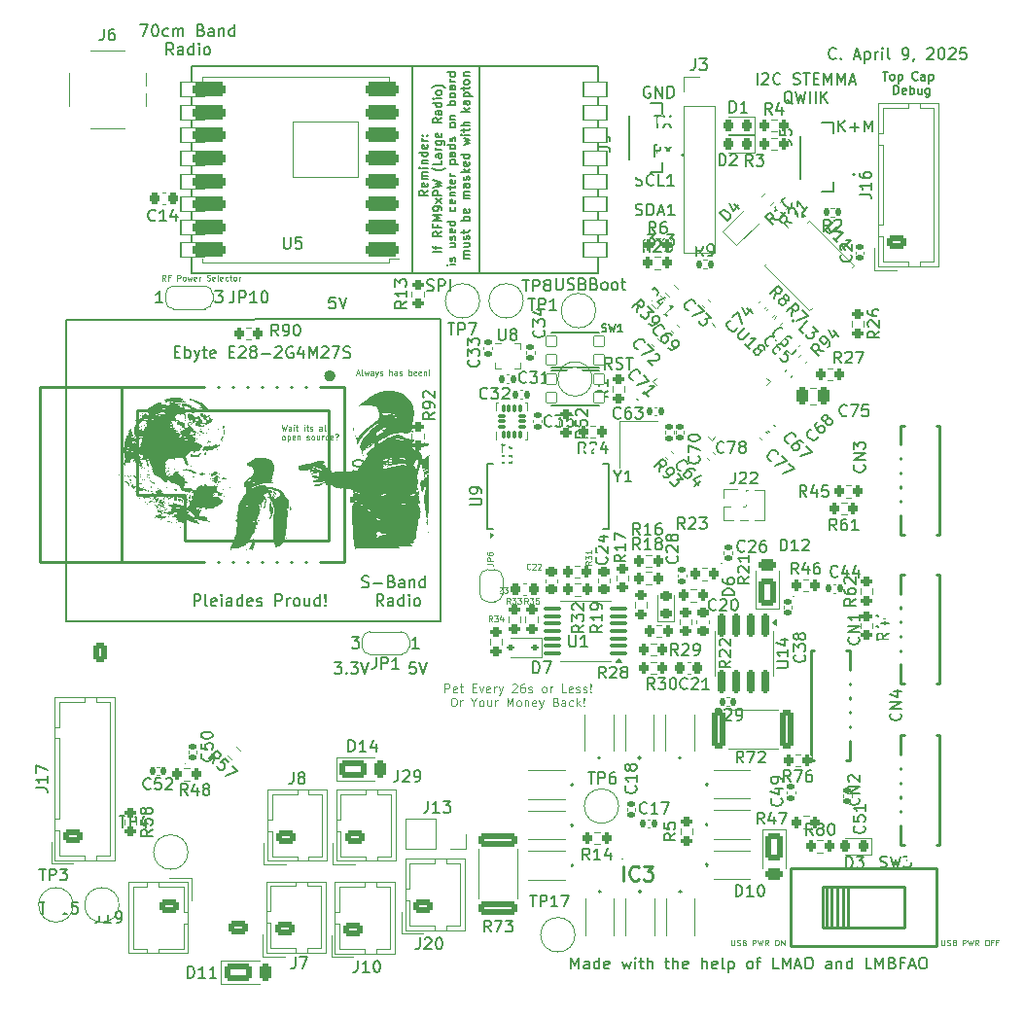
<source format=gbr>
%TF.GenerationSoftware,KiCad,Pcbnew,9.0.0*%
%TF.CreationDate,2025-04-09T19:33:59-07:00*%
%TF.ProjectId,FC_V5a,46435f56-3561-42e6-9b69-6361645f7063,rev?*%
%TF.SameCoordinates,Original*%
%TF.FileFunction,Legend,Top*%
%TF.FilePolarity,Positive*%
%FSLAX46Y46*%
G04 Gerber Fmt 4.6, Leading zero omitted, Abs format (unit mm)*
G04 Created by KiCad (PCBNEW 9.0.0) date 2025-04-09 19:33:59*
%MOMM*%
%LPD*%
G01*
G04 APERTURE LIST*
G04 Aperture macros list*
%AMRoundRect*
0 Rectangle with rounded corners*
0 $1 Rounding radius*
0 $2 $3 $4 $5 $6 $7 $8 $9 X,Y pos of 4 corners*
0 Add a 4 corners polygon primitive as box body*
4,1,4,$2,$3,$4,$5,$6,$7,$8,$9,$2,$3,0*
0 Add four circle primitives for the rounded corners*
1,1,$1+$1,$2,$3*
1,1,$1+$1,$4,$5*
1,1,$1+$1,$6,$7*
1,1,$1+$1,$8,$9*
0 Add four rect primitives between the rounded corners*
20,1,$1+$1,$2,$3,$4,$5,0*
20,1,$1+$1,$4,$5,$6,$7,0*
20,1,$1+$1,$6,$7,$8,$9,0*
20,1,$1+$1,$8,$9,$2,$3,0*%
%AMRotRect*
0 Rectangle, with rotation*
0 The origin of the aperture is its center*
0 $1 length*
0 $2 width*
0 $3 Rotation angle, in degrees counterclockwise*
0 Add horizontal line*
21,1,$1,$2,0,0,$3*%
%AMFreePoly0*
4,1,23,0.550000,-0.750000,0.000000,-0.750000,0.000000,-0.745722,-0.065263,-0.745722,-0.191342,-0.711940,-0.304381,-0.646677,-0.396677,-0.554381,-0.461940,-0.441342,-0.495722,-0.315263,-0.495722,-0.250000,-0.500000,-0.250000,-0.500000,0.250000,-0.495722,0.250000,-0.495722,0.315263,-0.461940,0.441342,-0.396677,0.554381,-0.304381,0.646677,-0.191342,0.711940,-0.065263,0.745722,0.000000,0.745722,
0.000000,0.750000,0.550000,0.750000,0.550000,-0.750000,0.550000,-0.750000,$1*%
%AMFreePoly1*
4,1,23,0.000000,0.745722,0.065263,0.745722,0.191342,0.711940,0.304381,0.646677,0.396677,0.554381,0.461940,0.441342,0.495722,0.315263,0.495722,0.250000,0.500000,0.250000,0.500000,-0.250000,0.495722,-0.250000,0.495722,-0.315263,0.461940,-0.441342,0.396677,-0.554381,0.304381,-0.646677,0.191342,-0.711940,0.065263,-0.745722,0.000000,-0.745722,0.000000,-0.750000,-0.550000,-0.750000,
-0.550000,0.750000,0.000000,0.750000,0.000000,0.745722,0.000000,0.745722,$1*%
%AMFreePoly2*
4,1,23,0.500000,-0.750000,0.000000,-0.750000,0.000000,-0.745722,-0.065263,-0.745722,-0.191342,-0.711940,-0.304381,-0.646677,-0.396677,-0.554381,-0.461940,-0.441342,-0.495722,-0.315263,-0.495722,-0.250000,-0.500000,-0.250000,-0.500000,0.250000,-0.495722,0.250000,-0.495722,0.315263,-0.461940,0.441342,-0.396677,0.554381,-0.304381,0.646677,-0.191342,0.711940,-0.065263,0.745722,0.000000,0.745722,
0.000000,0.750000,0.500000,0.750000,0.500000,-0.750000,0.500000,-0.750000,$1*%
%AMFreePoly3*
4,1,23,0.000000,0.745722,0.065263,0.745722,0.191342,0.711940,0.304381,0.646677,0.396677,0.554381,0.461940,0.441342,0.495722,0.315263,0.495722,0.250000,0.500000,0.250000,0.500000,-0.250000,0.495722,-0.250000,0.495722,-0.315263,0.461940,-0.441342,0.396677,-0.554381,0.304381,-0.646677,0.191342,-0.711940,0.065263,-0.745722,0.000000,-0.745722,0.000000,-0.750000,-0.500000,-0.750000,
-0.500000,0.750000,0.000000,0.750000,0.000000,0.745722,0.000000,0.745722,$1*%
%AMFreePoly4*
4,1,18,-0.437500,0.050000,-0.433694,0.069134,-0.422856,0.085355,-0.406634,0.096194,-0.387500,0.100000,0.387500,0.100000,0.437500,0.050000,0.437500,-0.050000,0.433694,-0.069134,0.422856,-0.085355,0.406634,-0.096194,0.387500,-0.100000,-0.387500,-0.100000,-0.406634,-0.096194,-0.422856,-0.085355,-0.433694,-0.069134,-0.437500,-0.050000,-0.437500,0.050000,-0.437500,0.050000,$1*%
%AMFreePoly5*
4,1,18,-0.437500,0.050000,-0.433694,0.069134,-0.422856,0.085355,-0.406634,0.096194,-0.387500,0.100000,0.387500,0.100000,0.406634,0.096194,0.422856,0.085355,0.433694,0.069134,0.437500,0.050000,0.437500,-0.050000,0.387500,-0.100000,-0.387500,-0.100000,-0.406634,-0.096194,-0.422856,-0.085355,-0.433694,-0.069134,-0.437500,-0.050000,-0.437500,0.050000,-0.437500,0.050000,$1*%
%AMFreePoly6*
4,1,18,-0.100000,0.387500,-0.050000,0.437500,0.050000,0.437500,0.069134,0.433694,0.085355,0.422856,0.096194,0.406634,0.100000,0.387500,0.100000,-0.387500,0.096194,-0.406634,0.085355,-0.422856,0.069134,-0.433694,0.050000,-0.437500,-0.050000,-0.437500,-0.069134,-0.433694,-0.085355,-0.422856,-0.096194,-0.406634,-0.100000,-0.387500,-0.100000,0.387500,-0.100000,0.387500,$1*%
%AMFreePoly7*
4,1,18,-0.100000,0.387500,-0.096194,0.406634,-0.085355,0.422856,-0.069134,0.433694,-0.050000,0.437500,0.050000,0.437500,0.100000,0.387500,0.100000,-0.387500,0.096194,-0.406634,0.085355,-0.422856,0.069134,-0.433694,0.050000,-0.437500,-0.050000,-0.437500,-0.069134,-0.433694,-0.085355,-0.422856,-0.096194,-0.406634,-0.100000,-0.387500,-0.100000,0.387500,-0.100000,0.387500,$1*%
%AMFreePoly8*
4,1,18,-0.437500,0.050000,-0.433694,0.069134,-0.422856,0.085355,-0.406634,0.096194,-0.387500,0.100000,0.387500,0.100000,0.406634,0.096194,0.422856,0.085355,0.433694,0.069134,0.437500,0.050000,0.437500,-0.050000,0.433694,-0.069134,0.422856,-0.085355,0.406634,-0.096194,0.387500,-0.100000,-0.387500,-0.100000,-0.437500,-0.050000,-0.437500,0.050000,-0.437500,0.050000,$1*%
%AMFreePoly9*
4,1,18,-0.437500,0.050000,-0.387500,0.100000,0.387500,0.100000,0.406634,0.096194,0.422856,0.085355,0.433694,0.069134,0.437500,0.050000,0.437500,-0.050000,0.433694,-0.069134,0.422856,-0.085355,0.406634,-0.096194,0.387500,-0.100000,-0.387500,-0.100000,-0.406634,-0.096194,-0.422856,-0.085355,-0.433694,-0.069134,-0.437500,-0.050000,-0.437500,0.050000,-0.437500,0.050000,$1*%
%AMFreePoly10*
4,1,18,-0.100000,0.387500,-0.096194,0.406634,-0.085355,0.422856,-0.069134,0.433694,-0.050000,0.437500,0.050000,0.437500,0.069134,0.433694,0.085355,0.422856,0.096194,0.406634,0.100000,0.387500,0.100000,-0.387500,0.050000,-0.437500,-0.050000,-0.437500,-0.069134,-0.433694,-0.085355,-0.422856,-0.096194,-0.406634,-0.100000,-0.387500,-0.100000,0.387500,-0.100000,0.387500,$1*%
%AMFreePoly11*
4,1,18,-0.100000,0.387500,-0.096194,0.406634,-0.085355,0.422856,-0.069134,0.433694,-0.050000,0.437500,0.050000,0.437500,0.069134,0.433694,0.085355,0.422856,0.096194,0.406634,0.100000,0.387500,0.100000,-0.387500,0.096194,-0.406634,0.085355,-0.422856,0.069134,-0.433694,0.050000,-0.437500,-0.050000,-0.437500,-0.100000,-0.387500,-0.100000,0.387500,-0.100000,0.387500,$1*%
G04 Aperture macros list end*
%ADD10C,0.150000*%
%ADD11C,0.100000*%
%ADD12C,0.062500*%
%ADD13C,0.125000*%
%ADD14C,0.146304*%
%ADD15C,0.254000*%
%ADD16C,0.120000*%
%ADD17C,0.250000*%
%ADD18C,0.200000*%
%ADD19C,0.203200*%
%ADD20C,0.191421*%
%ADD21C,0.127000*%
%ADD22C,0.000000*%
%ADD23C,0.500000*%
%ADD24R,1.000000X0.550000*%
%ADD25RoundRect,0.162500X-0.574524X0.344715X0.344715X-0.574524X0.574524X-0.344715X-0.344715X0.574524X0*%
%ADD26RoundRect,0.135000X0.035355X-0.226274X0.226274X-0.035355X-0.035355X0.226274X-0.226274X0.035355X0*%
%ADD27RoundRect,0.135000X-0.035355X0.226274X-0.226274X0.035355X0.035355X-0.226274X0.226274X-0.035355X0*%
%ADD28C,2.000000*%
%ADD29C,2.050000*%
%ADD30C,2.250000*%
%ADD31RoundRect,0.200000X0.200000X0.275000X-0.200000X0.275000X-0.200000X-0.275000X0.200000X-0.275000X0*%
%ADD32R,1.700000X1.700000*%
%ADD33O,1.700000X1.700000*%
%ADD34RoundRect,0.135000X-0.185000X0.135000X-0.185000X-0.135000X0.185000X-0.135000X0.185000X0.135000X0*%
%ADD35C,5.000000*%
%ADD36RoundRect,0.140000X0.140000X0.170000X-0.140000X0.170000X-0.140000X-0.170000X0.140000X-0.170000X0*%
%ADD37RoundRect,0.140000X-0.140000X-0.170000X0.140000X-0.170000X0.140000X0.170000X-0.140000X0.170000X0*%
%ADD38R,1.800000X0.730000*%
%ADD39R,1.800000X0.700000*%
%ADD40R,2.400000X2.000000*%
%ADD41R,1.400000X1.400000*%
%ADD42RoundRect,0.200000X-0.200000X-0.275000X0.200000X-0.275000X0.200000X0.275000X-0.200000X0.275000X0*%
%ADD43RoundRect,0.218750X0.218750X0.256250X-0.218750X0.256250X-0.218750X-0.256250X0.218750X-0.256250X0*%
%ADD44RoundRect,0.250000X0.575000X-0.350000X0.575000X0.350000X-0.575000X0.350000X-0.575000X-0.350000X0*%
%ADD45O,1.650000X1.200000*%
%ADD46RoundRect,0.140000X0.170000X-0.140000X0.170000X0.140000X-0.170000X0.140000X-0.170000X-0.140000X0*%
%ADD47RoundRect,0.050800X-0.450000X-0.450000X0.450000X-0.450000X0.450000X0.450000X-0.450000X0.450000X0*%
%ADD48FreePoly0,180.000000*%
%ADD49R,1.000000X1.500000*%
%ADD50FreePoly1,180.000000*%
%ADD51RoundRect,0.140000X-0.170000X0.140000X-0.170000X-0.140000X0.170000X-0.140000X0.170000X0.140000X0*%
%ADD52RoundRect,0.225000X-0.225000X-0.250000X0.225000X-0.250000X0.225000X0.250000X-0.225000X0.250000X0*%
%ADD53RoundRect,0.140000X0.219203X0.021213X0.021213X0.219203X-0.219203X-0.021213X-0.021213X-0.219203X0*%
%ADD54RoundRect,0.200000X-0.275000X0.200000X-0.275000X-0.200000X0.275000X-0.200000X0.275000X0.200000X0*%
%ADD55RoundRect,0.218750X0.256250X-0.218750X0.256250X0.218750X-0.256250X0.218750X-0.256250X-0.218750X0*%
%ADD56RotRect,0.700000X1.700000X315.000000*%
%ADD57RoundRect,0.250000X0.950000X0.500000X-0.950000X0.500000X-0.950000X-0.500000X0.950000X-0.500000X0*%
%ADD58RoundRect,0.250000X0.275000X0.500000X-0.275000X0.500000X-0.275000X-0.500000X0.275000X-0.500000X0*%
%ADD59FreePoly2,90.000000*%
%ADD60FreePoly3,90.000000*%
%ADD61RoundRect,0.200000X0.275000X-0.200000X0.275000X0.200000X-0.275000X0.200000X-0.275000X-0.200000X0*%
%ADD62RoundRect,0.225000X-0.250000X0.225000X-0.250000X-0.225000X0.250000X-0.225000X0.250000X0.225000X0*%
%ADD63RoundRect,0.135000X-0.135000X-0.185000X0.135000X-0.185000X0.135000X0.185000X-0.135000X0.185000X0*%
%ADD64RoundRect,0.250000X-0.250000X-0.475000X0.250000X-0.475000X0.250000X0.475000X-0.250000X0.475000X0*%
%ADD65RoundRect,0.100000X0.637500X0.100000X-0.637500X0.100000X-0.637500X-0.100000X0.637500X-0.100000X0*%
%ADD66RoundRect,0.063500X1.000000X0.650000X-1.000000X0.650000X-1.000000X-0.650000X1.000000X-0.650000X0*%
%ADD67RoundRect,0.063500X2.849999X2.400000X-2.849999X2.400000X-2.849999X-2.400000X2.849999X-2.400000X0*%
%ADD68R,1.550000X0.600000*%
%ADD69R,1.800000X1.200000*%
%ADD70RoundRect,0.140000X0.021213X-0.219203X0.219203X-0.021213X-0.021213X0.219203X-0.219203X0.021213X0*%
%ADD71RoundRect,0.250000X-0.575000X0.350000X-0.575000X-0.350000X0.575000X-0.350000X0.575000X0.350000X0*%
%ADD72RoundRect,0.200000X0.335876X0.053033X0.053033X0.335876X-0.335876X-0.053033X-0.053033X-0.335876X0*%
%ADD73RoundRect,0.087500X0.087500X-0.225000X0.087500X0.225000X-0.087500X0.225000X-0.087500X-0.225000X0*%
%ADD74RoundRect,0.087500X0.225000X-0.087500X0.225000X0.087500X-0.225000X0.087500X-0.225000X-0.087500X0*%
%ADD75RotRect,0.470000X0.530000X315.000000*%
%ADD76FreePoly0,0.000000*%
%ADD77FreePoly1,0.000000*%
%ADD78RoundRect,0.150000X-0.150000X0.825000X-0.150000X-0.825000X0.150000X-0.825000X0.150000X0.825000X0*%
%ADD79RoundRect,0.135000X0.135000X0.185000X-0.135000X0.185000X-0.135000X-0.185000X0.135000X-0.185000X0*%
%ADD80RoundRect,0.140000X-0.219203X-0.021213X-0.021213X-0.219203X0.219203X0.021213X0.021213X0.219203X0*%
%ADD81RoundRect,0.125000X0.000000X-0.176777X0.176777X0.000000X0.000000X0.176777X-0.176777X0.000000X0*%
%ADD82FreePoly4,315.000000*%
%ADD83RoundRect,0.050000X-0.309359X0.238649X0.238649X-0.309359X0.309359X-0.238649X-0.238649X0.309359X0*%
%ADD84FreePoly5,315.000000*%
%ADD85FreePoly6,315.000000*%
%ADD86RoundRect,0.050000X-0.309359X-0.238649X-0.238649X-0.309359X0.309359X0.238649X0.238649X0.309359X0*%
%ADD87FreePoly7,315.000000*%
%ADD88FreePoly8,315.000000*%
%ADD89FreePoly9,315.000000*%
%ADD90FreePoly10,315.000000*%
%ADD91FreePoly11,315.000000*%
%ADD92RoundRect,0.153000X0.000000X-2.187788X2.187788X0.000000X0.000000X2.187788X-2.187788X0.000000X0*%
%ADD93R,0.900000X2.000000*%
%ADD94RoundRect,0.250000X-0.500000X0.950000X-0.500000X-0.950000X0.500000X-0.950000X0.500000X0.950000X0*%
%ADD95RoundRect,0.250000X-0.500000X0.275000X-0.500000X-0.275000X0.500000X-0.275000X0.500000X0.275000X0*%
%ADD96RoundRect,0.225000X0.225000X0.250000X-0.225000X0.250000X-0.225000X-0.250000X0.225000X-0.250000X0*%
%ADD97RoundRect,0.317500X1.157500X0.317500X-1.157500X0.317500X-1.157500X-0.317500X1.157500X-0.317500X0*%
%ADD98RoundRect,0.250000X0.500000X-0.950000X0.500000X0.950000X-0.500000X0.950000X-0.500000X-0.950000X0*%
%ADD99RoundRect,0.250000X0.500000X-0.275000X0.500000X0.275000X-0.500000X0.275000X-0.500000X-0.275000X0*%
%ADD100RoundRect,0.250000X-0.362500X-1.425000X0.362500X-1.425000X0.362500X1.425000X-0.362500X1.425000X0*%
%ADD101R,0.375000X0.350000*%
%ADD102R,0.350000X0.375000*%
%ADD103R,1.000000X1.000000*%
%ADD104O,1.000000X1.000000*%
%ADD105RoundRect,0.112500X0.187500X0.112500X-0.187500X0.112500X-0.187500X-0.112500X0.187500X-0.112500X0*%
%ADD106O,1.700000X2.900000*%
%ADD107RoundRect,0.140000X-0.021213X0.219203X-0.219203X0.021213X0.021213X-0.219203X0.219203X-0.021213X0*%
%ADD108R,0.500000X0.800000*%
%ADD109R,1.200000X1.400000*%
%ADD110RoundRect,0.200000X-0.053033X0.335876X-0.335876X0.053033X0.053033X-0.335876X0.335876X-0.053033X0*%
%ADD111RoundRect,0.250000X-1.425000X0.362500X-1.425000X-0.362500X1.425000X-0.362500X1.425000X0.362500X0*%
%ADD112R,0.450000X1.750000*%
%ADD113RoundRect,0.250000X0.350000X0.575000X-0.350000X0.575000X-0.350000X-0.575000X0.350000X-0.575000X0*%
%ADD114O,1.200000X1.650000*%
%ADD115C,0.650000*%
%ADD116O,1.600000X1.000000*%
%ADD117O,2.100000X1.000000*%
G04 APERTURE END LIST*
D10*
X217147619Y-63669819D02*
X217147619Y-62669819D01*
X217719047Y-63669819D02*
X217290476Y-63098390D01*
X217719047Y-62669819D02*
X217147619Y-63241247D01*
X218147619Y-63288866D02*
X218909524Y-63288866D01*
X218528571Y-63669819D02*
X218528571Y-62907914D01*
X219385714Y-63669819D02*
X219385714Y-62669819D01*
X219385714Y-62669819D02*
X219719047Y-63384104D01*
X219719047Y-63384104D02*
X220052380Y-62669819D01*
X220052380Y-62669819D02*
X220052380Y-63669819D01*
X161036779Y-104969819D02*
X161036779Y-103969819D01*
X161036779Y-103969819D02*
X161417731Y-103969819D01*
X161417731Y-103969819D02*
X161512969Y-104017438D01*
X161512969Y-104017438D02*
X161560588Y-104065057D01*
X161560588Y-104065057D02*
X161608207Y-104160295D01*
X161608207Y-104160295D02*
X161608207Y-104303152D01*
X161608207Y-104303152D02*
X161560588Y-104398390D01*
X161560588Y-104398390D02*
X161512969Y-104446009D01*
X161512969Y-104446009D02*
X161417731Y-104493628D01*
X161417731Y-104493628D02*
X161036779Y-104493628D01*
X162179636Y-104969819D02*
X162084398Y-104922200D01*
X162084398Y-104922200D02*
X162036779Y-104826961D01*
X162036779Y-104826961D02*
X162036779Y-103969819D01*
X162941541Y-104922200D02*
X162846303Y-104969819D01*
X162846303Y-104969819D02*
X162655827Y-104969819D01*
X162655827Y-104969819D02*
X162560589Y-104922200D01*
X162560589Y-104922200D02*
X162512970Y-104826961D01*
X162512970Y-104826961D02*
X162512970Y-104446009D01*
X162512970Y-104446009D02*
X162560589Y-104350771D01*
X162560589Y-104350771D02*
X162655827Y-104303152D01*
X162655827Y-104303152D02*
X162846303Y-104303152D01*
X162846303Y-104303152D02*
X162941541Y-104350771D01*
X162941541Y-104350771D02*
X162989160Y-104446009D01*
X162989160Y-104446009D02*
X162989160Y-104541247D01*
X162989160Y-104541247D02*
X162512970Y-104636485D01*
X163417732Y-104969819D02*
X163417732Y-104303152D01*
X163417732Y-103969819D02*
X163370113Y-104017438D01*
X163370113Y-104017438D02*
X163417732Y-104065057D01*
X163417732Y-104065057D02*
X163465351Y-104017438D01*
X163465351Y-104017438D02*
X163417732Y-103969819D01*
X163417732Y-103969819D02*
X163417732Y-104065057D01*
X164322493Y-104969819D02*
X164322493Y-104446009D01*
X164322493Y-104446009D02*
X164274874Y-104350771D01*
X164274874Y-104350771D02*
X164179636Y-104303152D01*
X164179636Y-104303152D02*
X163989160Y-104303152D01*
X163989160Y-104303152D02*
X163893922Y-104350771D01*
X164322493Y-104922200D02*
X164227255Y-104969819D01*
X164227255Y-104969819D02*
X163989160Y-104969819D01*
X163989160Y-104969819D02*
X163893922Y-104922200D01*
X163893922Y-104922200D02*
X163846303Y-104826961D01*
X163846303Y-104826961D02*
X163846303Y-104731723D01*
X163846303Y-104731723D02*
X163893922Y-104636485D01*
X163893922Y-104636485D02*
X163989160Y-104588866D01*
X163989160Y-104588866D02*
X164227255Y-104588866D01*
X164227255Y-104588866D02*
X164322493Y-104541247D01*
X165227255Y-104969819D02*
X165227255Y-103969819D01*
X165227255Y-104922200D02*
X165132017Y-104969819D01*
X165132017Y-104969819D02*
X164941541Y-104969819D01*
X164941541Y-104969819D02*
X164846303Y-104922200D01*
X164846303Y-104922200D02*
X164798684Y-104874580D01*
X164798684Y-104874580D02*
X164751065Y-104779342D01*
X164751065Y-104779342D02*
X164751065Y-104493628D01*
X164751065Y-104493628D02*
X164798684Y-104398390D01*
X164798684Y-104398390D02*
X164846303Y-104350771D01*
X164846303Y-104350771D02*
X164941541Y-104303152D01*
X164941541Y-104303152D02*
X165132017Y-104303152D01*
X165132017Y-104303152D02*
X165227255Y-104350771D01*
X166084398Y-104922200D02*
X165989160Y-104969819D01*
X165989160Y-104969819D02*
X165798684Y-104969819D01*
X165798684Y-104969819D02*
X165703446Y-104922200D01*
X165703446Y-104922200D02*
X165655827Y-104826961D01*
X165655827Y-104826961D02*
X165655827Y-104446009D01*
X165655827Y-104446009D02*
X165703446Y-104350771D01*
X165703446Y-104350771D02*
X165798684Y-104303152D01*
X165798684Y-104303152D02*
X165989160Y-104303152D01*
X165989160Y-104303152D02*
X166084398Y-104350771D01*
X166084398Y-104350771D02*
X166132017Y-104446009D01*
X166132017Y-104446009D02*
X166132017Y-104541247D01*
X166132017Y-104541247D02*
X165655827Y-104636485D01*
X166512970Y-104922200D02*
X166608208Y-104969819D01*
X166608208Y-104969819D02*
X166798684Y-104969819D01*
X166798684Y-104969819D02*
X166893922Y-104922200D01*
X166893922Y-104922200D02*
X166941541Y-104826961D01*
X166941541Y-104826961D02*
X166941541Y-104779342D01*
X166941541Y-104779342D02*
X166893922Y-104684104D01*
X166893922Y-104684104D02*
X166798684Y-104636485D01*
X166798684Y-104636485D02*
X166655827Y-104636485D01*
X166655827Y-104636485D02*
X166560589Y-104588866D01*
X166560589Y-104588866D02*
X166512970Y-104493628D01*
X166512970Y-104493628D02*
X166512970Y-104446009D01*
X166512970Y-104446009D02*
X166560589Y-104350771D01*
X166560589Y-104350771D02*
X166655827Y-104303152D01*
X166655827Y-104303152D02*
X166798684Y-104303152D01*
X166798684Y-104303152D02*
X166893922Y-104350771D01*
X168132018Y-104969819D02*
X168132018Y-103969819D01*
X168132018Y-103969819D02*
X168512970Y-103969819D01*
X168512970Y-103969819D02*
X168608208Y-104017438D01*
X168608208Y-104017438D02*
X168655827Y-104065057D01*
X168655827Y-104065057D02*
X168703446Y-104160295D01*
X168703446Y-104160295D02*
X168703446Y-104303152D01*
X168703446Y-104303152D02*
X168655827Y-104398390D01*
X168655827Y-104398390D02*
X168608208Y-104446009D01*
X168608208Y-104446009D02*
X168512970Y-104493628D01*
X168512970Y-104493628D02*
X168132018Y-104493628D01*
X169132018Y-104969819D02*
X169132018Y-104303152D01*
X169132018Y-104493628D02*
X169179637Y-104398390D01*
X169179637Y-104398390D02*
X169227256Y-104350771D01*
X169227256Y-104350771D02*
X169322494Y-104303152D01*
X169322494Y-104303152D02*
X169417732Y-104303152D01*
X169893923Y-104969819D02*
X169798685Y-104922200D01*
X169798685Y-104922200D02*
X169751066Y-104874580D01*
X169751066Y-104874580D02*
X169703447Y-104779342D01*
X169703447Y-104779342D02*
X169703447Y-104493628D01*
X169703447Y-104493628D02*
X169751066Y-104398390D01*
X169751066Y-104398390D02*
X169798685Y-104350771D01*
X169798685Y-104350771D02*
X169893923Y-104303152D01*
X169893923Y-104303152D02*
X170036780Y-104303152D01*
X170036780Y-104303152D02*
X170132018Y-104350771D01*
X170132018Y-104350771D02*
X170179637Y-104398390D01*
X170179637Y-104398390D02*
X170227256Y-104493628D01*
X170227256Y-104493628D02*
X170227256Y-104779342D01*
X170227256Y-104779342D02*
X170179637Y-104874580D01*
X170179637Y-104874580D02*
X170132018Y-104922200D01*
X170132018Y-104922200D02*
X170036780Y-104969819D01*
X170036780Y-104969819D02*
X169893923Y-104969819D01*
X171084399Y-104303152D02*
X171084399Y-104969819D01*
X170655828Y-104303152D02*
X170655828Y-104826961D01*
X170655828Y-104826961D02*
X170703447Y-104922200D01*
X170703447Y-104922200D02*
X170798685Y-104969819D01*
X170798685Y-104969819D02*
X170941542Y-104969819D01*
X170941542Y-104969819D02*
X171036780Y-104922200D01*
X171036780Y-104922200D02*
X171084399Y-104874580D01*
X171989161Y-104969819D02*
X171989161Y-103969819D01*
X171989161Y-104922200D02*
X171893923Y-104969819D01*
X171893923Y-104969819D02*
X171703447Y-104969819D01*
X171703447Y-104969819D02*
X171608209Y-104922200D01*
X171608209Y-104922200D02*
X171560590Y-104874580D01*
X171560590Y-104874580D02*
X171512971Y-104779342D01*
X171512971Y-104779342D02*
X171512971Y-104493628D01*
X171512971Y-104493628D02*
X171560590Y-104398390D01*
X171560590Y-104398390D02*
X171608209Y-104350771D01*
X171608209Y-104350771D02*
X171703447Y-104303152D01*
X171703447Y-104303152D02*
X171893923Y-104303152D01*
X171893923Y-104303152D02*
X171989161Y-104350771D01*
X172465352Y-104874580D02*
X172512971Y-104922200D01*
X172512971Y-104922200D02*
X172465352Y-104969819D01*
X172465352Y-104969819D02*
X172417733Y-104922200D01*
X172417733Y-104922200D02*
X172465352Y-104874580D01*
X172465352Y-104874580D02*
X172465352Y-104969819D01*
X172465352Y-104588866D02*
X172417733Y-104017438D01*
X172417733Y-104017438D02*
X172465352Y-103969819D01*
X172465352Y-103969819D02*
X172512971Y-104017438D01*
X172512971Y-104017438D02*
X172465352Y-104588866D01*
X172465352Y-104588866D02*
X172465352Y-103969819D01*
X180000000Y-58000000D02*
X180000000Y-76000000D01*
X149900000Y-106300000D02*
X182500000Y-106300000D01*
X182500000Y-80000000D02*
X149900000Y-80100000D01*
X182500000Y-106300000D02*
X182500000Y-80000000D01*
X185900000Y-76000000D02*
X185900000Y-58000000D01*
X149900000Y-80100000D02*
X149900000Y-106300000D01*
X180000000Y-76000000D02*
X185000000Y-76000000D01*
D11*
X182860713Y-112495556D02*
X182860713Y-111745556D01*
X182860713Y-111745556D02*
X183146427Y-111745556D01*
X183146427Y-111745556D02*
X183217856Y-111781270D01*
X183217856Y-111781270D02*
X183253570Y-111816984D01*
X183253570Y-111816984D02*
X183289284Y-111888413D01*
X183289284Y-111888413D02*
X183289284Y-111995556D01*
X183289284Y-111995556D02*
X183253570Y-112066984D01*
X183253570Y-112066984D02*
X183217856Y-112102699D01*
X183217856Y-112102699D02*
X183146427Y-112138413D01*
X183146427Y-112138413D02*
X182860713Y-112138413D01*
X183896427Y-112459842D02*
X183824999Y-112495556D01*
X183824999Y-112495556D02*
X183682142Y-112495556D01*
X183682142Y-112495556D02*
X183610713Y-112459842D01*
X183610713Y-112459842D02*
X183574999Y-112388413D01*
X183574999Y-112388413D02*
X183574999Y-112102699D01*
X183574999Y-112102699D02*
X183610713Y-112031270D01*
X183610713Y-112031270D02*
X183682142Y-111995556D01*
X183682142Y-111995556D02*
X183824999Y-111995556D01*
X183824999Y-111995556D02*
X183896427Y-112031270D01*
X183896427Y-112031270D02*
X183932142Y-112102699D01*
X183932142Y-112102699D02*
X183932142Y-112174127D01*
X183932142Y-112174127D02*
X183574999Y-112245556D01*
X184146427Y-111995556D02*
X184432141Y-111995556D01*
X184253570Y-111745556D02*
X184253570Y-112388413D01*
X184253570Y-112388413D02*
X184289284Y-112459842D01*
X184289284Y-112459842D02*
X184360713Y-112495556D01*
X184360713Y-112495556D02*
X184432141Y-112495556D01*
X185253570Y-112102699D02*
X185503570Y-112102699D01*
X185610713Y-112495556D02*
X185253570Y-112495556D01*
X185253570Y-112495556D02*
X185253570Y-111745556D01*
X185253570Y-111745556D02*
X185610713Y-111745556D01*
X185860712Y-111995556D02*
X186039284Y-112495556D01*
X186039284Y-112495556D02*
X186217855Y-111995556D01*
X186789284Y-112459842D02*
X186717856Y-112495556D01*
X186717856Y-112495556D02*
X186574999Y-112495556D01*
X186574999Y-112495556D02*
X186503570Y-112459842D01*
X186503570Y-112459842D02*
X186467856Y-112388413D01*
X186467856Y-112388413D02*
X186467856Y-112102699D01*
X186467856Y-112102699D02*
X186503570Y-112031270D01*
X186503570Y-112031270D02*
X186574999Y-111995556D01*
X186574999Y-111995556D02*
X186717856Y-111995556D01*
X186717856Y-111995556D02*
X186789284Y-112031270D01*
X186789284Y-112031270D02*
X186824999Y-112102699D01*
X186824999Y-112102699D02*
X186824999Y-112174127D01*
X186824999Y-112174127D02*
X186467856Y-112245556D01*
X187146427Y-112495556D02*
X187146427Y-111995556D01*
X187146427Y-112138413D02*
X187182141Y-112066984D01*
X187182141Y-112066984D02*
X187217856Y-112031270D01*
X187217856Y-112031270D02*
X187289284Y-111995556D01*
X187289284Y-111995556D02*
X187360713Y-111995556D01*
X187539284Y-111995556D02*
X187717856Y-112495556D01*
X187896427Y-111995556D02*
X187717856Y-112495556D01*
X187717856Y-112495556D02*
X187646427Y-112674127D01*
X187646427Y-112674127D02*
X187610713Y-112709842D01*
X187610713Y-112709842D02*
X187539284Y-112745556D01*
X188717857Y-111816984D02*
X188753571Y-111781270D01*
X188753571Y-111781270D02*
X188825000Y-111745556D01*
X188825000Y-111745556D02*
X189003571Y-111745556D01*
X189003571Y-111745556D02*
X189075000Y-111781270D01*
X189075000Y-111781270D02*
X189110714Y-111816984D01*
X189110714Y-111816984D02*
X189146428Y-111888413D01*
X189146428Y-111888413D02*
X189146428Y-111959842D01*
X189146428Y-111959842D02*
X189110714Y-112066984D01*
X189110714Y-112066984D02*
X188682142Y-112495556D01*
X188682142Y-112495556D02*
X189146428Y-112495556D01*
X189789286Y-111745556D02*
X189646428Y-111745556D01*
X189646428Y-111745556D02*
X189575000Y-111781270D01*
X189575000Y-111781270D02*
X189539286Y-111816984D01*
X189539286Y-111816984D02*
X189467857Y-111924127D01*
X189467857Y-111924127D02*
X189432143Y-112066984D01*
X189432143Y-112066984D02*
X189432143Y-112352699D01*
X189432143Y-112352699D02*
X189467857Y-112424127D01*
X189467857Y-112424127D02*
X189503571Y-112459842D01*
X189503571Y-112459842D02*
X189575000Y-112495556D01*
X189575000Y-112495556D02*
X189717857Y-112495556D01*
X189717857Y-112495556D02*
X189789286Y-112459842D01*
X189789286Y-112459842D02*
X189825000Y-112424127D01*
X189825000Y-112424127D02*
X189860714Y-112352699D01*
X189860714Y-112352699D02*
X189860714Y-112174127D01*
X189860714Y-112174127D02*
X189825000Y-112102699D01*
X189825000Y-112102699D02*
X189789286Y-112066984D01*
X189789286Y-112066984D02*
X189717857Y-112031270D01*
X189717857Y-112031270D02*
X189575000Y-112031270D01*
X189575000Y-112031270D02*
X189503571Y-112066984D01*
X189503571Y-112066984D02*
X189467857Y-112102699D01*
X189467857Y-112102699D02*
X189432143Y-112174127D01*
X190146429Y-112459842D02*
X190217857Y-112495556D01*
X190217857Y-112495556D02*
X190360714Y-112495556D01*
X190360714Y-112495556D02*
X190432143Y-112459842D01*
X190432143Y-112459842D02*
X190467857Y-112388413D01*
X190467857Y-112388413D02*
X190467857Y-112352699D01*
X190467857Y-112352699D02*
X190432143Y-112281270D01*
X190432143Y-112281270D02*
X190360714Y-112245556D01*
X190360714Y-112245556D02*
X190253572Y-112245556D01*
X190253572Y-112245556D02*
X190182143Y-112209842D01*
X190182143Y-112209842D02*
X190146429Y-112138413D01*
X190146429Y-112138413D02*
X190146429Y-112102699D01*
X190146429Y-112102699D02*
X190182143Y-112031270D01*
X190182143Y-112031270D02*
X190253572Y-111995556D01*
X190253572Y-111995556D02*
X190360714Y-111995556D01*
X190360714Y-111995556D02*
X190432143Y-112031270D01*
X191467858Y-112495556D02*
X191396429Y-112459842D01*
X191396429Y-112459842D02*
X191360715Y-112424127D01*
X191360715Y-112424127D02*
X191325001Y-112352699D01*
X191325001Y-112352699D02*
X191325001Y-112138413D01*
X191325001Y-112138413D02*
X191360715Y-112066984D01*
X191360715Y-112066984D02*
X191396429Y-112031270D01*
X191396429Y-112031270D02*
X191467858Y-111995556D01*
X191467858Y-111995556D02*
X191575001Y-111995556D01*
X191575001Y-111995556D02*
X191646429Y-112031270D01*
X191646429Y-112031270D02*
X191682144Y-112066984D01*
X191682144Y-112066984D02*
X191717858Y-112138413D01*
X191717858Y-112138413D02*
X191717858Y-112352699D01*
X191717858Y-112352699D02*
X191682144Y-112424127D01*
X191682144Y-112424127D02*
X191646429Y-112459842D01*
X191646429Y-112459842D02*
X191575001Y-112495556D01*
X191575001Y-112495556D02*
X191467858Y-112495556D01*
X192039286Y-112495556D02*
X192039286Y-111995556D01*
X192039286Y-112138413D02*
X192075000Y-112066984D01*
X192075000Y-112066984D02*
X192110715Y-112031270D01*
X192110715Y-112031270D02*
X192182143Y-111995556D01*
X192182143Y-111995556D02*
X192253572Y-111995556D01*
X193432144Y-112495556D02*
X193075001Y-112495556D01*
X193075001Y-112495556D02*
X193075001Y-111745556D01*
X193967858Y-112459842D02*
X193896430Y-112495556D01*
X193896430Y-112495556D02*
X193753573Y-112495556D01*
X193753573Y-112495556D02*
X193682144Y-112459842D01*
X193682144Y-112459842D02*
X193646430Y-112388413D01*
X193646430Y-112388413D02*
X193646430Y-112102699D01*
X193646430Y-112102699D02*
X193682144Y-112031270D01*
X193682144Y-112031270D02*
X193753573Y-111995556D01*
X193753573Y-111995556D02*
X193896430Y-111995556D01*
X193896430Y-111995556D02*
X193967858Y-112031270D01*
X193967858Y-112031270D02*
X194003573Y-112102699D01*
X194003573Y-112102699D02*
X194003573Y-112174127D01*
X194003573Y-112174127D02*
X193646430Y-112245556D01*
X194289287Y-112459842D02*
X194360715Y-112495556D01*
X194360715Y-112495556D02*
X194503572Y-112495556D01*
X194503572Y-112495556D02*
X194575001Y-112459842D01*
X194575001Y-112459842D02*
X194610715Y-112388413D01*
X194610715Y-112388413D02*
X194610715Y-112352699D01*
X194610715Y-112352699D02*
X194575001Y-112281270D01*
X194575001Y-112281270D02*
X194503572Y-112245556D01*
X194503572Y-112245556D02*
X194396430Y-112245556D01*
X194396430Y-112245556D02*
X194325001Y-112209842D01*
X194325001Y-112209842D02*
X194289287Y-112138413D01*
X194289287Y-112138413D02*
X194289287Y-112102699D01*
X194289287Y-112102699D02*
X194325001Y-112031270D01*
X194325001Y-112031270D02*
X194396430Y-111995556D01*
X194396430Y-111995556D02*
X194503572Y-111995556D01*
X194503572Y-111995556D02*
X194575001Y-112031270D01*
X194896430Y-112459842D02*
X194967858Y-112495556D01*
X194967858Y-112495556D02*
X195110715Y-112495556D01*
X195110715Y-112495556D02*
X195182144Y-112459842D01*
X195182144Y-112459842D02*
X195217858Y-112388413D01*
X195217858Y-112388413D02*
X195217858Y-112352699D01*
X195217858Y-112352699D02*
X195182144Y-112281270D01*
X195182144Y-112281270D02*
X195110715Y-112245556D01*
X195110715Y-112245556D02*
X195003573Y-112245556D01*
X195003573Y-112245556D02*
X194932144Y-112209842D01*
X194932144Y-112209842D02*
X194896430Y-112138413D01*
X194896430Y-112138413D02*
X194896430Y-112102699D01*
X194896430Y-112102699D02*
X194932144Y-112031270D01*
X194932144Y-112031270D02*
X195003573Y-111995556D01*
X195003573Y-111995556D02*
X195110715Y-111995556D01*
X195110715Y-111995556D02*
X195182144Y-112031270D01*
X195539287Y-112424127D02*
X195575001Y-112459842D01*
X195575001Y-112459842D02*
X195539287Y-112495556D01*
X195539287Y-112495556D02*
X195503573Y-112459842D01*
X195503573Y-112459842D02*
X195539287Y-112424127D01*
X195539287Y-112424127D02*
X195539287Y-112495556D01*
X195539287Y-112209842D02*
X195503573Y-111781270D01*
X195503573Y-111781270D02*
X195539287Y-111745556D01*
X195539287Y-111745556D02*
X195575001Y-111781270D01*
X195575001Y-111781270D02*
X195539287Y-112209842D01*
X195539287Y-112209842D02*
X195539287Y-111745556D01*
X183575000Y-112953014D02*
X183717857Y-112953014D01*
X183717857Y-112953014D02*
X183789286Y-112988728D01*
X183789286Y-112988728D02*
X183860714Y-113060157D01*
X183860714Y-113060157D02*
X183896429Y-113203014D01*
X183896429Y-113203014D02*
X183896429Y-113453014D01*
X183896429Y-113453014D02*
X183860714Y-113595871D01*
X183860714Y-113595871D02*
X183789286Y-113667300D01*
X183789286Y-113667300D02*
X183717857Y-113703014D01*
X183717857Y-113703014D02*
X183575000Y-113703014D01*
X183575000Y-113703014D02*
X183503572Y-113667300D01*
X183503572Y-113667300D02*
X183432143Y-113595871D01*
X183432143Y-113595871D02*
X183396429Y-113453014D01*
X183396429Y-113453014D02*
X183396429Y-113203014D01*
X183396429Y-113203014D02*
X183432143Y-113060157D01*
X183432143Y-113060157D02*
X183503572Y-112988728D01*
X183503572Y-112988728D02*
X183575000Y-112953014D01*
X184217857Y-113703014D02*
X184217857Y-113203014D01*
X184217857Y-113345871D02*
X184253571Y-113274442D01*
X184253571Y-113274442D02*
X184289286Y-113238728D01*
X184289286Y-113238728D02*
X184360714Y-113203014D01*
X184360714Y-113203014D02*
X184432143Y-113203014D01*
X185396429Y-113345871D02*
X185396429Y-113703014D01*
X185146429Y-112953014D02*
X185396429Y-113345871D01*
X185396429Y-113345871D02*
X185646429Y-112953014D01*
X186003572Y-113703014D02*
X185932143Y-113667300D01*
X185932143Y-113667300D02*
X185896429Y-113631585D01*
X185896429Y-113631585D02*
X185860715Y-113560157D01*
X185860715Y-113560157D02*
X185860715Y-113345871D01*
X185860715Y-113345871D02*
X185896429Y-113274442D01*
X185896429Y-113274442D02*
X185932143Y-113238728D01*
X185932143Y-113238728D02*
X186003572Y-113203014D01*
X186003572Y-113203014D02*
X186110715Y-113203014D01*
X186110715Y-113203014D02*
X186182143Y-113238728D01*
X186182143Y-113238728D02*
X186217858Y-113274442D01*
X186217858Y-113274442D02*
X186253572Y-113345871D01*
X186253572Y-113345871D02*
X186253572Y-113560157D01*
X186253572Y-113560157D02*
X186217858Y-113631585D01*
X186217858Y-113631585D02*
X186182143Y-113667300D01*
X186182143Y-113667300D02*
X186110715Y-113703014D01*
X186110715Y-113703014D02*
X186003572Y-113703014D01*
X186896429Y-113203014D02*
X186896429Y-113703014D01*
X186575000Y-113203014D02*
X186575000Y-113595871D01*
X186575000Y-113595871D02*
X186610714Y-113667300D01*
X186610714Y-113667300D02*
X186682143Y-113703014D01*
X186682143Y-113703014D02*
X186789286Y-113703014D01*
X186789286Y-113703014D02*
X186860714Y-113667300D01*
X186860714Y-113667300D02*
X186896429Y-113631585D01*
X187253571Y-113703014D02*
X187253571Y-113203014D01*
X187253571Y-113345871D02*
X187289285Y-113274442D01*
X187289285Y-113274442D02*
X187325000Y-113238728D01*
X187325000Y-113238728D02*
X187396428Y-113203014D01*
X187396428Y-113203014D02*
X187467857Y-113203014D01*
X188289286Y-113703014D02*
X188289286Y-112953014D01*
X188289286Y-112953014D02*
X188539286Y-113488728D01*
X188539286Y-113488728D02*
X188789286Y-112953014D01*
X188789286Y-112953014D02*
X188789286Y-113703014D01*
X189253572Y-113703014D02*
X189182143Y-113667300D01*
X189182143Y-113667300D02*
X189146429Y-113631585D01*
X189146429Y-113631585D02*
X189110715Y-113560157D01*
X189110715Y-113560157D02*
X189110715Y-113345871D01*
X189110715Y-113345871D02*
X189146429Y-113274442D01*
X189146429Y-113274442D02*
X189182143Y-113238728D01*
X189182143Y-113238728D02*
X189253572Y-113203014D01*
X189253572Y-113203014D02*
X189360715Y-113203014D01*
X189360715Y-113203014D02*
X189432143Y-113238728D01*
X189432143Y-113238728D02*
X189467858Y-113274442D01*
X189467858Y-113274442D02*
X189503572Y-113345871D01*
X189503572Y-113345871D02*
X189503572Y-113560157D01*
X189503572Y-113560157D02*
X189467858Y-113631585D01*
X189467858Y-113631585D02*
X189432143Y-113667300D01*
X189432143Y-113667300D02*
X189360715Y-113703014D01*
X189360715Y-113703014D02*
X189253572Y-113703014D01*
X189825000Y-113203014D02*
X189825000Y-113703014D01*
X189825000Y-113274442D02*
X189860714Y-113238728D01*
X189860714Y-113238728D02*
X189932143Y-113203014D01*
X189932143Y-113203014D02*
X190039286Y-113203014D01*
X190039286Y-113203014D02*
X190110714Y-113238728D01*
X190110714Y-113238728D02*
X190146429Y-113310157D01*
X190146429Y-113310157D02*
X190146429Y-113703014D01*
X190789285Y-113667300D02*
X190717857Y-113703014D01*
X190717857Y-113703014D02*
X190575000Y-113703014D01*
X190575000Y-113703014D02*
X190503571Y-113667300D01*
X190503571Y-113667300D02*
X190467857Y-113595871D01*
X190467857Y-113595871D02*
X190467857Y-113310157D01*
X190467857Y-113310157D02*
X190503571Y-113238728D01*
X190503571Y-113238728D02*
X190575000Y-113203014D01*
X190575000Y-113203014D02*
X190717857Y-113203014D01*
X190717857Y-113203014D02*
X190789285Y-113238728D01*
X190789285Y-113238728D02*
X190825000Y-113310157D01*
X190825000Y-113310157D02*
X190825000Y-113381585D01*
X190825000Y-113381585D02*
X190467857Y-113453014D01*
X191074999Y-113203014D02*
X191253571Y-113703014D01*
X191432142Y-113203014D02*
X191253571Y-113703014D01*
X191253571Y-113703014D02*
X191182142Y-113881585D01*
X191182142Y-113881585D02*
X191146428Y-113917300D01*
X191146428Y-113917300D02*
X191074999Y-113953014D01*
X192539286Y-113310157D02*
X192646429Y-113345871D01*
X192646429Y-113345871D02*
X192682143Y-113381585D01*
X192682143Y-113381585D02*
X192717857Y-113453014D01*
X192717857Y-113453014D02*
X192717857Y-113560157D01*
X192717857Y-113560157D02*
X192682143Y-113631585D01*
X192682143Y-113631585D02*
X192646429Y-113667300D01*
X192646429Y-113667300D02*
X192575000Y-113703014D01*
X192575000Y-113703014D02*
X192289286Y-113703014D01*
X192289286Y-113703014D02*
X192289286Y-112953014D01*
X192289286Y-112953014D02*
X192539286Y-112953014D01*
X192539286Y-112953014D02*
X192610715Y-112988728D01*
X192610715Y-112988728D02*
X192646429Y-113024442D01*
X192646429Y-113024442D02*
X192682143Y-113095871D01*
X192682143Y-113095871D02*
X192682143Y-113167300D01*
X192682143Y-113167300D02*
X192646429Y-113238728D01*
X192646429Y-113238728D02*
X192610715Y-113274442D01*
X192610715Y-113274442D02*
X192539286Y-113310157D01*
X192539286Y-113310157D02*
X192289286Y-113310157D01*
X193360715Y-113703014D02*
X193360715Y-113310157D01*
X193360715Y-113310157D02*
X193325000Y-113238728D01*
X193325000Y-113238728D02*
X193253572Y-113203014D01*
X193253572Y-113203014D02*
X193110715Y-113203014D01*
X193110715Y-113203014D02*
X193039286Y-113238728D01*
X193360715Y-113667300D02*
X193289286Y-113703014D01*
X193289286Y-113703014D02*
X193110715Y-113703014D01*
X193110715Y-113703014D02*
X193039286Y-113667300D01*
X193039286Y-113667300D02*
X193003572Y-113595871D01*
X193003572Y-113595871D02*
X193003572Y-113524442D01*
X193003572Y-113524442D02*
X193039286Y-113453014D01*
X193039286Y-113453014D02*
X193110715Y-113417300D01*
X193110715Y-113417300D02*
X193289286Y-113417300D01*
X193289286Y-113417300D02*
X193360715Y-113381585D01*
X194039286Y-113667300D02*
X193967857Y-113703014D01*
X193967857Y-113703014D02*
X193825000Y-113703014D01*
X193825000Y-113703014D02*
X193753571Y-113667300D01*
X193753571Y-113667300D02*
X193717857Y-113631585D01*
X193717857Y-113631585D02*
X193682143Y-113560157D01*
X193682143Y-113560157D02*
X193682143Y-113345871D01*
X193682143Y-113345871D02*
X193717857Y-113274442D01*
X193717857Y-113274442D02*
X193753571Y-113238728D01*
X193753571Y-113238728D02*
X193825000Y-113203014D01*
X193825000Y-113203014D02*
X193967857Y-113203014D01*
X193967857Y-113203014D02*
X194039286Y-113238728D01*
X194360714Y-113703014D02*
X194360714Y-112953014D01*
X194432143Y-113417300D02*
X194646428Y-113703014D01*
X194646428Y-113203014D02*
X194360714Y-113488728D01*
X194967857Y-113631585D02*
X195003571Y-113667300D01*
X195003571Y-113667300D02*
X194967857Y-113703014D01*
X194967857Y-113703014D02*
X194932143Y-113667300D01*
X194932143Y-113667300D02*
X194967857Y-113631585D01*
X194967857Y-113631585D02*
X194967857Y-113703014D01*
X194967857Y-113417300D02*
X194932143Y-112988728D01*
X194932143Y-112988728D02*
X194967857Y-112953014D01*
X194967857Y-112953014D02*
X195003571Y-112988728D01*
X195003571Y-112988728D02*
X194967857Y-113417300D01*
X194967857Y-113417300D02*
X194967857Y-112953014D01*
D10*
X199479160Y-70902200D02*
X199622017Y-70949819D01*
X199622017Y-70949819D02*
X199860112Y-70949819D01*
X199860112Y-70949819D02*
X199955350Y-70902200D01*
X199955350Y-70902200D02*
X200002969Y-70854580D01*
X200002969Y-70854580D02*
X200050588Y-70759342D01*
X200050588Y-70759342D02*
X200050588Y-70664104D01*
X200050588Y-70664104D02*
X200002969Y-70568866D01*
X200002969Y-70568866D02*
X199955350Y-70521247D01*
X199955350Y-70521247D02*
X199860112Y-70473628D01*
X199860112Y-70473628D02*
X199669636Y-70426009D01*
X199669636Y-70426009D02*
X199574398Y-70378390D01*
X199574398Y-70378390D02*
X199526779Y-70330771D01*
X199526779Y-70330771D02*
X199479160Y-70235533D01*
X199479160Y-70235533D02*
X199479160Y-70140295D01*
X199479160Y-70140295D02*
X199526779Y-70045057D01*
X199526779Y-70045057D02*
X199574398Y-69997438D01*
X199574398Y-69997438D02*
X199669636Y-69949819D01*
X199669636Y-69949819D02*
X199907731Y-69949819D01*
X199907731Y-69949819D02*
X200050588Y-69997438D01*
X200479160Y-70949819D02*
X200479160Y-69949819D01*
X200479160Y-69949819D02*
X200717255Y-69949819D01*
X200717255Y-69949819D02*
X200860112Y-69997438D01*
X200860112Y-69997438D02*
X200955350Y-70092676D01*
X200955350Y-70092676D02*
X201002969Y-70187914D01*
X201002969Y-70187914D02*
X201050588Y-70378390D01*
X201050588Y-70378390D02*
X201050588Y-70521247D01*
X201050588Y-70521247D02*
X201002969Y-70711723D01*
X201002969Y-70711723D02*
X200955350Y-70806961D01*
X200955350Y-70806961D02*
X200860112Y-70902200D01*
X200860112Y-70902200D02*
X200717255Y-70949819D01*
X200717255Y-70949819D02*
X200479160Y-70949819D01*
X201431541Y-70664104D02*
X201907731Y-70664104D01*
X201336303Y-70949819D02*
X201669636Y-69949819D01*
X201669636Y-69949819D02*
X202002969Y-70949819D01*
X202860112Y-70949819D02*
X202288684Y-70949819D01*
X202574398Y-70949819D02*
X202574398Y-69949819D01*
X202574398Y-69949819D02*
X202479160Y-70092676D01*
X202479160Y-70092676D02*
X202383922Y-70187914D01*
X202383922Y-70187914D02*
X202288684Y-70235533D01*
X220982143Y-58442956D02*
X221410715Y-58442956D01*
X221196429Y-59192956D02*
X221196429Y-58442956D01*
X221767858Y-59192956D02*
X221696429Y-59157242D01*
X221696429Y-59157242D02*
X221660715Y-59121527D01*
X221660715Y-59121527D02*
X221625001Y-59050099D01*
X221625001Y-59050099D02*
X221625001Y-58835813D01*
X221625001Y-58835813D02*
X221660715Y-58764384D01*
X221660715Y-58764384D02*
X221696429Y-58728670D01*
X221696429Y-58728670D02*
X221767858Y-58692956D01*
X221767858Y-58692956D02*
X221875001Y-58692956D01*
X221875001Y-58692956D02*
X221946429Y-58728670D01*
X221946429Y-58728670D02*
X221982144Y-58764384D01*
X221982144Y-58764384D02*
X222017858Y-58835813D01*
X222017858Y-58835813D02*
X222017858Y-59050099D01*
X222017858Y-59050099D02*
X221982144Y-59121527D01*
X221982144Y-59121527D02*
X221946429Y-59157242D01*
X221946429Y-59157242D02*
X221875001Y-59192956D01*
X221875001Y-59192956D02*
X221767858Y-59192956D01*
X222339286Y-58692956D02*
X222339286Y-59442956D01*
X222339286Y-58728670D02*
X222410715Y-58692956D01*
X222410715Y-58692956D02*
X222553572Y-58692956D01*
X222553572Y-58692956D02*
X222625000Y-58728670D01*
X222625000Y-58728670D02*
X222660715Y-58764384D01*
X222660715Y-58764384D02*
X222696429Y-58835813D01*
X222696429Y-58835813D02*
X222696429Y-59050099D01*
X222696429Y-59050099D02*
X222660715Y-59121527D01*
X222660715Y-59121527D02*
X222625000Y-59157242D01*
X222625000Y-59157242D02*
X222553572Y-59192956D01*
X222553572Y-59192956D02*
X222410715Y-59192956D01*
X222410715Y-59192956D02*
X222339286Y-59157242D01*
X224017857Y-59121527D02*
X223982143Y-59157242D01*
X223982143Y-59157242D02*
X223875000Y-59192956D01*
X223875000Y-59192956D02*
X223803572Y-59192956D01*
X223803572Y-59192956D02*
X223696429Y-59157242D01*
X223696429Y-59157242D02*
X223625000Y-59085813D01*
X223625000Y-59085813D02*
X223589286Y-59014384D01*
X223589286Y-59014384D02*
X223553572Y-58871527D01*
X223553572Y-58871527D02*
X223553572Y-58764384D01*
X223553572Y-58764384D02*
X223589286Y-58621527D01*
X223589286Y-58621527D02*
X223625000Y-58550099D01*
X223625000Y-58550099D02*
X223696429Y-58478670D01*
X223696429Y-58478670D02*
X223803572Y-58442956D01*
X223803572Y-58442956D02*
X223875000Y-58442956D01*
X223875000Y-58442956D02*
X223982143Y-58478670D01*
X223982143Y-58478670D02*
X224017857Y-58514384D01*
X224660715Y-59192956D02*
X224660715Y-58800099D01*
X224660715Y-58800099D02*
X224625000Y-58728670D01*
X224625000Y-58728670D02*
X224553572Y-58692956D01*
X224553572Y-58692956D02*
X224410715Y-58692956D01*
X224410715Y-58692956D02*
X224339286Y-58728670D01*
X224660715Y-59157242D02*
X224589286Y-59192956D01*
X224589286Y-59192956D02*
X224410715Y-59192956D01*
X224410715Y-59192956D02*
X224339286Y-59157242D01*
X224339286Y-59157242D02*
X224303572Y-59085813D01*
X224303572Y-59085813D02*
X224303572Y-59014384D01*
X224303572Y-59014384D02*
X224339286Y-58942956D01*
X224339286Y-58942956D02*
X224410715Y-58907242D01*
X224410715Y-58907242D02*
X224589286Y-58907242D01*
X224589286Y-58907242D02*
X224660715Y-58871527D01*
X225017857Y-58692956D02*
X225017857Y-59442956D01*
X225017857Y-58728670D02*
X225089286Y-58692956D01*
X225089286Y-58692956D02*
X225232143Y-58692956D01*
X225232143Y-58692956D02*
X225303571Y-58728670D01*
X225303571Y-58728670D02*
X225339286Y-58764384D01*
X225339286Y-58764384D02*
X225375000Y-58835813D01*
X225375000Y-58835813D02*
X225375000Y-59050099D01*
X225375000Y-59050099D02*
X225339286Y-59121527D01*
X225339286Y-59121527D02*
X225303571Y-59157242D01*
X225303571Y-59157242D02*
X225232143Y-59192956D01*
X225232143Y-59192956D02*
X225089286Y-59192956D01*
X225089286Y-59192956D02*
X225017857Y-59157242D01*
X221964286Y-60400414D02*
X221964286Y-59650414D01*
X221964286Y-59650414D02*
X222142857Y-59650414D01*
X222142857Y-59650414D02*
X222250000Y-59686128D01*
X222250000Y-59686128D02*
X222321429Y-59757557D01*
X222321429Y-59757557D02*
X222357143Y-59828985D01*
X222357143Y-59828985D02*
X222392857Y-59971842D01*
X222392857Y-59971842D02*
X222392857Y-60078985D01*
X222392857Y-60078985D02*
X222357143Y-60221842D01*
X222357143Y-60221842D02*
X222321429Y-60293271D01*
X222321429Y-60293271D02*
X222250000Y-60364700D01*
X222250000Y-60364700D02*
X222142857Y-60400414D01*
X222142857Y-60400414D02*
X221964286Y-60400414D01*
X223000000Y-60364700D02*
X222928572Y-60400414D01*
X222928572Y-60400414D02*
X222785715Y-60400414D01*
X222785715Y-60400414D02*
X222714286Y-60364700D01*
X222714286Y-60364700D02*
X222678572Y-60293271D01*
X222678572Y-60293271D02*
X222678572Y-60007557D01*
X222678572Y-60007557D02*
X222714286Y-59936128D01*
X222714286Y-59936128D02*
X222785715Y-59900414D01*
X222785715Y-59900414D02*
X222928572Y-59900414D01*
X222928572Y-59900414D02*
X223000000Y-59936128D01*
X223000000Y-59936128D02*
X223035715Y-60007557D01*
X223035715Y-60007557D02*
X223035715Y-60078985D01*
X223035715Y-60078985D02*
X222678572Y-60150414D01*
X223357143Y-60400414D02*
X223357143Y-59650414D01*
X223357143Y-59936128D02*
X223428572Y-59900414D01*
X223428572Y-59900414D02*
X223571429Y-59900414D01*
X223571429Y-59900414D02*
X223642857Y-59936128D01*
X223642857Y-59936128D02*
X223678572Y-59971842D01*
X223678572Y-59971842D02*
X223714286Y-60043271D01*
X223714286Y-60043271D02*
X223714286Y-60257557D01*
X223714286Y-60257557D02*
X223678572Y-60328985D01*
X223678572Y-60328985D02*
X223642857Y-60364700D01*
X223642857Y-60364700D02*
X223571429Y-60400414D01*
X223571429Y-60400414D02*
X223428572Y-60400414D01*
X223428572Y-60400414D02*
X223357143Y-60364700D01*
X224357143Y-59900414D02*
X224357143Y-60400414D01*
X224035714Y-59900414D02*
X224035714Y-60293271D01*
X224035714Y-60293271D02*
X224071428Y-60364700D01*
X224071428Y-60364700D02*
X224142857Y-60400414D01*
X224142857Y-60400414D02*
X224250000Y-60400414D01*
X224250000Y-60400414D02*
X224321428Y-60364700D01*
X224321428Y-60364700D02*
X224357143Y-60328985D01*
X225035714Y-59900414D02*
X225035714Y-60507557D01*
X225035714Y-60507557D02*
X224999999Y-60578985D01*
X224999999Y-60578985D02*
X224964285Y-60614700D01*
X224964285Y-60614700D02*
X224892856Y-60650414D01*
X224892856Y-60650414D02*
X224785714Y-60650414D01*
X224785714Y-60650414D02*
X224714285Y-60614700D01*
X225035714Y-60364700D02*
X224964285Y-60400414D01*
X224964285Y-60400414D02*
X224821428Y-60400414D01*
X224821428Y-60400414D02*
X224749999Y-60364700D01*
X224749999Y-60364700D02*
X224714285Y-60328985D01*
X224714285Y-60328985D02*
X224678571Y-60257557D01*
X224678571Y-60257557D02*
X224678571Y-60043271D01*
X224678571Y-60043271D02*
X224714285Y-59971842D01*
X224714285Y-59971842D02*
X224749999Y-59936128D01*
X224749999Y-59936128D02*
X224821428Y-59900414D01*
X224821428Y-59900414D02*
X224964285Y-59900414D01*
X224964285Y-59900414D02*
X225035714Y-59936128D01*
X199469160Y-68322200D02*
X199612017Y-68369819D01*
X199612017Y-68369819D02*
X199850112Y-68369819D01*
X199850112Y-68369819D02*
X199945350Y-68322200D01*
X199945350Y-68322200D02*
X199992969Y-68274580D01*
X199992969Y-68274580D02*
X200040588Y-68179342D01*
X200040588Y-68179342D02*
X200040588Y-68084104D01*
X200040588Y-68084104D02*
X199992969Y-67988866D01*
X199992969Y-67988866D02*
X199945350Y-67941247D01*
X199945350Y-67941247D02*
X199850112Y-67893628D01*
X199850112Y-67893628D02*
X199659636Y-67846009D01*
X199659636Y-67846009D02*
X199564398Y-67798390D01*
X199564398Y-67798390D02*
X199516779Y-67750771D01*
X199516779Y-67750771D02*
X199469160Y-67655533D01*
X199469160Y-67655533D02*
X199469160Y-67560295D01*
X199469160Y-67560295D02*
X199516779Y-67465057D01*
X199516779Y-67465057D02*
X199564398Y-67417438D01*
X199564398Y-67417438D02*
X199659636Y-67369819D01*
X199659636Y-67369819D02*
X199897731Y-67369819D01*
X199897731Y-67369819D02*
X200040588Y-67417438D01*
X201040588Y-68274580D02*
X200992969Y-68322200D01*
X200992969Y-68322200D02*
X200850112Y-68369819D01*
X200850112Y-68369819D02*
X200754874Y-68369819D01*
X200754874Y-68369819D02*
X200612017Y-68322200D01*
X200612017Y-68322200D02*
X200516779Y-68226961D01*
X200516779Y-68226961D02*
X200469160Y-68131723D01*
X200469160Y-68131723D02*
X200421541Y-67941247D01*
X200421541Y-67941247D02*
X200421541Y-67798390D01*
X200421541Y-67798390D02*
X200469160Y-67607914D01*
X200469160Y-67607914D02*
X200516779Y-67512676D01*
X200516779Y-67512676D02*
X200612017Y-67417438D01*
X200612017Y-67417438D02*
X200754874Y-67369819D01*
X200754874Y-67369819D02*
X200850112Y-67369819D01*
X200850112Y-67369819D02*
X200992969Y-67417438D01*
X200992969Y-67417438D02*
X201040588Y-67465057D01*
X201945350Y-68369819D02*
X201469160Y-68369819D01*
X201469160Y-68369819D02*
X201469160Y-67369819D01*
X202802493Y-68369819D02*
X202231065Y-68369819D01*
X202516779Y-68369819D02*
X202516779Y-67369819D01*
X202516779Y-67369819D02*
X202421541Y-67512676D01*
X202421541Y-67512676D02*
X202326303Y-67607914D01*
X202326303Y-67607914D02*
X202231065Y-67655533D01*
X210061905Y-59559875D02*
X210061905Y-58559875D01*
X210490476Y-58655113D02*
X210538095Y-58607494D01*
X210538095Y-58607494D02*
X210633333Y-58559875D01*
X210633333Y-58559875D02*
X210871428Y-58559875D01*
X210871428Y-58559875D02*
X210966666Y-58607494D01*
X210966666Y-58607494D02*
X211014285Y-58655113D01*
X211014285Y-58655113D02*
X211061904Y-58750351D01*
X211061904Y-58750351D02*
X211061904Y-58845589D01*
X211061904Y-58845589D02*
X211014285Y-58988446D01*
X211014285Y-58988446D02*
X210442857Y-59559875D01*
X210442857Y-59559875D02*
X211061904Y-59559875D01*
X212061904Y-59464636D02*
X212014285Y-59512256D01*
X212014285Y-59512256D02*
X211871428Y-59559875D01*
X211871428Y-59559875D02*
X211776190Y-59559875D01*
X211776190Y-59559875D02*
X211633333Y-59512256D01*
X211633333Y-59512256D02*
X211538095Y-59417017D01*
X211538095Y-59417017D02*
X211490476Y-59321779D01*
X211490476Y-59321779D02*
X211442857Y-59131303D01*
X211442857Y-59131303D02*
X211442857Y-58988446D01*
X211442857Y-58988446D02*
X211490476Y-58797970D01*
X211490476Y-58797970D02*
X211538095Y-58702732D01*
X211538095Y-58702732D02*
X211633333Y-58607494D01*
X211633333Y-58607494D02*
X211776190Y-58559875D01*
X211776190Y-58559875D02*
X211871428Y-58559875D01*
X211871428Y-58559875D02*
X212014285Y-58607494D01*
X212014285Y-58607494D02*
X212061904Y-58655113D01*
X213204762Y-59512256D02*
X213347619Y-59559875D01*
X213347619Y-59559875D02*
X213585714Y-59559875D01*
X213585714Y-59559875D02*
X213680952Y-59512256D01*
X213680952Y-59512256D02*
X213728571Y-59464636D01*
X213728571Y-59464636D02*
X213776190Y-59369398D01*
X213776190Y-59369398D02*
X213776190Y-59274160D01*
X213776190Y-59274160D02*
X213728571Y-59178922D01*
X213728571Y-59178922D02*
X213680952Y-59131303D01*
X213680952Y-59131303D02*
X213585714Y-59083684D01*
X213585714Y-59083684D02*
X213395238Y-59036065D01*
X213395238Y-59036065D02*
X213300000Y-58988446D01*
X213300000Y-58988446D02*
X213252381Y-58940827D01*
X213252381Y-58940827D02*
X213204762Y-58845589D01*
X213204762Y-58845589D02*
X213204762Y-58750351D01*
X213204762Y-58750351D02*
X213252381Y-58655113D01*
X213252381Y-58655113D02*
X213300000Y-58607494D01*
X213300000Y-58607494D02*
X213395238Y-58559875D01*
X213395238Y-58559875D02*
X213633333Y-58559875D01*
X213633333Y-58559875D02*
X213776190Y-58607494D01*
X214061905Y-58559875D02*
X214633333Y-58559875D01*
X214347619Y-59559875D02*
X214347619Y-58559875D01*
X214966667Y-59036065D02*
X215300000Y-59036065D01*
X215442857Y-59559875D02*
X214966667Y-59559875D01*
X214966667Y-59559875D02*
X214966667Y-58559875D01*
X214966667Y-58559875D02*
X215442857Y-58559875D01*
X215871429Y-59559875D02*
X215871429Y-58559875D01*
X215871429Y-58559875D02*
X216204762Y-59274160D01*
X216204762Y-59274160D02*
X216538095Y-58559875D01*
X216538095Y-58559875D02*
X216538095Y-59559875D01*
X217014286Y-59559875D02*
X217014286Y-58559875D01*
X217014286Y-58559875D02*
X217347619Y-59274160D01*
X217347619Y-59274160D02*
X217680952Y-58559875D01*
X217680952Y-58559875D02*
X217680952Y-59559875D01*
X218109524Y-59274160D02*
X218585714Y-59274160D01*
X218014286Y-59559875D02*
X218347619Y-58559875D01*
X218347619Y-58559875D02*
X218680952Y-59559875D01*
X213133333Y-61265057D02*
X213038095Y-61217438D01*
X213038095Y-61217438D02*
X212942857Y-61122200D01*
X212942857Y-61122200D02*
X212800000Y-60979342D01*
X212800000Y-60979342D02*
X212704762Y-60931723D01*
X212704762Y-60931723D02*
X212609524Y-60931723D01*
X212657143Y-61169819D02*
X212561905Y-61122200D01*
X212561905Y-61122200D02*
X212466667Y-61026961D01*
X212466667Y-61026961D02*
X212419048Y-60836485D01*
X212419048Y-60836485D02*
X212419048Y-60503152D01*
X212419048Y-60503152D02*
X212466667Y-60312676D01*
X212466667Y-60312676D02*
X212561905Y-60217438D01*
X212561905Y-60217438D02*
X212657143Y-60169819D01*
X212657143Y-60169819D02*
X212847619Y-60169819D01*
X212847619Y-60169819D02*
X212942857Y-60217438D01*
X212942857Y-60217438D02*
X213038095Y-60312676D01*
X213038095Y-60312676D02*
X213085714Y-60503152D01*
X213085714Y-60503152D02*
X213085714Y-60836485D01*
X213085714Y-60836485D02*
X213038095Y-61026961D01*
X213038095Y-61026961D02*
X212942857Y-61122200D01*
X212942857Y-61122200D02*
X212847619Y-61169819D01*
X212847619Y-61169819D02*
X212657143Y-61169819D01*
X213419048Y-60169819D02*
X213657143Y-61169819D01*
X213657143Y-61169819D02*
X213847619Y-60455533D01*
X213847619Y-60455533D02*
X214038095Y-61169819D01*
X214038095Y-61169819D02*
X214276191Y-60169819D01*
X214657143Y-61169819D02*
X214657143Y-60169819D01*
X215133333Y-61169819D02*
X215133333Y-60169819D01*
X215609523Y-61169819D02*
X215609523Y-60169819D01*
X216180951Y-61169819D02*
X215752380Y-60598390D01*
X216180951Y-60169819D02*
X215609523Y-60741247D01*
X175657143Y-103312256D02*
X175800000Y-103359875D01*
X175800000Y-103359875D02*
X176038095Y-103359875D01*
X176038095Y-103359875D02*
X176133333Y-103312256D01*
X176133333Y-103312256D02*
X176180952Y-103264636D01*
X176180952Y-103264636D02*
X176228571Y-103169398D01*
X176228571Y-103169398D02*
X176228571Y-103074160D01*
X176228571Y-103074160D02*
X176180952Y-102978922D01*
X176180952Y-102978922D02*
X176133333Y-102931303D01*
X176133333Y-102931303D02*
X176038095Y-102883684D01*
X176038095Y-102883684D02*
X175847619Y-102836065D01*
X175847619Y-102836065D02*
X175752381Y-102788446D01*
X175752381Y-102788446D02*
X175704762Y-102740827D01*
X175704762Y-102740827D02*
X175657143Y-102645589D01*
X175657143Y-102645589D02*
X175657143Y-102550351D01*
X175657143Y-102550351D02*
X175704762Y-102455113D01*
X175704762Y-102455113D02*
X175752381Y-102407494D01*
X175752381Y-102407494D02*
X175847619Y-102359875D01*
X175847619Y-102359875D02*
X176085714Y-102359875D01*
X176085714Y-102359875D02*
X176228571Y-102407494D01*
X176657143Y-102978922D02*
X177419048Y-102978922D01*
X178228571Y-102836065D02*
X178371428Y-102883684D01*
X178371428Y-102883684D02*
X178419047Y-102931303D01*
X178419047Y-102931303D02*
X178466666Y-103026541D01*
X178466666Y-103026541D02*
X178466666Y-103169398D01*
X178466666Y-103169398D02*
X178419047Y-103264636D01*
X178419047Y-103264636D02*
X178371428Y-103312256D01*
X178371428Y-103312256D02*
X178276190Y-103359875D01*
X178276190Y-103359875D02*
X177895238Y-103359875D01*
X177895238Y-103359875D02*
X177895238Y-102359875D01*
X177895238Y-102359875D02*
X178228571Y-102359875D01*
X178228571Y-102359875D02*
X178323809Y-102407494D01*
X178323809Y-102407494D02*
X178371428Y-102455113D01*
X178371428Y-102455113D02*
X178419047Y-102550351D01*
X178419047Y-102550351D02*
X178419047Y-102645589D01*
X178419047Y-102645589D02*
X178371428Y-102740827D01*
X178371428Y-102740827D02*
X178323809Y-102788446D01*
X178323809Y-102788446D02*
X178228571Y-102836065D01*
X178228571Y-102836065D02*
X177895238Y-102836065D01*
X179323809Y-103359875D02*
X179323809Y-102836065D01*
X179323809Y-102836065D02*
X179276190Y-102740827D01*
X179276190Y-102740827D02*
X179180952Y-102693208D01*
X179180952Y-102693208D02*
X178990476Y-102693208D01*
X178990476Y-102693208D02*
X178895238Y-102740827D01*
X179323809Y-103312256D02*
X179228571Y-103359875D01*
X179228571Y-103359875D02*
X178990476Y-103359875D01*
X178990476Y-103359875D02*
X178895238Y-103312256D01*
X178895238Y-103312256D02*
X178847619Y-103217017D01*
X178847619Y-103217017D02*
X178847619Y-103121779D01*
X178847619Y-103121779D02*
X178895238Y-103026541D01*
X178895238Y-103026541D02*
X178990476Y-102978922D01*
X178990476Y-102978922D02*
X179228571Y-102978922D01*
X179228571Y-102978922D02*
X179323809Y-102931303D01*
X179800000Y-102693208D02*
X179800000Y-103359875D01*
X179800000Y-102788446D02*
X179847619Y-102740827D01*
X179847619Y-102740827D02*
X179942857Y-102693208D01*
X179942857Y-102693208D02*
X180085714Y-102693208D01*
X180085714Y-102693208D02*
X180180952Y-102740827D01*
X180180952Y-102740827D02*
X180228571Y-102836065D01*
X180228571Y-102836065D02*
X180228571Y-103359875D01*
X181133333Y-103359875D02*
X181133333Y-102359875D01*
X181133333Y-103312256D02*
X181038095Y-103359875D01*
X181038095Y-103359875D02*
X180847619Y-103359875D01*
X180847619Y-103359875D02*
X180752381Y-103312256D01*
X180752381Y-103312256D02*
X180704762Y-103264636D01*
X180704762Y-103264636D02*
X180657143Y-103169398D01*
X180657143Y-103169398D02*
X180657143Y-102883684D01*
X180657143Y-102883684D02*
X180704762Y-102788446D01*
X180704762Y-102788446D02*
X180752381Y-102740827D01*
X180752381Y-102740827D02*
X180847619Y-102693208D01*
X180847619Y-102693208D02*
X181038095Y-102693208D01*
X181038095Y-102693208D02*
X181133333Y-102740827D01*
X177514285Y-104969819D02*
X177180952Y-104493628D01*
X176942857Y-104969819D02*
X176942857Y-103969819D01*
X176942857Y-103969819D02*
X177323809Y-103969819D01*
X177323809Y-103969819D02*
X177419047Y-104017438D01*
X177419047Y-104017438D02*
X177466666Y-104065057D01*
X177466666Y-104065057D02*
X177514285Y-104160295D01*
X177514285Y-104160295D02*
X177514285Y-104303152D01*
X177514285Y-104303152D02*
X177466666Y-104398390D01*
X177466666Y-104398390D02*
X177419047Y-104446009D01*
X177419047Y-104446009D02*
X177323809Y-104493628D01*
X177323809Y-104493628D02*
X176942857Y-104493628D01*
X178371428Y-104969819D02*
X178371428Y-104446009D01*
X178371428Y-104446009D02*
X178323809Y-104350771D01*
X178323809Y-104350771D02*
X178228571Y-104303152D01*
X178228571Y-104303152D02*
X178038095Y-104303152D01*
X178038095Y-104303152D02*
X177942857Y-104350771D01*
X178371428Y-104922200D02*
X178276190Y-104969819D01*
X178276190Y-104969819D02*
X178038095Y-104969819D01*
X178038095Y-104969819D02*
X177942857Y-104922200D01*
X177942857Y-104922200D02*
X177895238Y-104826961D01*
X177895238Y-104826961D02*
X177895238Y-104731723D01*
X177895238Y-104731723D02*
X177942857Y-104636485D01*
X177942857Y-104636485D02*
X178038095Y-104588866D01*
X178038095Y-104588866D02*
X178276190Y-104588866D01*
X178276190Y-104588866D02*
X178371428Y-104541247D01*
X179276190Y-104969819D02*
X179276190Y-103969819D01*
X179276190Y-104922200D02*
X179180952Y-104969819D01*
X179180952Y-104969819D02*
X178990476Y-104969819D01*
X178990476Y-104969819D02*
X178895238Y-104922200D01*
X178895238Y-104922200D02*
X178847619Y-104874580D01*
X178847619Y-104874580D02*
X178800000Y-104779342D01*
X178800000Y-104779342D02*
X178800000Y-104493628D01*
X178800000Y-104493628D02*
X178847619Y-104398390D01*
X178847619Y-104398390D02*
X178895238Y-104350771D01*
X178895238Y-104350771D02*
X178990476Y-104303152D01*
X178990476Y-104303152D02*
X179180952Y-104303152D01*
X179180952Y-104303152D02*
X179276190Y-104350771D01*
X179752381Y-104969819D02*
X179752381Y-104303152D01*
X179752381Y-103969819D02*
X179704762Y-104017438D01*
X179704762Y-104017438D02*
X179752381Y-104065057D01*
X179752381Y-104065057D02*
X179800000Y-104017438D01*
X179800000Y-104017438D02*
X179752381Y-103969819D01*
X179752381Y-103969819D02*
X179752381Y-104065057D01*
X180371428Y-104969819D02*
X180276190Y-104922200D01*
X180276190Y-104922200D02*
X180228571Y-104874580D01*
X180228571Y-104874580D02*
X180180952Y-104779342D01*
X180180952Y-104779342D02*
X180180952Y-104493628D01*
X180180952Y-104493628D02*
X180228571Y-104398390D01*
X180228571Y-104398390D02*
X180276190Y-104350771D01*
X180276190Y-104350771D02*
X180371428Y-104303152D01*
X180371428Y-104303152D02*
X180514285Y-104303152D01*
X180514285Y-104303152D02*
X180609523Y-104350771D01*
X180609523Y-104350771D02*
X180657142Y-104398390D01*
X180657142Y-104398390D02*
X180704761Y-104493628D01*
X180704761Y-104493628D02*
X180704761Y-104779342D01*
X180704761Y-104779342D02*
X180657142Y-104874580D01*
X180657142Y-104874580D02*
X180609523Y-104922200D01*
X180609523Y-104922200D02*
X180514285Y-104969819D01*
X180514285Y-104969819D02*
X180371428Y-104969819D01*
X200730588Y-59767438D02*
X200635350Y-59719819D01*
X200635350Y-59719819D02*
X200492493Y-59719819D01*
X200492493Y-59719819D02*
X200349636Y-59767438D01*
X200349636Y-59767438D02*
X200254398Y-59862676D01*
X200254398Y-59862676D02*
X200206779Y-59957914D01*
X200206779Y-59957914D02*
X200159160Y-60148390D01*
X200159160Y-60148390D02*
X200159160Y-60291247D01*
X200159160Y-60291247D02*
X200206779Y-60481723D01*
X200206779Y-60481723D02*
X200254398Y-60576961D01*
X200254398Y-60576961D02*
X200349636Y-60672200D01*
X200349636Y-60672200D02*
X200492493Y-60719819D01*
X200492493Y-60719819D02*
X200587731Y-60719819D01*
X200587731Y-60719819D02*
X200730588Y-60672200D01*
X200730588Y-60672200D02*
X200778207Y-60624580D01*
X200778207Y-60624580D02*
X200778207Y-60291247D01*
X200778207Y-60291247D02*
X200587731Y-60291247D01*
X201206779Y-60719819D02*
X201206779Y-59719819D01*
X201206779Y-59719819D02*
X201778207Y-60719819D01*
X201778207Y-60719819D02*
X201778207Y-59719819D01*
X202254398Y-60719819D02*
X202254398Y-59719819D01*
X202254398Y-59719819D02*
X202492493Y-59719819D01*
X202492493Y-59719819D02*
X202635350Y-59767438D01*
X202635350Y-59767438D02*
X202730588Y-59862676D01*
X202730588Y-59862676D02*
X202778207Y-59957914D01*
X202778207Y-59957914D02*
X202825826Y-60148390D01*
X202825826Y-60148390D02*
X202825826Y-60291247D01*
X202825826Y-60291247D02*
X202778207Y-60481723D01*
X202778207Y-60481723D02*
X202730588Y-60576961D01*
X202730588Y-60576961D02*
X202635350Y-60672200D01*
X202635350Y-60672200D02*
X202492493Y-60719819D01*
X202492493Y-60719819D02*
X202254398Y-60719819D01*
X180312969Y-109869819D02*
X179836779Y-109869819D01*
X179836779Y-109869819D02*
X179789160Y-110346009D01*
X179789160Y-110346009D02*
X179836779Y-110298390D01*
X179836779Y-110298390D02*
X179932017Y-110250771D01*
X179932017Y-110250771D02*
X180170112Y-110250771D01*
X180170112Y-110250771D02*
X180265350Y-110298390D01*
X180265350Y-110298390D02*
X180312969Y-110346009D01*
X180312969Y-110346009D02*
X180360588Y-110441247D01*
X180360588Y-110441247D02*
X180360588Y-110679342D01*
X180360588Y-110679342D02*
X180312969Y-110774580D01*
X180312969Y-110774580D02*
X180265350Y-110822200D01*
X180265350Y-110822200D02*
X180170112Y-110869819D01*
X180170112Y-110869819D02*
X179932017Y-110869819D01*
X179932017Y-110869819D02*
X179836779Y-110822200D01*
X179836779Y-110822200D02*
X179789160Y-110774580D01*
X180646303Y-109869819D02*
X180979636Y-110869819D01*
X180979636Y-110869819D02*
X181312969Y-109869819D01*
X200511541Y-72579819D02*
X201130588Y-72579819D01*
X201130588Y-72579819D02*
X200797255Y-72960771D01*
X200797255Y-72960771D02*
X200940112Y-72960771D01*
X200940112Y-72960771D02*
X201035350Y-73008390D01*
X201035350Y-73008390D02*
X201082969Y-73056009D01*
X201082969Y-73056009D02*
X201130588Y-73151247D01*
X201130588Y-73151247D02*
X201130588Y-73389342D01*
X201130588Y-73389342D02*
X201082969Y-73484580D01*
X201082969Y-73484580D02*
X201035350Y-73532200D01*
X201035350Y-73532200D02*
X200940112Y-73579819D01*
X200940112Y-73579819D02*
X200654398Y-73579819D01*
X200654398Y-73579819D02*
X200559160Y-73532200D01*
X200559160Y-73532200D02*
X200511541Y-73484580D01*
X201463922Y-72913152D02*
X201702017Y-73579819D01*
X201702017Y-73579819D02*
X201940112Y-72913152D01*
X202225827Y-72579819D02*
X202844874Y-72579819D01*
X202844874Y-72579819D02*
X202511541Y-72960771D01*
X202511541Y-72960771D02*
X202654398Y-72960771D01*
X202654398Y-72960771D02*
X202749636Y-73008390D01*
X202749636Y-73008390D02*
X202797255Y-73056009D01*
X202797255Y-73056009D02*
X202844874Y-73151247D01*
X202844874Y-73151247D02*
X202844874Y-73389342D01*
X202844874Y-73389342D02*
X202797255Y-73484580D01*
X202797255Y-73484580D02*
X202749636Y-73532200D01*
X202749636Y-73532200D02*
X202654398Y-73579819D01*
X202654398Y-73579819D02*
X202368684Y-73579819D01*
X202368684Y-73579819D02*
X202273446Y-73532200D01*
X202273446Y-73532200D02*
X202225827Y-73484580D01*
X193836779Y-136569819D02*
X193836779Y-135569819D01*
X193836779Y-135569819D02*
X194170112Y-136284104D01*
X194170112Y-136284104D02*
X194503445Y-135569819D01*
X194503445Y-135569819D02*
X194503445Y-136569819D01*
X195408207Y-136569819D02*
X195408207Y-136046009D01*
X195408207Y-136046009D02*
X195360588Y-135950771D01*
X195360588Y-135950771D02*
X195265350Y-135903152D01*
X195265350Y-135903152D02*
X195074874Y-135903152D01*
X195074874Y-135903152D02*
X194979636Y-135950771D01*
X195408207Y-136522200D02*
X195312969Y-136569819D01*
X195312969Y-136569819D02*
X195074874Y-136569819D01*
X195074874Y-136569819D02*
X194979636Y-136522200D01*
X194979636Y-136522200D02*
X194932017Y-136426961D01*
X194932017Y-136426961D02*
X194932017Y-136331723D01*
X194932017Y-136331723D02*
X194979636Y-136236485D01*
X194979636Y-136236485D02*
X195074874Y-136188866D01*
X195074874Y-136188866D02*
X195312969Y-136188866D01*
X195312969Y-136188866D02*
X195408207Y-136141247D01*
X196312969Y-136569819D02*
X196312969Y-135569819D01*
X196312969Y-136522200D02*
X196217731Y-136569819D01*
X196217731Y-136569819D02*
X196027255Y-136569819D01*
X196027255Y-136569819D02*
X195932017Y-136522200D01*
X195932017Y-136522200D02*
X195884398Y-136474580D01*
X195884398Y-136474580D02*
X195836779Y-136379342D01*
X195836779Y-136379342D02*
X195836779Y-136093628D01*
X195836779Y-136093628D02*
X195884398Y-135998390D01*
X195884398Y-135998390D02*
X195932017Y-135950771D01*
X195932017Y-135950771D02*
X196027255Y-135903152D01*
X196027255Y-135903152D02*
X196217731Y-135903152D01*
X196217731Y-135903152D02*
X196312969Y-135950771D01*
X197170112Y-136522200D02*
X197074874Y-136569819D01*
X197074874Y-136569819D02*
X196884398Y-136569819D01*
X196884398Y-136569819D02*
X196789160Y-136522200D01*
X196789160Y-136522200D02*
X196741541Y-136426961D01*
X196741541Y-136426961D02*
X196741541Y-136046009D01*
X196741541Y-136046009D02*
X196789160Y-135950771D01*
X196789160Y-135950771D02*
X196884398Y-135903152D01*
X196884398Y-135903152D02*
X197074874Y-135903152D01*
X197074874Y-135903152D02*
X197170112Y-135950771D01*
X197170112Y-135950771D02*
X197217731Y-136046009D01*
X197217731Y-136046009D02*
X197217731Y-136141247D01*
X197217731Y-136141247D02*
X196741541Y-136236485D01*
X198312970Y-135903152D02*
X198503446Y-136569819D01*
X198503446Y-136569819D02*
X198693922Y-136093628D01*
X198693922Y-136093628D02*
X198884398Y-136569819D01*
X198884398Y-136569819D02*
X199074874Y-135903152D01*
X199455827Y-136569819D02*
X199455827Y-135903152D01*
X199455827Y-135569819D02*
X199408208Y-135617438D01*
X199408208Y-135617438D02*
X199455827Y-135665057D01*
X199455827Y-135665057D02*
X199503446Y-135617438D01*
X199503446Y-135617438D02*
X199455827Y-135569819D01*
X199455827Y-135569819D02*
X199455827Y-135665057D01*
X199789160Y-135903152D02*
X200170112Y-135903152D01*
X199932017Y-135569819D02*
X199932017Y-136426961D01*
X199932017Y-136426961D02*
X199979636Y-136522200D01*
X199979636Y-136522200D02*
X200074874Y-136569819D01*
X200074874Y-136569819D02*
X200170112Y-136569819D01*
X200503446Y-136569819D02*
X200503446Y-135569819D01*
X200932017Y-136569819D02*
X200932017Y-136046009D01*
X200932017Y-136046009D02*
X200884398Y-135950771D01*
X200884398Y-135950771D02*
X200789160Y-135903152D01*
X200789160Y-135903152D02*
X200646303Y-135903152D01*
X200646303Y-135903152D02*
X200551065Y-135950771D01*
X200551065Y-135950771D02*
X200503446Y-135998390D01*
X202027256Y-135903152D02*
X202408208Y-135903152D01*
X202170113Y-135569819D02*
X202170113Y-136426961D01*
X202170113Y-136426961D02*
X202217732Y-136522200D01*
X202217732Y-136522200D02*
X202312970Y-136569819D01*
X202312970Y-136569819D02*
X202408208Y-136569819D01*
X202741542Y-136569819D02*
X202741542Y-135569819D01*
X203170113Y-136569819D02*
X203170113Y-136046009D01*
X203170113Y-136046009D02*
X203122494Y-135950771D01*
X203122494Y-135950771D02*
X203027256Y-135903152D01*
X203027256Y-135903152D02*
X202884399Y-135903152D01*
X202884399Y-135903152D02*
X202789161Y-135950771D01*
X202789161Y-135950771D02*
X202741542Y-135998390D01*
X204027256Y-136522200D02*
X203932018Y-136569819D01*
X203932018Y-136569819D02*
X203741542Y-136569819D01*
X203741542Y-136569819D02*
X203646304Y-136522200D01*
X203646304Y-136522200D02*
X203598685Y-136426961D01*
X203598685Y-136426961D02*
X203598685Y-136046009D01*
X203598685Y-136046009D02*
X203646304Y-135950771D01*
X203646304Y-135950771D02*
X203741542Y-135903152D01*
X203741542Y-135903152D02*
X203932018Y-135903152D01*
X203932018Y-135903152D02*
X204027256Y-135950771D01*
X204027256Y-135950771D02*
X204074875Y-136046009D01*
X204074875Y-136046009D02*
X204074875Y-136141247D01*
X204074875Y-136141247D02*
X203598685Y-136236485D01*
X205265352Y-136569819D02*
X205265352Y-135569819D01*
X205693923Y-136569819D02*
X205693923Y-136046009D01*
X205693923Y-136046009D02*
X205646304Y-135950771D01*
X205646304Y-135950771D02*
X205551066Y-135903152D01*
X205551066Y-135903152D02*
X205408209Y-135903152D01*
X205408209Y-135903152D02*
X205312971Y-135950771D01*
X205312971Y-135950771D02*
X205265352Y-135998390D01*
X206551066Y-136522200D02*
X206455828Y-136569819D01*
X206455828Y-136569819D02*
X206265352Y-136569819D01*
X206265352Y-136569819D02*
X206170114Y-136522200D01*
X206170114Y-136522200D02*
X206122495Y-136426961D01*
X206122495Y-136426961D02*
X206122495Y-136046009D01*
X206122495Y-136046009D02*
X206170114Y-135950771D01*
X206170114Y-135950771D02*
X206265352Y-135903152D01*
X206265352Y-135903152D02*
X206455828Y-135903152D01*
X206455828Y-135903152D02*
X206551066Y-135950771D01*
X206551066Y-135950771D02*
X206598685Y-136046009D01*
X206598685Y-136046009D02*
X206598685Y-136141247D01*
X206598685Y-136141247D02*
X206122495Y-136236485D01*
X207170114Y-136569819D02*
X207074876Y-136522200D01*
X207074876Y-136522200D02*
X207027257Y-136426961D01*
X207027257Y-136426961D02*
X207027257Y-135569819D01*
X207551067Y-135903152D02*
X207551067Y-136903152D01*
X207551067Y-135950771D02*
X207646305Y-135903152D01*
X207646305Y-135903152D02*
X207836781Y-135903152D01*
X207836781Y-135903152D02*
X207932019Y-135950771D01*
X207932019Y-135950771D02*
X207979638Y-135998390D01*
X207979638Y-135998390D02*
X208027257Y-136093628D01*
X208027257Y-136093628D02*
X208027257Y-136379342D01*
X208027257Y-136379342D02*
X207979638Y-136474580D01*
X207979638Y-136474580D02*
X207932019Y-136522200D01*
X207932019Y-136522200D02*
X207836781Y-136569819D01*
X207836781Y-136569819D02*
X207646305Y-136569819D01*
X207646305Y-136569819D02*
X207551067Y-136522200D01*
X209360591Y-136569819D02*
X209265353Y-136522200D01*
X209265353Y-136522200D02*
X209217734Y-136474580D01*
X209217734Y-136474580D02*
X209170115Y-136379342D01*
X209170115Y-136379342D02*
X209170115Y-136093628D01*
X209170115Y-136093628D02*
X209217734Y-135998390D01*
X209217734Y-135998390D02*
X209265353Y-135950771D01*
X209265353Y-135950771D02*
X209360591Y-135903152D01*
X209360591Y-135903152D02*
X209503448Y-135903152D01*
X209503448Y-135903152D02*
X209598686Y-135950771D01*
X209598686Y-135950771D02*
X209646305Y-135998390D01*
X209646305Y-135998390D02*
X209693924Y-136093628D01*
X209693924Y-136093628D02*
X209693924Y-136379342D01*
X209693924Y-136379342D02*
X209646305Y-136474580D01*
X209646305Y-136474580D02*
X209598686Y-136522200D01*
X209598686Y-136522200D02*
X209503448Y-136569819D01*
X209503448Y-136569819D02*
X209360591Y-136569819D01*
X209979639Y-135903152D02*
X210360591Y-135903152D01*
X210122496Y-136569819D02*
X210122496Y-135712676D01*
X210122496Y-135712676D02*
X210170115Y-135617438D01*
X210170115Y-135617438D02*
X210265353Y-135569819D01*
X210265353Y-135569819D02*
X210360591Y-135569819D01*
X211932020Y-136569819D02*
X211455830Y-136569819D01*
X211455830Y-136569819D02*
X211455830Y-135569819D01*
X212265354Y-136569819D02*
X212265354Y-135569819D01*
X212265354Y-135569819D02*
X212598687Y-136284104D01*
X212598687Y-136284104D02*
X212932020Y-135569819D01*
X212932020Y-135569819D02*
X212932020Y-136569819D01*
X213360592Y-136284104D02*
X213836782Y-136284104D01*
X213265354Y-136569819D02*
X213598687Y-135569819D01*
X213598687Y-135569819D02*
X213932020Y-136569819D01*
X214455830Y-135569819D02*
X214646306Y-135569819D01*
X214646306Y-135569819D02*
X214741544Y-135617438D01*
X214741544Y-135617438D02*
X214836782Y-135712676D01*
X214836782Y-135712676D02*
X214884401Y-135903152D01*
X214884401Y-135903152D02*
X214884401Y-136236485D01*
X214884401Y-136236485D02*
X214836782Y-136426961D01*
X214836782Y-136426961D02*
X214741544Y-136522200D01*
X214741544Y-136522200D02*
X214646306Y-136569819D01*
X214646306Y-136569819D02*
X214455830Y-136569819D01*
X214455830Y-136569819D02*
X214360592Y-136522200D01*
X214360592Y-136522200D02*
X214265354Y-136426961D01*
X214265354Y-136426961D02*
X214217735Y-136236485D01*
X214217735Y-136236485D02*
X214217735Y-135903152D01*
X214217735Y-135903152D02*
X214265354Y-135712676D01*
X214265354Y-135712676D02*
X214360592Y-135617438D01*
X214360592Y-135617438D02*
X214455830Y-135569819D01*
X216503449Y-136569819D02*
X216503449Y-136046009D01*
X216503449Y-136046009D02*
X216455830Y-135950771D01*
X216455830Y-135950771D02*
X216360592Y-135903152D01*
X216360592Y-135903152D02*
X216170116Y-135903152D01*
X216170116Y-135903152D02*
X216074878Y-135950771D01*
X216503449Y-136522200D02*
X216408211Y-136569819D01*
X216408211Y-136569819D02*
X216170116Y-136569819D01*
X216170116Y-136569819D02*
X216074878Y-136522200D01*
X216074878Y-136522200D02*
X216027259Y-136426961D01*
X216027259Y-136426961D02*
X216027259Y-136331723D01*
X216027259Y-136331723D02*
X216074878Y-136236485D01*
X216074878Y-136236485D02*
X216170116Y-136188866D01*
X216170116Y-136188866D02*
X216408211Y-136188866D01*
X216408211Y-136188866D02*
X216503449Y-136141247D01*
X216979640Y-135903152D02*
X216979640Y-136569819D01*
X216979640Y-135998390D02*
X217027259Y-135950771D01*
X217027259Y-135950771D02*
X217122497Y-135903152D01*
X217122497Y-135903152D02*
X217265354Y-135903152D01*
X217265354Y-135903152D02*
X217360592Y-135950771D01*
X217360592Y-135950771D02*
X217408211Y-136046009D01*
X217408211Y-136046009D02*
X217408211Y-136569819D01*
X218312973Y-136569819D02*
X218312973Y-135569819D01*
X218312973Y-136522200D02*
X218217735Y-136569819D01*
X218217735Y-136569819D02*
X218027259Y-136569819D01*
X218027259Y-136569819D02*
X217932021Y-136522200D01*
X217932021Y-136522200D02*
X217884402Y-136474580D01*
X217884402Y-136474580D02*
X217836783Y-136379342D01*
X217836783Y-136379342D02*
X217836783Y-136093628D01*
X217836783Y-136093628D02*
X217884402Y-135998390D01*
X217884402Y-135998390D02*
X217932021Y-135950771D01*
X217932021Y-135950771D02*
X218027259Y-135903152D01*
X218027259Y-135903152D02*
X218217735Y-135903152D01*
X218217735Y-135903152D02*
X218312973Y-135950771D01*
X220027259Y-136569819D02*
X219551069Y-136569819D01*
X219551069Y-136569819D02*
X219551069Y-135569819D01*
X220360593Y-136569819D02*
X220360593Y-135569819D01*
X220360593Y-135569819D02*
X220693926Y-136284104D01*
X220693926Y-136284104D02*
X221027259Y-135569819D01*
X221027259Y-135569819D02*
X221027259Y-136569819D01*
X221836783Y-136046009D02*
X221979640Y-136093628D01*
X221979640Y-136093628D02*
X222027259Y-136141247D01*
X222027259Y-136141247D02*
X222074878Y-136236485D01*
X222074878Y-136236485D02*
X222074878Y-136379342D01*
X222074878Y-136379342D02*
X222027259Y-136474580D01*
X222027259Y-136474580D02*
X221979640Y-136522200D01*
X221979640Y-136522200D02*
X221884402Y-136569819D01*
X221884402Y-136569819D02*
X221503450Y-136569819D01*
X221503450Y-136569819D02*
X221503450Y-135569819D01*
X221503450Y-135569819D02*
X221836783Y-135569819D01*
X221836783Y-135569819D02*
X221932021Y-135617438D01*
X221932021Y-135617438D02*
X221979640Y-135665057D01*
X221979640Y-135665057D02*
X222027259Y-135760295D01*
X222027259Y-135760295D02*
X222027259Y-135855533D01*
X222027259Y-135855533D02*
X221979640Y-135950771D01*
X221979640Y-135950771D02*
X221932021Y-135998390D01*
X221932021Y-135998390D02*
X221836783Y-136046009D01*
X221836783Y-136046009D02*
X221503450Y-136046009D01*
X222836783Y-136046009D02*
X222503450Y-136046009D01*
X222503450Y-136569819D02*
X222503450Y-135569819D01*
X222503450Y-135569819D02*
X222979640Y-135569819D01*
X223312974Y-136284104D02*
X223789164Y-136284104D01*
X223217736Y-136569819D02*
X223551069Y-135569819D01*
X223551069Y-135569819D02*
X223884402Y-136569819D01*
X224408212Y-135569819D02*
X224598688Y-135569819D01*
X224598688Y-135569819D02*
X224693926Y-135617438D01*
X224693926Y-135617438D02*
X224789164Y-135712676D01*
X224789164Y-135712676D02*
X224836783Y-135903152D01*
X224836783Y-135903152D02*
X224836783Y-136236485D01*
X224836783Y-136236485D02*
X224789164Y-136426961D01*
X224789164Y-136426961D02*
X224693926Y-136522200D01*
X224693926Y-136522200D02*
X224598688Y-136569819D01*
X224598688Y-136569819D02*
X224408212Y-136569819D01*
X224408212Y-136569819D02*
X224312974Y-136522200D01*
X224312974Y-136522200D02*
X224217736Y-136426961D01*
X224217736Y-136426961D02*
X224170117Y-136236485D01*
X224170117Y-136236485D02*
X224170117Y-135903152D01*
X224170117Y-135903152D02*
X224217736Y-135712676D01*
X224217736Y-135712676D02*
X224312974Y-135617438D01*
X224312974Y-135617438D02*
X224408212Y-135569819D01*
X201648207Y-65839819D02*
X201314874Y-65363628D01*
X201076779Y-65839819D02*
X201076779Y-64839819D01*
X201076779Y-64839819D02*
X201457731Y-64839819D01*
X201457731Y-64839819D02*
X201552969Y-64887438D01*
X201552969Y-64887438D02*
X201600588Y-64935057D01*
X201600588Y-64935057D02*
X201648207Y-65030295D01*
X201648207Y-65030295D02*
X201648207Y-65173152D01*
X201648207Y-65173152D02*
X201600588Y-65268390D01*
X201600588Y-65268390D02*
X201552969Y-65316009D01*
X201552969Y-65316009D02*
X201457731Y-65363628D01*
X201457731Y-65363628D02*
X201076779Y-65363628D01*
X201981541Y-64839819D02*
X202648207Y-65839819D01*
X202648207Y-64839819D02*
X201981541Y-65839819D01*
X173312969Y-78069819D02*
X172836779Y-78069819D01*
X172836779Y-78069819D02*
X172789160Y-78546009D01*
X172789160Y-78546009D02*
X172836779Y-78498390D01*
X172836779Y-78498390D02*
X172932017Y-78450771D01*
X172932017Y-78450771D02*
X173170112Y-78450771D01*
X173170112Y-78450771D02*
X173265350Y-78498390D01*
X173265350Y-78498390D02*
X173312969Y-78546009D01*
X173312969Y-78546009D02*
X173360588Y-78641247D01*
X173360588Y-78641247D02*
X173360588Y-78879342D01*
X173360588Y-78879342D02*
X173312969Y-78974580D01*
X173312969Y-78974580D02*
X173265350Y-79022200D01*
X173265350Y-79022200D02*
X173170112Y-79069819D01*
X173170112Y-79069819D02*
X172932017Y-79069819D01*
X172932017Y-79069819D02*
X172836779Y-79022200D01*
X172836779Y-79022200D02*
X172789160Y-78974580D01*
X173646303Y-78069819D02*
X173979636Y-79069819D01*
X173979636Y-79069819D02*
X174312969Y-78069819D01*
X197408207Y-84344419D02*
X197074874Y-83868228D01*
X196836779Y-84344419D02*
X196836779Y-83344419D01*
X196836779Y-83344419D02*
X197217731Y-83344419D01*
X197217731Y-83344419D02*
X197312969Y-83392038D01*
X197312969Y-83392038D02*
X197360588Y-83439657D01*
X197360588Y-83439657D02*
X197408207Y-83534895D01*
X197408207Y-83534895D02*
X197408207Y-83677752D01*
X197408207Y-83677752D02*
X197360588Y-83772990D01*
X197360588Y-83772990D02*
X197312969Y-83820609D01*
X197312969Y-83820609D02*
X197217731Y-83868228D01*
X197217731Y-83868228D02*
X196836779Y-83868228D01*
X197789160Y-84296800D02*
X197932017Y-84344419D01*
X197932017Y-84344419D02*
X198170112Y-84344419D01*
X198170112Y-84344419D02*
X198265350Y-84296800D01*
X198265350Y-84296800D02*
X198312969Y-84249180D01*
X198312969Y-84249180D02*
X198360588Y-84153942D01*
X198360588Y-84153942D02*
X198360588Y-84058704D01*
X198360588Y-84058704D02*
X198312969Y-83963466D01*
X198312969Y-83963466D02*
X198265350Y-83915847D01*
X198265350Y-83915847D02*
X198170112Y-83868228D01*
X198170112Y-83868228D02*
X197979636Y-83820609D01*
X197979636Y-83820609D02*
X197884398Y-83772990D01*
X197884398Y-83772990D02*
X197836779Y-83725371D01*
X197836779Y-83725371D02*
X197789160Y-83630133D01*
X197789160Y-83630133D02*
X197789160Y-83534895D01*
X197789160Y-83534895D02*
X197836779Y-83439657D01*
X197836779Y-83439657D02*
X197884398Y-83392038D01*
X197884398Y-83392038D02*
X197979636Y-83344419D01*
X197979636Y-83344419D02*
X198217731Y-83344419D01*
X198217731Y-83344419D02*
X198360588Y-83392038D01*
X198646303Y-83344419D02*
X199217731Y-83344419D01*
X198932017Y-84344419D02*
X198932017Y-83344419D01*
X173241541Y-109869819D02*
X173860588Y-109869819D01*
X173860588Y-109869819D02*
X173527255Y-110250771D01*
X173527255Y-110250771D02*
X173670112Y-110250771D01*
X173670112Y-110250771D02*
X173765350Y-110298390D01*
X173765350Y-110298390D02*
X173812969Y-110346009D01*
X173812969Y-110346009D02*
X173860588Y-110441247D01*
X173860588Y-110441247D02*
X173860588Y-110679342D01*
X173860588Y-110679342D02*
X173812969Y-110774580D01*
X173812969Y-110774580D02*
X173765350Y-110822200D01*
X173765350Y-110822200D02*
X173670112Y-110869819D01*
X173670112Y-110869819D02*
X173384398Y-110869819D01*
X173384398Y-110869819D02*
X173289160Y-110822200D01*
X173289160Y-110822200D02*
X173241541Y-110774580D01*
X174289160Y-110774580D02*
X174336779Y-110822200D01*
X174336779Y-110822200D02*
X174289160Y-110869819D01*
X174289160Y-110869819D02*
X174241541Y-110822200D01*
X174241541Y-110822200D02*
X174289160Y-110774580D01*
X174289160Y-110774580D02*
X174289160Y-110869819D01*
X174670112Y-109869819D02*
X175289159Y-109869819D01*
X175289159Y-109869819D02*
X174955826Y-110250771D01*
X174955826Y-110250771D02*
X175098683Y-110250771D01*
X175098683Y-110250771D02*
X175193921Y-110298390D01*
X175193921Y-110298390D02*
X175241540Y-110346009D01*
X175241540Y-110346009D02*
X175289159Y-110441247D01*
X175289159Y-110441247D02*
X175289159Y-110679342D01*
X175289159Y-110679342D02*
X175241540Y-110774580D01*
X175241540Y-110774580D02*
X175193921Y-110822200D01*
X175193921Y-110822200D02*
X175098683Y-110869819D01*
X175098683Y-110869819D02*
X174812969Y-110869819D01*
X174812969Y-110869819D02*
X174717731Y-110822200D01*
X174717731Y-110822200D02*
X174670112Y-110774580D01*
X175574874Y-109869819D02*
X175908207Y-110869819D01*
X175908207Y-110869819D02*
X176241540Y-109869819D01*
X156357143Y-54359875D02*
X157023809Y-54359875D01*
X157023809Y-54359875D02*
X156595238Y-55359875D01*
X157595238Y-54359875D02*
X157690476Y-54359875D01*
X157690476Y-54359875D02*
X157785714Y-54407494D01*
X157785714Y-54407494D02*
X157833333Y-54455113D01*
X157833333Y-54455113D02*
X157880952Y-54550351D01*
X157880952Y-54550351D02*
X157928571Y-54740827D01*
X157928571Y-54740827D02*
X157928571Y-54978922D01*
X157928571Y-54978922D02*
X157880952Y-55169398D01*
X157880952Y-55169398D02*
X157833333Y-55264636D01*
X157833333Y-55264636D02*
X157785714Y-55312256D01*
X157785714Y-55312256D02*
X157690476Y-55359875D01*
X157690476Y-55359875D02*
X157595238Y-55359875D01*
X157595238Y-55359875D02*
X157500000Y-55312256D01*
X157500000Y-55312256D02*
X157452381Y-55264636D01*
X157452381Y-55264636D02*
X157404762Y-55169398D01*
X157404762Y-55169398D02*
X157357143Y-54978922D01*
X157357143Y-54978922D02*
X157357143Y-54740827D01*
X157357143Y-54740827D02*
X157404762Y-54550351D01*
X157404762Y-54550351D02*
X157452381Y-54455113D01*
X157452381Y-54455113D02*
X157500000Y-54407494D01*
X157500000Y-54407494D02*
X157595238Y-54359875D01*
X158785714Y-55312256D02*
X158690476Y-55359875D01*
X158690476Y-55359875D02*
X158500000Y-55359875D01*
X158500000Y-55359875D02*
X158404762Y-55312256D01*
X158404762Y-55312256D02*
X158357143Y-55264636D01*
X158357143Y-55264636D02*
X158309524Y-55169398D01*
X158309524Y-55169398D02*
X158309524Y-54883684D01*
X158309524Y-54883684D02*
X158357143Y-54788446D01*
X158357143Y-54788446D02*
X158404762Y-54740827D01*
X158404762Y-54740827D02*
X158500000Y-54693208D01*
X158500000Y-54693208D02*
X158690476Y-54693208D01*
X158690476Y-54693208D02*
X158785714Y-54740827D01*
X159214286Y-55359875D02*
X159214286Y-54693208D01*
X159214286Y-54788446D02*
X159261905Y-54740827D01*
X159261905Y-54740827D02*
X159357143Y-54693208D01*
X159357143Y-54693208D02*
X159500000Y-54693208D01*
X159500000Y-54693208D02*
X159595238Y-54740827D01*
X159595238Y-54740827D02*
X159642857Y-54836065D01*
X159642857Y-54836065D02*
X159642857Y-55359875D01*
X159642857Y-54836065D02*
X159690476Y-54740827D01*
X159690476Y-54740827D02*
X159785714Y-54693208D01*
X159785714Y-54693208D02*
X159928571Y-54693208D01*
X159928571Y-54693208D02*
X160023810Y-54740827D01*
X160023810Y-54740827D02*
X160071429Y-54836065D01*
X160071429Y-54836065D02*
X160071429Y-55359875D01*
X161642857Y-54836065D02*
X161785714Y-54883684D01*
X161785714Y-54883684D02*
X161833333Y-54931303D01*
X161833333Y-54931303D02*
X161880952Y-55026541D01*
X161880952Y-55026541D02*
X161880952Y-55169398D01*
X161880952Y-55169398D02*
X161833333Y-55264636D01*
X161833333Y-55264636D02*
X161785714Y-55312256D01*
X161785714Y-55312256D02*
X161690476Y-55359875D01*
X161690476Y-55359875D02*
X161309524Y-55359875D01*
X161309524Y-55359875D02*
X161309524Y-54359875D01*
X161309524Y-54359875D02*
X161642857Y-54359875D01*
X161642857Y-54359875D02*
X161738095Y-54407494D01*
X161738095Y-54407494D02*
X161785714Y-54455113D01*
X161785714Y-54455113D02*
X161833333Y-54550351D01*
X161833333Y-54550351D02*
X161833333Y-54645589D01*
X161833333Y-54645589D02*
X161785714Y-54740827D01*
X161785714Y-54740827D02*
X161738095Y-54788446D01*
X161738095Y-54788446D02*
X161642857Y-54836065D01*
X161642857Y-54836065D02*
X161309524Y-54836065D01*
X162738095Y-55359875D02*
X162738095Y-54836065D01*
X162738095Y-54836065D02*
X162690476Y-54740827D01*
X162690476Y-54740827D02*
X162595238Y-54693208D01*
X162595238Y-54693208D02*
X162404762Y-54693208D01*
X162404762Y-54693208D02*
X162309524Y-54740827D01*
X162738095Y-55312256D02*
X162642857Y-55359875D01*
X162642857Y-55359875D02*
X162404762Y-55359875D01*
X162404762Y-55359875D02*
X162309524Y-55312256D01*
X162309524Y-55312256D02*
X162261905Y-55217017D01*
X162261905Y-55217017D02*
X162261905Y-55121779D01*
X162261905Y-55121779D02*
X162309524Y-55026541D01*
X162309524Y-55026541D02*
X162404762Y-54978922D01*
X162404762Y-54978922D02*
X162642857Y-54978922D01*
X162642857Y-54978922D02*
X162738095Y-54931303D01*
X163214286Y-54693208D02*
X163214286Y-55359875D01*
X163214286Y-54788446D02*
X163261905Y-54740827D01*
X163261905Y-54740827D02*
X163357143Y-54693208D01*
X163357143Y-54693208D02*
X163500000Y-54693208D01*
X163500000Y-54693208D02*
X163595238Y-54740827D01*
X163595238Y-54740827D02*
X163642857Y-54836065D01*
X163642857Y-54836065D02*
X163642857Y-55359875D01*
X164547619Y-55359875D02*
X164547619Y-54359875D01*
X164547619Y-55312256D02*
X164452381Y-55359875D01*
X164452381Y-55359875D02*
X164261905Y-55359875D01*
X164261905Y-55359875D02*
X164166667Y-55312256D01*
X164166667Y-55312256D02*
X164119048Y-55264636D01*
X164119048Y-55264636D02*
X164071429Y-55169398D01*
X164071429Y-55169398D02*
X164071429Y-54883684D01*
X164071429Y-54883684D02*
X164119048Y-54788446D01*
X164119048Y-54788446D02*
X164166667Y-54740827D01*
X164166667Y-54740827D02*
X164261905Y-54693208D01*
X164261905Y-54693208D02*
X164452381Y-54693208D01*
X164452381Y-54693208D02*
X164547619Y-54740827D01*
X159214285Y-56969819D02*
X158880952Y-56493628D01*
X158642857Y-56969819D02*
X158642857Y-55969819D01*
X158642857Y-55969819D02*
X159023809Y-55969819D01*
X159023809Y-55969819D02*
X159119047Y-56017438D01*
X159119047Y-56017438D02*
X159166666Y-56065057D01*
X159166666Y-56065057D02*
X159214285Y-56160295D01*
X159214285Y-56160295D02*
X159214285Y-56303152D01*
X159214285Y-56303152D02*
X159166666Y-56398390D01*
X159166666Y-56398390D02*
X159119047Y-56446009D01*
X159119047Y-56446009D02*
X159023809Y-56493628D01*
X159023809Y-56493628D02*
X158642857Y-56493628D01*
X160071428Y-56969819D02*
X160071428Y-56446009D01*
X160071428Y-56446009D02*
X160023809Y-56350771D01*
X160023809Y-56350771D02*
X159928571Y-56303152D01*
X159928571Y-56303152D02*
X159738095Y-56303152D01*
X159738095Y-56303152D02*
X159642857Y-56350771D01*
X160071428Y-56922200D02*
X159976190Y-56969819D01*
X159976190Y-56969819D02*
X159738095Y-56969819D01*
X159738095Y-56969819D02*
X159642857Y-56922200D01*
X159642857Y-56922200D02*
X159595238Y-56826961D01*
X159595238Y-56826961D02*
X159595238Y-56731723D01*
X159595238Y-56731723D02*
X159642857Y-56636485D01*
X159642857Y-56636485D02*
X159738095Y-56588866D01*
X159738095Y-56588866D02*
X159976190Y-56588866D01*
X159976190Y-56588866D02*
X160071428Y-56541247D01*
X160976190Y-56969819D02*
X160976190Y-55969819D01*
X160976190Y-56922200D02*
X160880952Y-56969819D01*
X160880952Y-56969819D02*
X160690476Y-56969819D01*
X160690476Y-56969819D02*
X160595238Y-56922200D01*
X160595238Y-56922200D02*
X160547619Y-56874580D01*
X160547619Y-56874580D02*
X160500000Y-56779342D01*
X160500000Y-56779342D02*
X160500000Y-56493628D01*
X160500000Y-56493628D02*
X160547619Y-56398390D01*
X160547619Y-56398390D02*
X160595238Y-56350771D01*
X160595238Y-56350771D02*
X160690476Y-56303152D01*
X160690476Y-56303152D02*
X160880952Y-56303152D01*
X160880952Y-56303152D02*
X160976190Y-56350771D01*
X161452381Y-56969819D02*
X161452381Y-56303152D01*
X161452381Y-55969819D02*
X161404762Y-56017438D01*
X161404762Y-56017438D02*
X161452381Y-56065057D01*
X161452381Y-56065057D02*
X161500000Y-56017438D01*
X161500000Y-56017438D02*
X161452381Y-55969819D01*
X161452381Y-55969819D02*
X161452381Y-56065057D01*
X162071428Y-56969819D02*
X161976190Y-56922200D01*
X161976190Y-56922200D02*
X161928571Y-56874580D01*
X161928571Y-56874580D02*
X161880952Y-56779342D01*
X161880952Y-56779342D02*
X161880952Y-56493628D01*
X161880952Y-56493628D02*
X161928571Y-56398390D01*
X161928571Y-56398390D02*
X161976190Y-56350771D01*
X161976190Y-56350771D02*
X162071428Y-56303152D01*
X162071428Y-56303152D02*
X162214285Y-56303152D01*
X162214285Y-56303152D02*
X162309523Y-56350771D01*
X162309523Y-56350771D02*
X162357142Y-56398390D01*
X162357142Y-56398390D02*
X162404761Y-56493628D01*
X162404761Y-56493628D02*
X162404761Y-56779342D01*
X162404761Y-56779342D02*
X162357142Y-56874580D01*
X162357142Y-56874580D02*
X162309523Y-56922200D01*
X162309523Y-56922200D02*
X162214285Y-56969819D01*
X162214285Y-56969819D02*
X162071428Y-56969819D01*
D11*
X226084836Y-134033609D02*
X226084836Y-134438371D01*
X226084836Y-134438371D02*
X226108646Y-134485990D01*
X226108646Y-134485990D02*
X226132455Y-134509800D01*
X226132455Y-134509800D02*
X226180074Y-134533609D01*
X226180074Y-134533609D02*
X226275312Y-134533609D01*
X226275312Y-134533609D02*
X226322931Y-134509800D01*
X226322931Y-134509800D02*
X226346741Y-134485990D01*
X226346741Y-134485990D02*
X226370550Y-134438371D01*
X226370550Y-134438371D02*
X226370550Y-134033609D01*
X226584837Y-134509800D02*
X226656265Y-134533609D01*
X226656265Y-134533609D02*
X226775313Y-134533609D01*
X226775313Y-134533609D02*
X226822932Y-134509800D01*
X226822932Y-134509800D02*
X226846741Y-134485990D01*
X226846741Y-134485990D02*
X226870551Y-134438371D01*
X226870551Y-134438371D02*
X226870551Y-134390752D01*
X226870551Y-134390752D02*
X226846741Y-134343133D01*
X226846741Y-134343133D02*
X226822932Y-134319323D01*
X226822932Y-134319323D02*
X226775313Y-134295514D01*
X226775313Y-134295514D02*
X226680075Y-134271704D01*
X226680075Y-134271704D02*
X226632456Y-134247895D01*
X226632456Y-134247895D02*
X226608646Y-134224085D01*
X226608646Y-134224085D02*
X226584837Y-134176466D01*
X226584837Y-134176466D02*
X226584837Y-134128847D01*
X226584837Y-134128847D02*
X226608646Y-134081228D01*
X226608646Y-134081228D02*
X226632456Y-134057419D01*
X226632456Y-134057419D02*
X226680075Y-134033609D01*
X226680075Y-134033609D02*
X226799122Y-134033609D01*
X226799122Y-134033609D02*
X226870551Y-134057419D01*
X227251503Y-134271704D02*
X227322931Y-134295514D01*
X227322931Y-134295514D02*
X227346741Y-134319323D01*
X227346741Y-134319323D02*
X227370550Y-134366942D01*
X227370550Y-134366942D02*
X227370550Y-134438371D01*
X227370550Y-134438371D02*
X227346741Y-134485990D01*
X227346741Y-134485990D02*
X227322931Y-134509800D01*
X227322931Y-134509800D02*
X227275312Y-134533609D01*
X227275312Y-134533609D02*
X227084836Y-134533609D01*
X227084836Y-134533609D02*
X227084836Y-134033609D01*
X227084836Y-134033609D02*
X227251503Y-134033609D01*
X227251503Y-134033609D02*
X227299122Y-134057419D01*
X227299122Y-134057419D02*
X227322931Y-134081228D01*
X227322931Y-134081228D02*
X227346741Y-134128847D01*
X227346741Y-134128847D02*
X227346741Y-134176466D01*
X227346741Y-134176466D02*
X227322931Y-134224085D01*
X227322931Y-134224085D02*
X227299122Y-134247895D01*
X227299122Y-134247895D02*
X227251503Y-134271704D01*
X227251503Y-134271704D02*
X227084836Y-134271704D01*
X227965788Y-134533609D02*
X227965788Y-134033609D01*
X227965788Y-134033609D02*
X228156264Y-134033609D01*
X228156264Y-134033609D02*
X228203883Y-134057419D01*
X228203883Y-134057419D02*
X228227693Y-134081228D01*
X228227693Y-134081228D02*
X228251502Y-134128847D01*
X228251502Y-134128847D02*
X228251502Y-134200276D01*
X228251502Y-134200276D02*
X228227693Y-134247895D01*
X228227693Y-134247895D02*
X228203883Y-134271704D01*
X228203883Y-134271704D02*
X228156264Y-134295514D01*
X228156264Y-134295514D02*
X227965788Y-134295514D01*
X228418169Y-134033609D02*
X228537217Y-134533609D01*
X228537217Y-134533609D02*
X228632455Y-134176466D01*
X228632455Y-134176466D02*
X228727693Y-134533609D01*
X228727693Y-134533609D02*
X228846741Y-134033609D01*
X229322931Y-134533609D02*
X229156265Y-134295514D01*
X229037217Y-134533609D02*
X229037217Y-134033609D01*
X229037217Y-134033609D02*
X229227693Y-134033609D01*
X229227693Y-134033609D02*
X229275312Y-134057419D01*
X229275312Y-134057419D02*
X229299122Y-134081228D01*
X229299122Y-134081228D02*
X229322931Y-134128847D01*
X229322931Y-134128847D02*
X229322931Y-134200276D01*
X229322931Y-134200276D02*
X229299122Y-134247895D01*
X229299122Y-134247895D02*
X229275312Y-134271704D01*
X229275312Y-134271704D02*
X229227693Y-134295514D01*
X229227693Y-134295514D02*
X229037217Y-134295514D01*
X230013407Y-134033609D02*
X230108645Y-134033609D01*
X230108645Y-134033609D02*
X230156264Y-134057419D01*
X230156264Y-134057419D02*
X230203883Y-134105038D01*
X230203883Y-134105038D02*
X230227693Y-134200276D01*
X230227693Y-134200276D02*
X230227693Y-134366942D01*
X230227693Y-134366942D02*
X230203883Y-134462180D01*
X230203883Y-134462180D02*
X230156264Y-134509800D01*
X230156264Y-134509800D02*
X230108645Y-134533609D01*
X230108645Y-134533609D02*
X230013407Y-134533609D01*
X230013407Y-134533609D02*
X229965788Y-134509800D01*
X229965788Y-134509800D02*
X229918169Y-134462180D01*
X229918169Y-134462180D02*
X229894360Y-134366942D01*
X229894360Y-134366942D02*
X229894360Y-134200276D01*
X229894360Y-134200276D02*
X229918169Y-134105038D01*
X229918169Y-134105038D02*
X229965788Y-134057419D01*
X229965788Y-134057419D02*
X230013407Y-134033609D01*
X230608646Y-134271704D02*
X230441979Y-134271704D01*
X230441979Y-134533609D02*
X230441979Y-134033609D01*
X230441979Y-134033609D02*
X230680074Y-134033609D01*
X231037217Y-134271704D02*
X230870550Y-134271704D01*
X230870550Y-134533609D02*
X230870550Y-134033609D01*
X230870550Y-134033609D02*
X231108645Y-134033609D01*
X207784836Y-134033609D02*
X207784836Y-134438371D01*
X207784836Y-134438371D02*
X207808646Y-134485990D01*
X207808646Y-134485990D02*
X207832455Y-134509800D01*
X207832455Y-134509800D02*
X207880074Y-134533609D01*
X207880074Y-134533609D02*
X207975312Y-134533609D01*
X207975312Y-134533609D02*
X208022931Y-134509800D01*
X208022931Y-134509800D02*
X208046741Y-134485990D01*
X208046741Y-134485990D02*
X208070550Y-134438371D01*
X208070550Y-134438371D02*
X208070550Y-134033609D01*
X208284837Y-134509800D02*
X208356265Y-134533609D01*
X208356265Y-134533609D02*
X208475313Y-134533609D01*
X208475313Y-134533609D02*
X208522932Y-134509800D01*
X208522932Y-134509800D02*
X208546741Y-134485990D01*
X208546741Y-134485990D02*
X208570551Y-134438371D01*
X208570551Y-134438371D02*
X208570551Y-134390752D01*
X208570551Y-134390752D02*
X208546741Y-134343133D01*
X208546741Y-134343133D02*
X208522932Y-134319323D01*
X208522932Y-134319323D02*
X208475313Y-134295514D01*
X208475313Y-134295514D02*
X208380075Y-134271704D01*
X208380075Y-134271704D02*
X208332456Y-134247895D01*
X208332456Y-134247895D02*
X208308646Y-134224085D01*
X208308646Y-134224085D02*
X208284837Y-134176466D01*
X208284837Y-134176466D02*
X208284837Y-134128847D01*
X208284837Y-134128847D02*
X208308646Y-134081228D01*
X208308646Y-134081228D02*
X208332456Y-134057419D01*
X208332456Y-134057419D02*
X208380075Y-134033609D01*
X208380075Y-134033609D02*
X208499122Y-134033609D01*
X208499122Y-134033609D02*
X208570551Y-134057419D01*
X208951503Y-134271704D02*
X209022931Y-134295514D01*
X209022931Y-134295514D02*
X209046741Y-134319323D01*
X209046741Y-134319323D02*
X209070550Y-134366942D01*
X209070550Y-134366942D02*
X209070550Y-134438371D01*
X209070550Y-134438371D02*
X209046741Y-134485990D01*
X209046741Y-134485990D02*
X209022931Y-134509800D01*
X209022931Y-134509800D02*
X208975312Y-134533609D01*
X208975312Y-134533609D02*
X208784836Y-134533609D01*
X208784836Y-134533609D02*
X208784836Y-134033609D01*
X208784836Y-134033609D02*
X208951503Y-134033609D01*
X208951503Y-134033609D02*
X208999122Y-134057419D01*
X208999122Y-134057419D02*
X209022931Y-134081228D01*
X209022931Y-134081228D02*
X209046741Y-134128847D01*
X209046741Y-134128847D02*
X209046741Y-134176466D01*
X209046741Y-134176466D02*
X209022931Y-134224085D01*
X209022931Y-134224085D02*
X208999122Y-134247895D01*
X208999122Y-134247895D02*
X208951503Y-134271704D01*
X208951503Y-134271704D02*
X208784836Y-134271704D01*
X209665788Y-134533609D02*
X209665788Y-134033609D01*
X209665788Y-134033609D02*
X209856264Y-134033609D01*
X209856264Y-134033609D02*
X209903883Y-134057419D01*
X209903883Y-134057419D02*
X209927693Y-134081228D01*
X209927693Y-134081228D02*
X209951502Y-134128847D01*
X209951502Y-134128847D02*
X209951502Y-134200276D01*
X209951502Y-134200276D02*
X209927693Y-134247895D01*
X209927693Y-134247895D02*
X209903883Y-134271704D01*
X209903883Y-134271704D02*
X209856264Y-134295514D01*
X209856264Y-134295514D02*
X209665788Y-134295514D01*
X210118169Y-134033609D02*
X210237217Y-134533609D01*
X210237217Y-134533609D02*
X210332455Y-134176466D01*
X210332455Y-134176466D02*
X210427693Y-134533609D01*
X210427693Y-134533609D02*
X210546741Y-134033609D01*
X211022931Y-134533609D02*
X210856265Y-134295514D01*
X210737217Y-134533609D02*
X210737217Y-134033609D01*
X210737217Y-134033609D02*
X210927693Y-134033609D01*
X210927693Y-134033609D02*
X210975312Y-134057419D01*
X210975312Y-134057419D02*
X210999122Y-134081228D01*
X210999122Y-134081228D02*
X211022931Y-134128847D01*
X211022931Y-134128847D02*
X211022931Y-134200276D01*
X211022931Y-134200276D02*
X210999122Y-134247895D01*
X210999122Y-134247895D02*
X210975312Y-134271704D01*
X210975312Y-134271704D02*
X210927693Y-134295514D01*
X210927693Y-134295514D02*
X210737217Y-134295514D01*
X211713407Y-134033609D02*
X211808645Y-134033609D01*
X211808645Y-134033609D02*
X211856264Y-134057419D01*
X211856264Y-134057419D02*
X211903883Y-134105038D01*
X211903883Y-134105038D02*
X211927693Y-134200276D01*
X211927693Y-134200276D02*
X211927693Y-134366942D01*
X211927693Y-134366942D02*
X211903883Y-134462180D01*
X211903883Y-134462180D02*
X211856264Y-134509800D01*
X211856264Y-134509800D02*
X211808645Y-134533609D01*
X211808645Y-134533609D02*
X211713407Y-134533609D01*
X211713407Y-134533609D02*
X211665788Y-134509800D01*
X211665788Y-134509800D02*
X211618169Y-134462180D01*
X211618169Y-134462180D02*
X211594360Y-134366942D01*
X211594360Y-134366942D02*
X211594360Y-134200276D01*
X211594360Y-134200276D02*
X211618169Y-134105038D01*
X211618169Y-134105038D02*
X211665788Y-134057419D01*
X211665788Y-134057419D02*
X211713407Y-134033609D01*
X212141979Y-134533609D02*
X212141979Y-134033609D01*
X212141979Y-134033609D02*
X212427693Y-134533609D01*
X212427693Y-134533609D02*
X212427693Y-134033609D01*
D12*
X158545879Y-76635559D02*
X158379213Y-76397464D01*
X158260165Y-76635559D02*
X158260165Y-76135559D01*
X158260165Y-76135559D02*
X158450641Y-76135559D01*
X158450641Y-76135559D02*
X158498260Y-76159369D01*
X158498260Y-76159369D02*
X158522070Y-76183178D01*
X158522070Y-76183178D02*
X158545879Y-76230797D01*
X158545879Y-76230797D02*
X158545879Y-76302226D01*
X158545879Y-76302226D02*
X158522070Y-76349845D01*
X158522070Y-76349845D02*
X158498260Y-76373654D01*
X158498260Y-76373654D02*
X158450641Y-76397464D01*
X158450641Y-76397464D02*
X158260165Y-76397464D01*
X158926832Y-76373654D02*
X158760165Y-76373654D01*
X158760165Y-76635559D02*
X158760165Y-76135559D01*
X158760165Y-76135559D02*
X158998260Y-76135559D01*
X159569688Y-76635559D02*
X159569688Y-76135559D01*
X159569688Y-76135559D02*
X159760164Y-76135559D01*
X159760164Y-76135559D02*
X159807783Y-76159369D01*
X159807783Y-76159369D02*
X159831593Y-76183178D01*
X159831593Y-76183178D02*
X159855402Y-76230797D01*
X159855402Y-76230797D02*
X159855402Y-76302226D01*
X159855402Y-76302226D02*
X159831593Y-76349845D01*
X159831593Y-76349845D02*
X159807783Y-76373654D01*
X159807783Y-76373654D02*
X159760164Y-76397464D01*
X159760164Y-76397464D02*
X159569688Y-76397464D01*
X160141117Y-76635559D02*
X160093498Y-76611750D01*
X160093498Y-76611750D02*
X160069688Y-76587940D01*
X160069688Y-76587940D02*
X160045879Y-76540321D01*
X160045879Y-76540321D02*
X160045879Y-76397464D01*
X160045879Y-76397464D02*
X160069688Y-76349845D01*
X160069688Y-76349845D02*
X160093498Y-76326035D01*
X160093498Y-76326035D02*
X160141117Y-76302226D01*
X160141117Y-76302226D02*
X160212545Y-76302226D01*
X160212545Y-76302226D02*
X160260164Y-76326035D01*
X160260164Y-76326035D02*
X160283974Y-76349845D01*
X160283974Y-76349845D02*
X160307783Y-76397464D01*
X160307783Y-76397464D02*
X160307783Y-76540321D01*
X160307783Y-76540321D02*
X160283974Y-76587940D01*
X160283974Y-76587940D02*
X160260164Y-76611750D01*
X160260164Y-76611750D02*
X160212545Y-76635559D01*
X160212545Y-76635559D02*
X160141117Y-76635559D01*
X160474450Y-76302226D02*
X160569688Y-76635559D01*
X160569688Y-76635559D02*
X160664926Y-76397464D01*
X160664926Y-76397464D02*
X160760164Y-76635559D01*
X160760164Y-76635559D02*
X160855402Y-76302226D01*
X161236355Y-76611750D02*
X161188736Y-76635559D01*
X161188736Y-76635559D02*
X161093498Y-76635559D01*
X161093498Y-76635559D02*
X161045879Y-76611750D01*
X161045879Y-76611750D02*
X161022070Y-76564130D01*
X161022070Y-76564130D02*
X161022070Y-76373654D01*
X161022070Y-76373654D02*
X161045879Y-76326035D01*
X161045879Y-76326035D02*
X161093498Y-76302226D01*
X161093498Y-76302226D02*
X161188736Y-76302226D01*
X161188736Y-76302226D02*
X161236355Y-76326035D01*
X161236355Y-76326035D02*
X161260165Y-76373654D01*
X161260165Y-76373654D02*
X161260165Y-76421273D01*
X161260165Y-76421273D02*
X161022070Y-76468892D01*
X161474450Y-76635559D02*
X161474450Y-76302226D01*
X161474450Y-76397464D02*
X161498260Y-76349845D01*
X161498260Y-76349845D02*
X161522069Y-76326035D01*
X161522069Y-76326035D02*
X161569688Y-76302226D01*
X161569688Y-76302226D02*
X161617307Y-76302226D01*
X162141117Y-76611750D02*
X162212545Y-76635559D01*
X162212545Y-76635559D02*
X162331593Y-76635559D01*
X162331593Y-76635559D02*
X162379212Y-76611750D01*
X162379212Y-76611750D02*
X162403021Y-76587940D01*
X162403021Y-76587940D02*
X162426831Y-76540321D01*
X162426831Y-76540321D02*
X162426831Y-76492702D01*
X162426831Y-76492702D02*
X162403021Y-76445083D01*
X162403021Y-76445083D02*
X162379212Y-76421273D01*
X162379212Y-76421273D02*
X162331593Y-76397464D01*
X162331593Y-76397464D02*
X162236355Y-76373654D01*
X162236355Y-76373654D02*
X162188736Y-76349845D01*
X162188736Y-76349845D02*
X162164926Y-76326035D01*
X162164926Y-76326035D02*
X162141117Y-76278416D01*
X162141117Y-76278416D02*
X162141117Y-76230797D01*
X162141117Y-76230797D02*
X162164926Y-76183178D01*
X162164926Y-76183178D02*
X162188736Y-76159369D01*
X162188736Y-76159369D02*
X162236355Y-76135559D01*
X162236355Y-76135559D02*
X162355402Y-76135559D01*
X162355402Y-76135559D02*
X162426831Y-76159369D01*
X162831592Y-76611750D02*
X162783973Y-76635559D01*
X162783973Y-76635559D02*
X162688735Y-76635559D01*
X162688735Y-76635559D02*
X162641116Y-76611750D01*
X162641116Y-76611750D02*
X162617307Y-76564130D01*
X162617307Y-76564130D02*
X162617307Y-76373654D01*
X162617307Y-76373654D02*
X162641116Y-76326035D01*
X162641116Y-76326035D02*
X162688735Y-76302226D01*
X162688735Y-76302226D02*
X162783973Y-76302226D01*
X162783973Y-76302226D02*
X162831592Y-76326035D01*
X162831592Y-76326035D02*
X162855402Y-76373654D01*
X162855402Y-76373654D02*
X162855402Y-76421273D01*
X162855402Y-76421273D02*
X162617307Y-76468892D01*
X163141116Y-76635559D02*
X163093497Y-76611750D01*
X163093497Y-76611750D02*
X163069687Y-76564130D01*
X163069687Y-76564130D02*
X163069687Y-76135559D01*
X163522068Y-76611750D02*
X163474449Y-76635559D01*
X163474449Y-76635559D02*
X163379211Y-76635559D01*
X163379211Y-76635559D02*
X163331592Y-76611750D01*
X163331592Y-76611750D02*
X163307783Y-76564130D01*
X163307783Y-76564130D02*
X163307783Y-76373654D01*
X163307783Y-76373654D02*
X163331592Y-76326035D01*
X163331592Y-76326035D02*
X163379211Y-76302226D01*
X163379211Y-76302226D02*
X163474449Y-76302226D01*
X163474449Y-76302226D02*
X163522068Y-76326035D01*
X163522068Y-76326035D02*
X163545878Y-76373654D01*
X163545878Y-76373654D02*
X163545878Y-76421273D01*
X163545878Y-76421273D02*
X163307783Y-76468892D01*
X163974449Y-76611750D02*
X163926830Y-76635559D01*
X163926830Y-76635559D02*
X163831592Y-76635559D01*
X163831592Y-76635559D02*
X163783973Y-76611750D01*
X163783973Y-76611750D02*
X163760163Y-76587940D01*
X163760163Y-76587940D02*
X163736354Y-76540321D01*
X163736354Y-76540321D02*
X163736354Y-76397464D01*
X163736354Y-76397464D02*
X163760163Y-76349845D01*
X163760163Y-76349845D02*
X163783973Y-76326035D01*
X163783973Y-76326035D02*
X163831592Y-76302226D01*
X163831592Y-76302226D02*
X163926830Y-76302226D01*
X163926830Y-76302226D02*
X163974449Y-76326035D01*
X164117306Y-76302226D02*
X164307782Y-76302226D01*
X164188734Y-76135559D02*
X164188734Y-76564130D01*
X164188734Y-76564130D02*
X164212544Y-76611750D01*
X164212544Y-76611750D02*
X164260163Y-76635559D01*
X164260163Y-76635559D02*
X164307782Y-76635559D01*
X164545877Y-76635559D02*
X164498258Y-76611750D01*
X164498258Y-76611750D02*
X164474448Y-76587940D01*
X164474448Y-76587940D02*
X164450639Y-76540321D01*
X164450639Y-76540321D02*
X164450639Y-76397464D01*
X164450639Y-76397464D02*
X164474448Y-76349845D01*
X164474448Y-76349845D02*
X164498258Y-76326035D01*
X164498258Y-76326035D02*
X164545877Y-76302226D01*
X164545877Y-76302226D02*
X164617305Y-76302226D01*
X164617305Y-76302226D02*
X164664924Y-76326035D01*
X164664924Y-76326035D02*
X164688734Y-76349845D01*
X164688734Y-76349845D02*
X164712543Y-76397464D01*
X164712543Y-76397464D02*
X164712543Y-76540321D01*
X164712543Y-76540321D02*
X164688734Y-76587940D01*
X164688734Y-76587940D02*
X164664924Y-76611750D01*
X164664924Y-76611750D02*
X164617305Y-76635559D01*
X164617305Y-76635559D02*
X164545877Y-76635559D01*
X164926829Y-76635559D02*
X164926829Y-76302226D01*
X164926829Y-76397464D02*
X164950639Y-76349845D01*
X164950639Y-76349845D02*
X164974448Y-76326035D01*
X164974448Y-76326035D02*
X165022067Y-76302226D01*
X165022067Y-76302226D02*
X165069686Y-76302226D01*
D10*
X192546779Y-76439819D02*
X192546779Y-77249342D01*
X192546779Y-77249342D02*
X192594398Y-77344580D01*
X192594398Y-77344580D02*
X192642017Y-77392200D01*
X192642017Y-77392200D02*
X192737255Y-77439819D01*
X192737255Y-77439819D02*
X192927731Y-77439819D01*
X192927731Y-77439819D02*
X193022969Y-77392200D01*
X193022969Y-77392200D02*
X193070588Y-77344580D01*
X193070588Y-77344580D02*
X193118207Y-77249342D01*
X193118207Y-77249342D02*
X193118207Y-76439819D01*
X193546779Y-77392200D02*
X193689636Y-77439819D01*
X193689636Y-77439819D02*
X193927731Y-77439819D01*
X193927731Y-77439819D02*
X194022969Y-77392200D01*
X194022969Y-77392200D02*
X194070588Y-77344580D01*
X194070588Y-77344580D02*
X194118207Y-77249342D01*
X194118207Y-77249342D02*
X194118207Y-77154104D01*
X194118207Y-77154104D02*
X194070588Y-77058866D01*
X194070588Y-77058866D02*
X194022969Y-77011247D01*
X194022969Y-77011247D02*
X193927731Y-76963628D01*
X193927731Y-76963628D02*
X193737255Y-76916009D01*
X193737255Y-76916009D02*
X193642017Y-76868390D01*
X193642017Y-76868390D02*
X193594398Y-76820771D01*
X193594398Y-76820771D02*
X193546779Y-76725533D01*
X193546779Y-76725533D02*
X193546779Y-76630295D01*
X193546779Y-76630295D02*
X193594398Y-76535057D01*
X193594398Y-76535057D02*
X193642017Y-76487438D01*
X193642017Y-76487438D02*
X193737255Y-76439819D01*
X193737255Y-76439819D02*
X193975350Y-76439819D01*
X193975350Y-76439819D02*
X194118207Y-76487438D01*
X194880112Y-76916009D02*
X195022969Y-76963628D01*
X195022969Y-76963628D02*
X195070588Y-77011247D01*
X195070588Y-77011247D02*
X195118207Y-77106485D01*
X195118207Y-77106485D02*
X195118207Y-77249342D01*
X195118207Y-77249342D02*
X195070588Y-77344580D01*
X195070588Y-77344580D02*
X195022969Y-77392200D01*
X195022969Y-77392200D02*
X194927731Y-77439819D01*
X194927731Y-77439819D02*
X194546779Y-77439819D01*
X194546779Y-77439819D02*
X194546779Y-76439819D01*
X194546779Y-76439819D02*
X194880112Y-76439819D01*
X194880112Y-76439819D02*
X194975350Y-76487438D01*
X194975350Y-76487438D02*
X195022969Y-76535057D01*
X195022969Y-76535057D02*
X195070588Y-76630295D01*
X195070588Y-76630295D02*
X195070588Y-76725533D01*
X195070588Y-76725533D02*
X195022969Y-76820771D01*
X195022969Y-76820771D02*
X194975350Y-76868390D01*
X194975350Y-76868390D02*
X194880112Y-76916009D01*
X194880112Y-76916009D02*
X194546779Y-76916009D01*
X195880112Y-76916009D02*
X196022969Y-76963628D01*
X196022969Y-76963628D02*
X196070588Y-77011247D01*
X196070588Y-77011247D02*
X196118207Y-77106485D01*
X196118207Y-77106485D02*
X196118207Y-77249342D01*
X196118207Y-77249342D02*
X196070588Y-77344580D01*
X196070588Y-77344580D02*
X196022969Y-77392200D01*
X196022969Y-77392200D02*
X195927731Y-77439819D01*
X195927731Y-77439819D02*
X195546779Y-77439819D01*
X195546779Y-77439819D02*
X195546779Y-76439819D01*
X195546779Y-76439819D02*
X195880112Y-76439819D01*
X195880112Y-76439819D02*
X195975350Y-76487438D01*
X195975350Y-76487438D02*
X196022969Y-76535057D01*
X196022969Y-76535057D02*
X196070588Y-76630295D01*
X196070588Y-76630295D02*
X196070588Y-76725533D01*
X196070588Y-76725533D02*
X196022969Y-76820771D01*
X196022969Y-76820771D02*
X195975350Y-76868390D01*
X195975350Y-76868390D02*
X195880112Y-76916009D01*
X195880112Y-76916009D02*
X195546779Y-76916009D01*
X196689636Y-77439819D02*
X196594398Y-77392200D01*
X196594398Y-77392200D02*
X196546779Y-77344580D01*
X196546779Y-77344580D02*
X196499160Y-77249342D01*
X196499160Y-77249342D02*
X196499160Y-76963628D01*
X196499160Y-76963628D02*
X196546779Y-76868390D01*
X196546779Y-76868390D02*
X196594398Y-76820771D01*
X196594398Y-76820771D02*
X196689636Y-76773152D01*
X196689636Y-76773152D02*
X196832493Y-76773152D01*
X196832493Y-76773152D02*
X196927731Y-76820771D01*
X196927731Y-76820771D02*
X196975350Y-76868390D01*
X196975350Y-76868390D02*
X197022969Y-76963628D01*
X197022969Y-76963628D02*
X197022969Y-77249342D01*
X197022969Y-77249342D02*
X196975350Y-77344580D01*
X196975350Y-77344580D02*
X196927731Y-77392200D01*
X196927731Y-77392200D02*
X196832493Y-77439819D01*
X196832493Y-77439819D02*
X196689636Y-77439819D01*
X197594398Y-77439819D02*
X197499160Y-77392200D01*
X197499160Y-77392200D02*
X197451541Y-77344580D01*
X197451541Y-77344580D02*
X197403922Y-77249342D01*
X197403922Y-77249342D02*
X197403922Y-76963628D01*
X197403922Y-76963628D02*
X197451541Y-76868390D01*
X197451541Y-76868390D02*
X197499160Y-76820771D01*
X197499160Y-76820771D02*
X197594398Y-76773152D01*
X197594398Y-76773152D02*
X197737255Y-76773152D01*
X197737255Y-76773152D02*
X197832493Y-76820771D01*
X197832493Y-76820771D02*
X197880112Y-76868390D01*
X197880112Y-76868390D02*
X197927731Y-76963628D01*
X197927731Y-76963628D02*
X197927731Y-77249342D01*
X197927731Y-77249342D02*
X197880112Y-77344580D01*
X197880112Y-77344580D02*
X197832493Y-77392200D01*
X197832493Y-77392200D02*
X197737255Y-77439819D01*
X197737255Y-77439819D02*
X197594398Y-77439819D01*
X198213446Y-76773152D02*
X198594398Y-76773152D01*
X198356303Y-76439819D02*
X198356303Y-77296961D01*
X198356303Y-77296961D02*
X198403922Y-77392200D01*
X198403922Y-77392200D02*
X198499160Y-77439819D01*
X198499160Y-77439819D02*
X198594398Y-77439819D01*
D13*
X175177474Y-84725855D02*
X175415569Y-84725855D01*
X175129855Y-84868712D02*
X175296521Y-84368712D01*
X175296521Y-84368712D02*
X175463188Y-84868712D01*
X175701283Y-84868712D02*
X175653664Y-84844903D01*
X175653664Y-84844903D02*
X175629854Y-84797283D01*
X175629854Y-84797283D02*
X175629854Y-84368712D01*
X175844140Y-84535379D02*
X175939378Y-84868712D01*
X175939378Y-84868712D02*
X176034616Y-84630617D01*
X176034616Y-84630617D02*
X176129854Y-84868712D01*
X176129854Y-84868712D02*
X176225092Y-84535379D01*
X176629855Y-84868712D02*
X176629855Y-84606807D01*
X176629855Y-84606807D02*
X176606045Y-84559188D01*
X176606045Y-84559188D02*
X176558426Y-84535379D01*
X176558426Y-84535379D02*
X176463188Y-84535379D01*
X176463188Y-84535379D02*
X176415569Y-84559188D01*
X176629855Y-84844903D02*
X176582236Y-84868712D01*
X176582236Y-84868712D02*
X176463188Y-84868712D01*
X176463188Y-84868712D02*
X176415569Y-84844903D01*
X176415569Y-84844903D02*
X176391760Y-84797283D01*
X176391760Y-84797283D02*
X176391760Y-84749664D01*
X176391760Y-84749664D02*
X176415569Y-84702045D01*
X176415569Y-84702045D02*
X176463188Y-84678236D01*
X176463188Y-84678236D02*
X176582236Y-84678236D01*
X176582236Y-84678236D02*
X176629855Y-84654426D01*
X176820331Y-84535379D02*
X176939379Y-84868712D01*
X177058426Y-84535379D02*
X176939379Y-84868712D01*
X176939379Y-84868712D02*
X176891760Y-84987760D01*
X176891760Y-84987760D02*
X176867950Y-85011569D01*
X176867950Y-85011569D02*
X176820331Y-85035379D01*
X177225093Y-84844903D02*
X177272712Y-84868712D01*
X177272712Y-84868712D02*
X177367950Y-84868712D01*
X177367950Y-84868712D02*
X177415569Y-84844903D01*
X177415569Y-84844903D02*
X177439378Y-84797283D01*
X177439378Y-84797283D02*
X177439378Y-84773474D01*
X177439378Y-84773474D02*
X177415569Y-84725855D01*
X177415569Y-84725855D02*
X177367950Y-84702045D01*
X177367950Y-84702045D02*
X177296521Y-84702045D01*
X177296521Y-84702045D02*
X177248902Y-84678236D01*
X177248902Y-84678236D02*
X177225093Y-84630617D01*
X177225093Y-84630617D02*
X177225093Y-84606807D01*
X177225093Y-84606807D02*
X177248902Y-84559188D01*
X177248902Y-84559188D02*
X177296521Y-84535379D01*
X177296521Y-84535379D02*
X177367950Y-84535379D01*
X177367950Y-84535379D02*
X177415569Y-84559188D01*
X178034616Y-84868712D02*
X178034616Y-84368712D01*
X178248902Y-84868712D02*
X178248902Y-84606807D01*
X178248902Y-84606807D02*
X178225092Y-84559188D01*
X178225092Y-84559188D02*
X178177473Y-84535379D01*
X178177473Y-84535379D02*
X178106045Y-84535379D01*
X178106045Y-84535379D02*
X178058426Y-84559188D01*
X178058426Y-84559188D02*
X178034616Y-84582998D01*
X178701283Y-84868712D02*
X178701283Y-84606807D01*
X178701283Y-84606807D02*
X178677473Y-84559188D01*
X178677473Y-84559188D02*
X178629854Y-84535379D01*
X178629854Y-84535379D02*
X178534616Y-84535379D01*
X178534616Y-84535379D02*
X178486997Y-84559188D01*
X178701283Y-84844903D02*
X178653664Y-84868712D01*
X178653664Y-84868712D02*
X178534616Y-84868712D01*
X178534616Y-84868712D02*
X178486997Y-84844903D01*
X178486997Y-84844903D02*
X178463188Y-84797283D01*
X178463188Y-84797283D02*
X178463188Y-84749664D01*
X178463188Y-84749664D02*
X178486997Y-84702045D01*
X178486997Y-84702045D02*
X178534616Y-84678236D01*
X178534616Y-84678236D02*
X178653664Y-84678236D01*
X178653664Y-84678236D02*
X178701283Y-84654426D01*
X178915569Y-84844903D02*
X178963188Y-84868712D01*
X178963188Y-84868712D02*
X179058426Y-84868712D01*
X179058426Y-84868712D02*
X179106045Y-84844903D01*
X179106045Y-84844903D02*
X179129854Y-84797283D01*
X179129854Y-84797283D02*
X179129854Y-84773474D01*
X179129854Y-84773474D02*
X179106045Y-84725855D01*
X179106045Y-84725855D02*
X179058426Y-84702045D01*
X179058426Y-84702045D02*
X178986997Y-84702045D01*
X178986997Y-84702045D02*
X178939378Y-84678236D01*
X178939378Y-84678236D02*
X178915569Y-84630617D01*
X178915569Y-84630617D02*
X178915569Y-84606807D01*
X178915569Y-84606807D02*
X178939378Y-84559188D01*
X178939378Y-84559188D02*
X178986997Y-84535379D01*
X178986997Y-84535379D02*
X179058426Y-84535379D01*
X179058426Y-84535379D02*
X179106045Y-84559188D01*
X179725092Y-84868712D02*
X179725092Y-84368712D01*
X179725092Y-84559188D02*
X179772711Y-84535379D01*
X179772711Y-84535379D02*
X179867949Y-84535379D01*
X179867949Y-84535379D02*
X179915568Y-84559188D01*
X179915568Y-84559188D02*
X179939378Y-84582998D01*
X179939378Y-84582998D02*
X179963187Y-84630617D01*
X179963187Y-84630617D02*
X179963187Y-84773474D01*
X179963187Y-84773474D02*
X179939378Y-84821093D01*
X179939378Y-84821093D02*
X179915568Y-84844903D01*
X179915568Y-84844903D02*
X179867949Y-84868712D01*
X179867949Y-84868712D02*
X179772711Y-84868712D01*
X179772711Y-84868712D02*
X179725092Y-84844903D01*
X180367949Y-84844903D02*
X180320330Y-84868712D01*
X180320330Y-84868712D02*
X180225092Y-84868712D01*
X180225092Y-84868712D02*
X180177473Y-84844903D01*
X180177473Y-84844903D02*
X180153664Y-84797283D01*
X180153664Y-84797283D02*
X180153664Y-84606807D01*
X180153664Y-84606807D02*
X180177473Y-84559188D01*
X180177473Y-84559188D02*
X180225092Y-84535379D01*
X180225092Y-84535379D02*
X180320330Y-84535379D01*
X180320330Y-84535379D02*
X180367949Y-84559188D01*
X180367949Y-84559188D02*
X180391759Y-84606807D01*
X180391759Y-84606807D02*
X180391759Y-84654426D01*
X180391759Y-84654426D02*
X180153664Y-84702045D01*
X180796520Y-84844903D02*
X180748901Y-84868712D01*
X180748901Y-84868712D02*
X180653663Y-84868712D01*
X180653663Y-84868712D02*
X180606044Y-84844903D01*
X180606044Y-84844903D02*
X180582235Y-84797283D01*
X180582235Y-84797283D02*
X180582235Y-84606807D01*
X180582235Y-84606807D02*
X180606044Y-84559188D01*
X180606044Y-84559188D02*
X180653663Y-84535379D01*
X180653663Y-84535379D02*
X180748901Y-84535379D01*
X180748901Y-84535379D02*
X180796520Y-84559188D01*
X180796520Y-84559188D02*
X180820330Y-84606807D01*
X180820330Y-84606807D02*
X180820330Y-84654426D01*
X180820330Y-84654426D02*
X180582235Y-84702045D01*
X181034615Y-84535379D02*
X181034615Y-84868712D01*
X181034615Y-84582998D02*
X181058425Y-84559188D01*
X181058425Y-84559188D02*
X181106044Y-84535379D01*
X181106044Y-84535379D02*
X181177472Y-84535379D01*
X181177472Y-84535379D02*
X181225091Y-84559188D01*
X181225091Y-84559188D02*
X181248901Y-84606807D01*
X181248901Y-84606807D02*
X181248901Y-84868712D01*
X181486996Y-84821093D02*
X181510806Y-84844903D01*
X181510806Y-84844903D02*
X181486996Y-84868712D01*
X181486996Y-84868712D02*
X181463187Y-84844903D01*
X181463187Y-84844903D02*
X181486996Y-84821093D01*
X181486996Y-84821093D02*
X181486996Y-84868712D01*
X181486996Y-84678236D02*
X181463187Y-84392522D01*
X181463187Y-84392522D02*
X181486996Y-84368712D01*
X181486996Y-84368712D02*
X181510806Y-84392522D01*
X181510806Y-84392522D02*
X181486996Y-84678236D01*
X181486996Y-84678236D02*
X181486996Y-84368712D01*
D10*
X201093922Y-62289819D02*
X201665350Y-62289819D01*
X201379636Y-63289819D02*
X201379636Y-62289819D01*
X201903446Y-62289819D02*
X202570112Y-63289819D01*
X202570112Y-62289819D02*
X201903446Y-63289819D01*
X159336779Y-82846009D02*
X159670112Y-82846009D01*
X159812969Y-83369819D02*
X159336779Y-83369819D01*
X159336779Y-83369819D02*
X159336779Y-82369819D01*
X159336779Y-82369819D02*
X159812969Y-82369819D01*
X160241541Y-83369819D02*
X160241541Y-82369819D01*
X160241541Y-82750771D02*
X160336779Y-82703152D01*
X160336779Y-82703152D02*
X160527255Y-82703152D01*
X160527255Y-82703152D02*
X160622493Y-82750771D01*
X160622493Y-82750771D02*
X160670112Y-82798390D01*
X160670112Y-82798390D02*
X160717731Y-82893628D01*
X160717731Y-82893628D02*
X160717731Y-83179342D01*
X160717731Y-83179342D02*
X160670112Y-83274580D01*
X160670112Y-83274580D02*
X160622493Y-83322200D01*
X160622493Y-83322200D02*
X160527255Y-83369819D01*
X160527255Y-83369819D02*
X160336779Y-83369819D01*
X160336779Y-83369819D02*
X160241541Y-83322200D01*
X161051065Y-82703152D02*
X161289160Y-83369819D01*
X161527255Y-82703152D02*
X161289160Y-83369819D01*
X161289160Y-83369819D02*
X161193922Y-83607914D01*
X161193922Y-83607914D02*
X161146303Y-83655533D01*
X161146303Y-83655533D02*
X161051065Y-83703152D01*
X161765351Y-82703152D02*
X162146303Y-82703152D01*
X161908208Y-82369819D02*
X161908208Y-83226961D01*
X161908208Y-83226961D02*
X161955827Y-83322200D01*
X161955827Y-83322200D02*
X162051065Y-83369819D01*
X162051065Y-83369819D02*
X162146303Y-83369819D01*
X162860589Y-83322200D02*
X162765351Y-83369819D01*
X162765351Y-83369819D02*
X162574875Y-83369819D01*
X162574875Y-83369819D02*
X162479637Y-83322200D01*
X162479637Y-83322200D02*
X162432018Y-83226961D01*
X162432018Y-83226961D02*
X162432018Y-82846009D01*
X162432018Y-82846009D02*
X162479637Y-82750771D01*
X162479637Y-82750771D02*
X162574875Y-82703152D01*
X162574875Y-82703152D02*
X162765351Y-82703152D01*
X162765351Y-82703152D02*
X162860589Y-82750771D01*
X162860589Y-82750771D02*
X162908208Y-82846009D01*
X162908208Y-82846009D02*
X162908208Y-82941247D01*
X162908208Y-82941247D02*
X162432018Y-83036485D01*
X164098685Y-82846009D02*
X164432018Y-82846009D01*
X164574875Y-83369819D02*
X164098685Y-83369819D01*
X164098685Y-83369819D02*
X164098685Y-82369819D01*
X164098685Y-82369819D02*
X164574875Y-82369819D01*
X164955828Y-82465057D02*
X165003447Y-82417438D01*
X165003447Y-82417438D02*
X165098685Y-82369819D01*
X165098685Y-82369819D02*
X165336780Y-82369819D01*
X165336780Y-82369819D02*
X165432018Y-82417438D01*
X165432018Y-82417438D02*
X165479637Y-82465057D01*
X165479637Y-82465057D02*
X165527256Y-82560295D01*
X165527256Y-82560295D02*
X165527256Y-82655533D01*
X165527256Y-82655533D02*
X165479637Y-82798390D01*
X165479637Y-82798390D02*
X164908209Y-83369819D01*
X164908209Y-83369819D02*
X165527256Y-83369819D01*
X166098685Y-82798390D02*
X166003447Y-82750771D01*
X166003447Y-82750771D02*
X165955828Y-82703152D01*
X165955828Y-82703152D02*
X165908209Y-82607914D01*
X165908209Y-82607914D02*
X165908209Y-82560295D01*
X165908209Y-82560295D02*
X165955828Y-82465057D01*
X165955828Y-82465057D02*
X166003447Y-82417438D01*
X166003447Y-82417438D02*
X166098685Y-82369819D01*
X166098685Y-82369819D02*
X166289161Y-82369819D01*
X166289161Y-82369819D02*
X166384399Y-82417438D01*
X166384399Y-82417438D02*
X166432018Y-82465057D01*
X166432018Y-82465057D02*
X166479637Y-82560295D01*
X166479637Y-82560295D02*
X166479637Y-82607914D01*
X166479637Y-82607914D02*
X166432018Y-82703152D01*
X166432018Y-82703152D02*
X166384399Y-82750771D01*
X166384399Y-82750771D02*
X166289161Y-82798390D01*
X166289161Y-82798390D02*
X166098685Y-82798390D01*
X166098685Y-82798390D02*
X166003447Y-82846009D01*
X166003447Y-82846009D02*
X165955828Y-82893628D01*
X165955828Y-82893628D02*
X165908209Y-82988866D01*
X165908209Y-82988866D02*
X165908209Y-83179342D01*
X165908209Y-83179342D02*
X165955828Y-83274580D01*
X165955828Y-83274580D02*
X166003447Y-83322200D01*
X166003447Y-83322200D02*
X166098685Y-83369819D01*
X166098685Y-83369819D02*
X166289161Y-83369819D01*
X166289161Y-83369819D02*
X166384399Y-83322200D01*
X166384399Y-83322200D02*
X166432018Y-83274580D01*
X166432018Y-83274580D02*
X166479637Y-83179342D01*
X166479637Y-83179342D02*
X166479637Y-82988866D01*
X166479637Y-82988866D02*
X166432018Y-82893628D01*
X166432018Y-82893628D02*
X166384399Y-82846009D01*
X166384399Y-82846009D02*
X166289161Y-82798390D01*
X166908209Y-82988866D02*
X167670114Y-82988866D01*
X168098685Y-82465057D02*
X168146304Y-82417438D01*
X168146304Y-82417438D02*
X168241542Y-82369819D01*
X168241542Y-82369819D02*
X168479637Y-82369819D01*
X168479637Y-82369819D02*
X168574875Y-82417438D01*
X168574875Y-82417438D02*
X168622494Y-82465057D01*
X168622494Y-82465057D02*
X168670113Y-82560295D01*
X168670113Y-82560295D02*
X168670113Y-82655533D01*
X168670113Y-82655533D02*
X168622494Y-82798390D01*
X168622494Y-82798390D02*
X168051066Y-83369819D01*
X168051066Y-83369819D02*
X168670113Y-83369819D01*
X169622494Y-82417438D02*
X169527256Y-82369819D01*
X169527256Y-82369819D02*
X169384399Y-82369819D01*
X169384399Y-82369819D02*
X169241542Y-82417438D01*
X169241542Y-82417438D02*
X169146304Y-82512676D01*
X169146304Y-82512676D02*
X169098685Y-82607914D01*
X169098685Y-82607914D02*
X169051066Y-82798390D01*
X169051066Y-82798390D02*
X169051066Y-82941247D01*
X169051066Y-82941247D02*
X169098685Y-83131723D01*
X169098685Y-83131723D02*
X169146304Y-83226961D01*
X169146304Y-83226961D02*
X169241542Y-83322200D01*
X169241542Y-83322200D02*
X169384399Y-83369819D01*
X169384399Y-83369819D02*
X169479637Y-83369819D01*
X169479637Y-83369819D02*
X169622494Y-83322200D01*
X169622494Y-83322200D02*
X169670113Y-83274580D01*
X169670113Y-83274580D02*
X169670113Y-82941247D01*
X169670113Y-82941247D02*
X169479637Y-82941247D01*
X170527256Y-82703152D02*
X170527256Y-83369819D01*
X170289161Y-82322200D02*
X170051066Y-83036485D01*
X170051066Y-83036485D02*
X170670113Y-83036485D01*
X171051066Y-83369819D02*
X171051066Y-82369819D01*
X171051066Y-82369819D02*
X171384399Y-83084104D01*
X171384399Y-83084104D02*
X171717732Y-82369819D01*
X171717732Y-82369819D02*
X171717732Y-83369819D01*
X172146304Y-82465057D02*
X172193923Y-82417438D01*
X172193923Y-82417438D02*
X172289161Y-82369819D01*
X172289161Y-82369819D02*
X172527256Y-82369819D01*
X172527256Y-82369819D02*
X172622494Y-82417438D01*
X172622494Y-82417438D02*
X172670113Y-82465057D01*
X172670113Y-82465057D02*
X172717732Y-82560295D01*
X172717732Y-82560295D02*
X172717732Y-82655533D01*
X172717732Y-82655533D02*
X172670113Y-82798390D01*
X172670113Y-82798390D02*
X172098685Y-83369819D01*
X172098685Y-83369819D02*
X172717732Y-83369819D01*
X173051066Y-82369819D02*
X173717732Y-82369819D01*
X173717732Y-82369819D02*
X173289161Y-83369819D01*
X174051066Y-83322200D02*
X174193923Y-83369819D01*
X174193923Y-83369819D02*
X174432018Y-83369819D01*
X174432018Y-83369819D02*
X174527256Y-83322200D01*
X174527256Y-83322200D02*
X174574875Y-83274580D01*
X174574875Y-83274580D02*
X174622494Y-83179342D01*
X174622494Y-83179342D02*
X174622494Y-83084104D01*
X174622494Y-83084104D02*
X174574875Y-82988866D01*
X174574875Y-82988866D02*
X174527256Y-82941247D01*
X174527256Y-82941247D02*
X174432018Y-82893628D01*
X174432018Y-82893628D02*
X174241542Y-82846009D01*
X174241542Y-82846009D02*
X174146304Y-82798390D01*
X174146304Y-82798390D02*
X174098685Y-82750771D01*
X174098685Y-82750771D02*
X174051066Y-82655533D01*
X174051066Y-82655533D02*
X174051066Y-82560295D01*
X174051066Y-82560295D02*
X174098685Y-82465057D01*
X174098685Y-82465057D02*
X174146304Y-82417438D01*
X174146304Y-82417438D02*
X174241542Y-82369819D01*
X174241542Y-82369819D02*
X174479637Y-82369819D01*
X174479637Y-82369819D02*
X174622494Y-82417438D01*
D13*
X168653664Y-89194452D02*
X168772712Y-89694452D01*
X168772712Y-89694452D02*
X168867950Y-89337309D01*
X168867950Y-89337309D02*
X168963188Y-89694452D01*
X168963188Y-89694452D02*
X169082236Y-89194452D01*
X169486998Y-89694452D02*
X169486998Y-89432547D01*
X169486998Y-89432547D02*
X169463188Y-89384928D01*
X169463188Y-89384928D02*
X169415569Y-89361119D01*
X169415569Y-89361119D02*
X169320331Y-89361119D01*
X169320331Y-89361119D02*
X169272712Y-89384928D01*
X169486998Y-89670643D02*
X169439379Y-89694452D01*
X169439379Y-89694452D02*
X169320331Y-89694452D01*
X169320331Y-89694452D02*
X169272712Y-89670643D01*
X169272712Y-89670643D02*
X169248903Y-89623023D01*
X169248903Y-89623023D02*
X169248903Y-89575404D01*
X169248903Y-89575404D02*
X169272712Y-89527785D01*
X169272712Y-89527785D02*
X169320331Y-89503976D01*
X169320331Y-89503976D02*
X169439379Y-89503976D01*
X169439379Y-89503976D02*
X169486998Y-89480166D01*
X169725093Y-89694452D02*
X169725093Y-89361119D01*
X169725093Y-89194452D02*
X169701284Y-89218262D01*
X169701284Y-89218262D02*
X169725093Y-89242071D01*
X169725093Y-89242071D02*
X169748903Y-89218262D01*
X169748903Y-89218262D02*
X169725093Y-89194452D01*
X169725093Y-89194452D02*
X169725093Y-89242071D01*
X169891760Y-89361119D02*
X170082236Y-89361119D01*
X169963188Y-89194452D02*
X169963188Y-89623023D01*
X169963188Y-89623023D02*
X169986998Y-89670643D01*
X169986998Y-89670643D02*
X170034617Y-89694452D01*
X170034617Y-89694452D02*
X170082236Y-89694452D01*
X170629854Y-89694452D02*
X170629854Y-89361119D01*
X170629854Y-89194452D02*
X170606045Y-89218262D01*
X170606045Y-89218262D02*
X170629854Y-89242071D01*
X170629854Y-89242071D02*
X170653664Y-89218262D01*
X170653664Y-89218262D02*
X170629854Y-89194452D01*
X170629854Y-89194452D02*
X170629854Y-89242071D01*
X170796521Y-89361119D02*
X170986997Y-89361119D01*
X170867949Y-89194452D02*
X170867949Y-89623023D01*
X170867949Y-89623023D02*
X170891759Y-89670643D01*
X170891759Y-89670643D02*
X170939378Y-89694452D01*
X170939378Y-89694452D02*
X170986997Y-89694452D01*
X171129854Y-89670643D02*
X171177473Y-89694452D01*
X171177473Y-89694452D02*
X171272711Y-89694452D01*
X171272711Y-89694452D02*
X171320330Y-89670643D01*
X171320330Y-89670643D02*
X171344139Y-89623023D01*
X171344139Y-89623023D02*
X171344139Y-89599214D01*
X171344139Y-89599214D02*
X171320330Y-89551595D01*
X171320330Y-89551595D02*
X171272711Y-89527785D01*
X171272711Y-89527785D02*
X171201282Y-89527785D01*
X171201282Y-89527785D02*
X171153663Y-89503976D01*
X171153663Y-89503976D02*
X171129854Y-89456357D01*
X171129854Y-89456357D02*
X171129854Y-89432547D01*
X171129854Y-89432547D02*
X171153663Y-89384928D01*
X171153663Y-89384928D02*
X171201282Y-89361119D01*
X171201282Y-89361119D02*
X171272711Y-89361119D01*
X171272711Y-89361119D02*
X171320330Y-89384928D01*
X172153663Y-89694452D02*
X172153663Y-89432547D01*
X172153663Y-89432547D02*
X172129853Y-89384928D01*
X172129853Y-89384928D02*
X172082234Y-89361119D01*
X172082234Y-89361119D02*
X171986996Y-89361119D01*
X171986996Y-89361119D02*
X171939377Y-89384928D01*
X172153663Y-89670643D02*
X172106044Y-89694452D01*
X172106044Y-89694452D02*
X171986996Y-89694452D01*
X171986996Y-89694452D02*
X171939377Y-89670643D01*
X171939377Y-89670643D02*
X171915568Y-89623023D01*
X171915568Y-89623023D02*
X171915568Y-89575404D01*
X171915568Y-89575404D02*
X171939377Y-89527785D01*
X171939377Y-89527785D02*
X171986996Y-89503976D01*
X171986996Y-89503976D02*
X172106044Y-89503976D01*
X172106044Y-89503976D02*
X172153663Y-89480166D01*
X172463187Y-89694452D02*
X172415568Y-89670643D01*
X172415568Y-89670643D02*
X172391758Y-89623023D01*
X172391758Y-89623023D02*
X172391758Y-89194452D01*
X172725092Y-89694452D02*
X172677473Y-89670643D01*
X172677473Y-89670643D02*
X172653663Y-89623023D01*
X172653663Y-89623023D02*
X172653663Y-89194452D01*
X168772712Y-90499424D02*
X168725093Y-90475615D01*
X168725093Y-90475615D02*
X168701283Y-90451805D01*
X168701283Y-90451805D02*
X168677474Y-90404186D01*
X168677474Y-90404186D02*
X168677474Y-90261329D01*
X168677474Y-90261329D02*
X168701283Y-90213710D01*
X168701283Y-90213710D02*
X168725093Y-90189900D01*
X168725093Y-90189900D02*
X168772712Y-90166091D01*
X168772712Y-90166091D02*
X168844140Y-90166091D01*
X168844140Y-90166091D02*
X168891759Y-90189900D01*
X168891759Y-90189900D02*
X168915569Y-90213710D01*
X168915569Y-90213710D02*
X168939378Y-90261329D01*
X168939378Y-90261329D02*
X168939378Y-90404186D01*
X168939378Y-90404186D02*
X168915569Y-90451805D01*
X168915569Y-90451805D02*
X168891759Y-90475615D01*
X168891759Y-90475615D02*
X168844140Y-90499424D01*
X168844140Y-90499424D02*
X168772712Y-90499424D01*
X169153664Y-90166091D02*
X169153664Y-90666091D01*
X169153664Y-90189900D02*
X169201283Y-90166091D01*
X169201283Y-90166091D02*
X169296521Y-90166091D01*
X169296521Y-90166091D02*
X169344140Y-90189900D01*
X169344140Y-90189900D02*
X169367950Y-90213710D01*
X169367950Y-90213710D02*
X169391759Y-90261329D01*
X169391759Y-90261329D02*
X169391759Y-90404186D01*
X169391759Y-90404186D02*
X169367950Y-90451805D01*
X169367950Y-90451805D02*
X169344140Y-90475615D01*
X169344140Y-90475615D02*
X169296521Y-90499424D01*
X169296521Y-90499424D02*
X169201283Y-90499424D01*
X169201283Y-90499424D02*
X169153664Y-90475615D01*
X169796521Y-90475615D02*
X169748902Y-90499424D01*
X169748902Y-90499424D02*
X169653664Y-90499424D01*
X169653664Y-90499424D02*
X169606045Y-90475615D01*
X169606045Y-90475615D02*
X169582236Y-90427995D01*
X169582236Y-90427995D02*
X169582236Y-90237519D01*
X169582236Y-90237519D02*
X169606045Y-90189900D01*
X169606045Y-90189900D02*
X169653664Y-90166091D01*
X169653664Y-90166091D02*
X169748902Y-90166091D01*
X169748902Y-90166091D02*
X169796521Y-90189900D01*
X169796521Y-90189900D02*
X169820331Y-90237519D01*
X169820331Y-90237519D02*
X169820331Y-90285138D01*
X169820331Y-90285138D02*
X169582236Y-90332757D01*
X170034616Y-90166091D02*
X170034616Y-90499424D01*
X170034616Y-90213710D02*
X170058426Y-90189900D01*
X170058426Y-90189900D02*
X170106045Y-90166091D01*
X170106045Y-90166091D02*
X170177473Y-90166091D01*
X170177473Y-90166091D02*
X170225092Y-90189900D01*
X170225092Y-90189900D02*
X170248902Y-90237519D01*
X170248902Y-90237519D02*
X170248902Y-90499424D01*
X170844140Y-90475615D02*
X170891759Y-90499424D01*
X170891759Y-90499424D02*
X170986997Y-90499424D01*
X170986997Y-90499424D02*
X171034616Y-90475615D01*
X171034616Y-90475615D02*
X171058425Y-90427995D01*
X171058425Y-90427995D02*
X171058425Y-90404186D01*
X171058425Y-90404186D02*
X171034616Y-90356567D01*
X171034616Y-90356567D02*
X170986997Y-90332757D01*
X170986997Y-90332757D02*
X170915568Y-90332757D01*
X170915568Y-90332757D02*
X170867949Y-90308948D01*
X170867949Y-90308948D02*
X170844140Y-90261329D01*
X170844140Y-90261329D02*
X170844140Y-90237519D01*
X170844140Y-90237519D02*
X170867949Y-90189900D01*
X170867949Y-90189900D02*
X170915568Y-90166091D01*
X170915568Y-90166091D02*
X170986997Y-90166091D01*
X170986997Y-90166091D02*
X171034616Y-90189900D01*
X171344140Y-90499424D02*
X171296521Y-90475615D01*
X171296521Y-90475615D02*
X171272711Y-90451805D01*
X171272711Y-90451805D02*
X171248902Y-90404186D01*
X171248902Y-90404186D02*
X171248902Y-90261329D01*
X171248902Y-90261329D02*
X171272711Y-90213710D01*
X171272711Y-90213710D02*
X171296521Y-90189900D01*
X171296521Y-90189900D02*
X171344140Y-90166091D01*
X171344140Y-90166091D02*
X171415568Y-90166091D01*
X171415568Y-90166091D02*
X171463187Y-90189900D01*
X171463187Y-90189900D02*
X171486997Y-90213710D01*
X171486997Y-90213710D02*
X171510806Y-90261329D01*
X171510806Y-90261329D02*
X171510806Y-90404186D01*
X171510806Y-90404186D02*
X171486997Y-90451805D01*
X171486997Y-90451805D02*
X171463187Y-90475615D01*
X171463187Y-90475615D02*
X171415568Y-90499424D01*
X171415568Y-90499424D02*
X171344140Y-90499424D01*
X171939378Y-90166091D02*
X171939378Y-90499424D01*
X171725092Y-90166091D02*
X171725092Y-90427995D01*
X171725092Y-90427995D02*
X171748902Y-90475615D01*
X171748902Y-90475615D02*
X171796521Y-90499424D01*
X171796521Y-90499424D02*
X171867949Y-90499424D01*
X171867949Y-90499424D02*
X171915568Y-90475615D01*
X171915568Y-90475615D02*
X171939378Y-90451805D01*
X172177473Y-90499424D02*
X172177473Y-90166091D01*
X172177473Y-90261329D02*
X172201283Y-90213710D01*
X172201283Y-90213710D02*
X172225092Y-90189900D01*
X172225092Y-90189900D02*
X172272711Y-90166091D01*
X172272711Y-90166091D02*
X172320330Y-90166091D01*
X172701283Y-90475615D02*
X172653664Y-90499424D01*
X172653664Y-90499424D02*
X172558426Y-90499424D01*
X172558426Y-90499424D02*
X172510807Y-90475615D01*
X172510807Y-90475615D02*
X172486997Y-90451805D01*
X172486997Y-90451805D02*
X172463188Y-90404186D01*
X172463188Y-90404186D02*
X172463188Y-90261329D01*
X172463188Y-90261329D02*
X172486997Y-90213710D01*
X172486997Y-90213710D02*
X172510807Y-90189900D01*
X172510807Y-90189900D02*
X172558426Y-90166091D01*
X172558426Y-90166091D02*
X172653664Y-90166091D01*
X172653664Y-90166091D02*
X172701283Y-90189900D01*
X173106044Y-90475615D02*
X173058425Y-90499424D01*
X173058425Y-90499424D02*
X172963187Y-90499424D01*
X172963187Y-90499424D02*
X172915568Y-90475615D01*
X172915568Y-90475615D02*
X172891759Y-90427995D01*
X172891759Y-90427995D02*
X172891759Y-90237519D01*
X172891759Y-90237519D02*
X172915568Y-90189900D01*
X172915568Y-90189900D02*
X172963187Y-90166091D01*
X172963187Y-90166091D02*
X173058425Y-90166091D01*
X173058425Y-90166091D02*
X173106044Y-90189900D01*
X173106044Y-90189900D02*
X173129854Y-90237519D01*
X173129854Y-90237519D02*
X173129854Y-90285138D01*
X173129854Y-90285138D02*
X172891759Y-90332757D01*
X173415568Y-90451805D02*
X173439377Y-90475615D01*
X173439377Y-90475615D02*
X173415568Y-90499424D01*
X173415568Y-90499424D02*
X173391758Y-90475615D01*
X173391758Y-90475615D02*
X173415568Y-90451805D01*
X173415568Y-90451805D02*
X173415568Y-90499424D01*
X173320330Y-90023234D02*
X173367949Y-89999424D01*
X173367949Y-89999424D02*
X173486996Y-89999424D01*
X173486996Y-89999424D02*
X173534615Y-90023234D01*
X173534615Y-90023234D02*
X173558425Y-90070853D01*
X173558425Y-90070853D02*
X173558425Y-90118472D01*
X173558425Y-90118472D02*
X173534615Y-90166091D01*
X173534615Y-90166091D02*
X173510806Y-90189900D01*
X173510806Y-90189900D02*
X173463187Y-90213710D01*
X173463187Y-90213710D02*
X173439377Y-90237519D01*
X173439377Y-90237519D02*
X173415568Y-90285138D01*
X173415568Y-90285138D02*
X173415568Y-90308948D01*
D10*
X181378040Y-68778571D02*
X181020897Y-69028571D01*
X181378040Y-69207142D02*
X180628040Y-69207142D01*
X180628040Y-69207142D02*
X180628040Y-68921428D01*
X180628040Y-68921428D02*
X180663754Y-68849999D01*
X180663754Y-68849999D02*
X180699468Y-68814285D01*
X180699468Y-68814285D02*
X180770897Y-68778571D01*
X180770897Y-68778571D02*
X180878040Y-68778571D01*
X180878040Y-68778571D02*
X180949468Y-68814285D01*
X180949468Y-68814285D02*
X180985183Y-68849999D01*
X180985183Y-68849999D02*
X181020897Y-68921428D01*
X181020897Y-68921428D02*
X181020897Y-69207142D01*
X181342326Y-68171428D02*
X181378040Y-68242856D01*
X181378040Y-68242856D02*
X181378040Y-68385714D01*
X181378040Y-68385714D02*
X181342326Y-68457142D01*
X181342326Y-68457142D02*
X181270897Y-68492856D01*
X181270897Y-68492856D02*
X180985183Y-68492856D01*
X180985183Y-68492856D02*
X180913754Y-68457142D01*
X180913754Y-68457142D02*
X180878040Y-68385714D01*
X180878040Y-68385714D02*
X180878040Y-68242856D01*
X180878040Y-68242856D02*
X180913754Y-68171428D01*
X180913754Y-68171428D02*
X180985183Y-68135714D01*
X180985183Y-68135714D02*
X181056611Y-68135714D01*
X181056611Y-68135714D02*
X181128040Y-68492856D01*
X181378040Y-67814285D02*
X180878040Y-67814285D01*
X180949468Y-67814285D02*
X180913754Y-67778571D01*
X180913754Y-67778571D02*
X180878040Y-67707142D01*
X180878040Y-67707142D02*
X180878040Y-67599999D01*
X180878040Y-67599999D02*
X180913754Y-67528571D01*
X180913754Y-67528571D02*
X180985183Y-67492857D01*
X180985183Y-67492857D02*
X181378040Y-67492857D01*
X180985183Y-67492857D02*
X180913754Y-67457142D01*
X180913754Y-67457142D02*
X180878040Y-67385714D01*
X180878040Y-67385714D02*
X180878040Y-67278571D01*
X180878040Y-67278571D02*
X180913754Y-67207142D01*
X180913754Y-67207142D02*
X180985183Y-67171428D01*
X180985183Y-67171428D02*
X181378040Y-67171428D01*
X181378040Y-66814285D02*
X180878040Y-66814285D01*
X180628040Y-66814285D02*
X180663754Y-66849999D01*
X180663754Y-66849999D02*
X180699468Y-66814285D01*
X180699468Y-66814285D02*
X180663754Y-66778571D01*
X180663754Y-66778571D02*
X180628040Y-66814285D01*
X180628040Y-66814285D02*
X180699468Y-66814285D01*
X180878040Y-66457142D02*
X181378040Y-66457142D01*
X180949468Y-66457142D02*
X180913754Y-66421428D01*
X180913754Y-66421428D02*
X180878040Y-66349999D01*
X180878040Y-66349999D02*
X180878040Y-66242856D01*
X180878040Y-66242856D02*
X180913754Y-66171428D01*
X180913754Y-66171428D02*
X180985183Y-66135714D01*
X180985183Y-66135714D02*
X181378040Y-66135714D01*
X181378040Y-65457143D02*
X180628040Y-65457143D01*
X181342326Y-65457143D02*
X181378040Y-65528571D01*
X181378040Y-65528571D02*
X181378040Y-65671428D01*
X181378040Y-65671428D02*
X181342326Y-65742857D01*
X181342326Y-65742857D02*
X181306611Y-65778571D01*
X181306611Y-65778571D02*
X181235183Y-65814285D01*
X181235183Y-65814285D02*
X181020897Y-65814285D01*
X181020897Y-65814285D02*
X180949468Y-65778571D01*
X180949468Y-65778571D02*
X180913754Y-65742857D01*
X180913754Y-65742857D02*
X180878040Y-65671428D01*
X180878040Y-65671428D02*
X180878040Y-65528571D01*
X180878040Y-65528571D02*
X180913754Y-65457143D01*
X181342326Y-64814286D02*
X181378040Y-64885714D01*
X181378040Y-64885714D02*
X181378040Y-65028572D01*
X181378040Y-65028572D02*
X181342326Y-65100000D01*
X181342326Y-65100000D02*
X181270897Y-65135714D01*
X181270897Y-65135714D02*
X180985183Y-65135714D01*
X180985183Y-65135714D02*
X180913754Y-65100000D01*
X180913754Y-65100000D02*
X180878040Y-65028572D01*
X180878040Y-65028572D02*
X180878040Y-64885714D01*
X180878040Y-64885714D02*
X180913754Y-64814286D01*
X180913754Y-64814286D02*
X180985183Y-64778572D01*
X180985183Y-64778572D02*
X181056611Y-64778572D01*
X181056611Y-64778572D02*
X181128040Y-65135714D01*
X181378040Y-64457143D02*
X180878040Y-64457143D01*
X181020897Y-64457143D02*
X180949468Y-64421429D01*
X180949468Y-64421429D02*
X180913754Y-64385715D01*
X180913754Y-64385715D02*
X180878040Y-64314286D01*
X180878040Y-64314286D02*
X180878040Y-64242857D01*
X181306611Y-63992857D02*
X181342326Y-63957143D01*
X181342326Y-63957143D02*
X181378040Y-63992857D01*
X181378040Y-63992857D02*
X181342326Y-64028571D01*
X181342326Y-64028571D02*
X181306611Y-63992857D01*
X181306611Y-63992857D02*
X181378040Y-63992857D01*
X180913754Y-63992857D02*
X180949468Y-63957143D01*
X180949468Y-63957143D02*
X180985183Y-63992857D01*
X180985183Y-63992857D02*
X180949468Y-64028571D01*
X180949468Y-64028571D02*
X180913754Y-63992857D01*
X180913754Y-63992857D02*
X180985183Y-63992857D01*
X182585498Y-74153571D02*
X181835498Y-74153571D01*
X182085498Y-73903571D02*
X182085498Y-73617857D01*
X182585498Y-73796428D02*
X181942641Y-73796428D01*
X181942641Y-73796428D02*
X181871212Y-73760714D01*
X181871212Y-73760714D02*
X181835498Y-73689285D01*
X181835498Y-73689285D02*
X181835498Y-73617857D01*
X182585498Y-72367857D02*
X182228355Y-72617857D01*
X182585498Y-72796428D02*
X181835498Y-72796428D01*
X181835498Y-72796428D02*
X181835498Y-72510714D01*
X181835498Y-72510714D02*
X181871212Y-72439285D01*
X181871212Y-72439285D02*
X181906926Y-72403571D01*
X181906926Y-72403571D02*
X181978355Y-72367857D01*
X181978355Y-72367857D02*
X182085498Y-72367857D01*
X182085498Y-72367857D02*
X182156926Y-72403571D01*
X182156926Y-72403571D02*
X182192641Y-72439285D01*
X182192641Y-72439285D02*
X182228355Y-72510714D01*
X182228355Y-72510714D02*
X182228355Y-72796428D01*
X182192641Y-71796428D02*
X182192641Y-72046428D01*
X182585498Y-72046428D02*
X181835498Y-72046428D01*
X181835498Y-72046428D02*
X181835498Y-71689285D01*
X182585498Y-71403571D02*
X181835498Y-71403571D01*
X181835498Y-71403571D02*
X182371212Y-71153571D01*
X182371212Y-71153571D02*
X181835498Y-70903571D01*
X181835498Y-70903571D02*
X182585498Y-70903571D01*
X182585498Y-70510714D02*
X182585498Y-70367857D01*
X182585498Y-70367857D02*
X182549784Y-70296428D01*
X182549784Y-70296428D02*
X182514069Y-70260714D01*
X182514069Y-70260714D02*
X182406926Y-70189285D01*
X182406926Y-70189285D02*
X182264069Y-70153571D01*
X182264069Y-70153571D02*
X181978355Y-70153571D01*
X181978355Y-70153571D02*
X181906926Y-70189285D01*
X181906926Y-70189285D02*
X181871212Y-70225000D01*
X181871212Y-70225000D02*
X181835498Y-70296428D01*
X181835498Y-70296428D02*
X181835498Y-70439285D01*
X181835498Y-70439285D02*
X181871212Y-70510714D01*
X181871212Y-70510714D02*
X181906926Y-70546428D01*
X181906926Y-70546428D02*
X181978355Y-70582142D01*
X181978355Y-70582142D02*
X182156926Y-70582142D01*
X182156926Y-70582142D02*
X182228355Y-70546428D01*
X182228355Y-70546428D02*
X182264069Y-70510714D01*
X182264069Y-70510714D02*
X182299784Y-70439285D01*
X182299784Y-70439285D02*
X182299784Y-70296428D01*
X182299784Y-70296428D02*
X182264069Y-70225000D01*
X182264069Y-70225000D02*
X182228355Y-70189285D01*
X182228355Y-70189285D02*
X182156926Y-70153571D01*
X182585498Y-69903571D02*
X182085498Y-69510714D01*
X182085498Y-69903571D02*
X182585498Y-69510714D01*
X182585498Y-69224999D02*
X181835498Y-69224999D01*
X181835498Y-69224999D02*
X181835498Y-68939285D01*
X181835498Y-68939285D02*
X181871212Y-68867856D01*
X181871212Y-68867856D02*
X181906926Y-68832142D01*
X181906926Y-68832142D02*
X181978355Y-68796428D01*
X181978355Y-68796428D02*
X182085498Y-68796428D01*
X182085498Y-68796428D02*
X182156926Y-68832142D01*
X182156926Y-68832142D02*
X182192641Y-68867856D01*
X182192641Y-68867856D02*
X182228355Y-68939285D01*
X182228355Y-68939285D02*
X182228355Y-69224999D01*
X181835498Y-68546428D02*
X182585498Y-68367856D01*
X182585498Y-68367856D02*
X182049784Y-68224999D01*
X182049784Y-68224999D02*
X182585498Y-68082142D01*
X182585498Y-68082142D02*
X181835498Y-67903571D01*
X182871212Y-66832141D02*
X182835498Y-66867856D01*
X182835498Y-66867856D02*
X182728355Y-66939284D01*
X182728355Y-66939284D02*
X182656926Y-66974999D01*
X182656926Y-66974999D02*
X182549784Y-67010713D01*
X182549784Y-67010713D02*
X182371212Y-67046427D01*
X182371212Y-67046427D02*
X182228355Y-67046427D01*
X182228355Y-67046427D02*
X182049784Y-67010713D01*
X182049784Y-67010713D02*
X181942641Y-66974999D01*
X181942641Y-66974999D02*
X181871212Y-66939284D01*
X181871212Y-66939284D02*
X181764069Y-66867856D01*
X181764069Y-66867856D02*
X181728355Y-66832141D01*
X182585498Y-66189284D02*
X182585498Y-66546427D01*
X182585498Y-66546427D02*
X181835498Y-66546427D01*
X182585498Y-65617856D02*
X182192641Y-65617856D01*
X182192641Y-65617856D02*
X182121212Y-65653570D01*
X182121212Y-65653570D02*
X182085498Y-65724998D01*
X182085498Y-65724998D02*
X182085498Y-65867856D01*
X182085498Y-65867856D02*
X182121212Y-65939284D01*
X182549784Y-65617856D02*
X182585498Y-65689284D01*
X182585498Y-65689284D02*
X182585498Y-65867856D01*
X182585498Y-65867856D02*
X182549784Y-65939284D01*
X182549784Y-65939284D02*
X182478355Y-65974998D01*
X182478355Y-65974998D02*
X182406926Y-65974998D01*
X182406926Y-65974998D02*
X182335498Y-65939284D01*
X182335498Y-65939284D02*
X182299784Y-65867856D01*
X182299784Y-65867856D02*
X182299784Y-65689284D01*
X182299784Y-65689284D02*
X182264069Y-65617856D01*
X182585498Y-65260713D02*
X182085498Y-65260713D01*
X182228355Y-65260713D02*
X182156926Y-65224999D01*
X182156926Y-65224999D02*
X182121212Y-65189285D01*
X182121212Y-65189285D02*
X182085498Y-65117856D01*
X182085498Y-65117856D02*
X182085498Y-65046427D01*
X182085498Y-64474999D02*
X182692641Y-64474999D01*
X182692641Y-64474999D02*
X182764069Y-64510713D01*
X182764069Y-64510713D02*
X182799784Y-64546427D01*
X182799784Y-64546427D02*
X182835498Y-64617856D01*
X182835498Y-64617856D02*
X182835498Y-64724999D01*
X182835498Y-64724999D02*
X182799784Y-64796427D01*
X182549784Y-64474999D02*
X182585498Y-64546427D01*
X182585498Y-64546427D02*
X182585498Y-64689284D01*
X182585498Y-64689284D02*
X182549784Y-64760713D01*
X182549784Y-64760713D02*
X182514069Y-64796427D01*
X182514069Y-64796427D02*
X182442641Y-64832141D01*
X182442641Y-64832141D02*
X182228355Y-64832141D01*
X182228355Y-64832141D02*
X182156926Y-64796427D01*
X182156926Y-64796427D02*
X182121212Y-64760713D01*
X182121212Y-64760713D02*
X182085498Y-64689284D01*
X182085498Y-64689284D02*
X182085498Y-64546427D01*
X182085498Y-64546427D02*
X182121212Y-64474999D01*
X182549784Y-63832142D02*
X182585498Y-63903570D01*
X182585498Y-63903570D02*
X182585498Y-64046428D01*
X182585498Y-64046428D02*
X182549784Y-64117856D01*
X182549784Y-64117856D02*
X182478355Y-64153570D01*
X182478355Y-64153570D02*
X182192641Y-64153570D01*
X182192641Y-64153570D02*
X182121212Y-64117856D01*
X182121212Y-64117856D02*
X182085498Y-64046428D01*
X182085498Y-64046428D02*
X182085498Y-63903570D01*
X182085498Y-63903570D02*
X182121212Y-63832142D01*
X182121212Y-63832142D02*
X182192641Y-63796428D01*
X182192641Y-63796428D02*
X182264069Y-63796428D01*
X182264069Y-63796428D02*
X182335498Y-64153570D01*
X182585498Y-62474999D02*
X182228355Y-62724999D01*
X182585498Y-62903570D02*
X181835498Y-62903570D01*
X181835498Y-62903570D02*
X181835498Y-62617856D01*
X181835498Y-62617856D02*
X181871212Y-62546427D01*
X181871212Y-62546427D02*
X181906926Y-62510713D01*
X181906926Y-62510713D02*
X181978355Y-62474999D01*
X181978355Y-62474999D02*
X182085498Y-62474999D01*
X182085498Y-62474999D02*
X182156926Y-62510713D01*
X182156926Y-62510713D02*
X182192641Y-62546427D01*
X182192641Y-62546427D02*
X182228355Y-62617856D01*
X182228355Y-62617856D02*
X182228355Y-62903570D01*
X182585498Y-61832142D02*
X182192641Y-61832142D01*
X182192641Y-61832142D02*
X182121212Y-61867856D01*
X182121212Y-61867856D02*
X182085498Y-61939284D01*
X182085498Y-61939284D02*
X182085498Y-62082142D01*
X182085498Y-62082142D02*
X182121212Y-62153570D01*
X182549784Y-61832142D02*
X182585498Y-61903570D01*
X182585498Y-61903570D02*
X182585498Y-62082142D01*
X182585498Y-62082142D02*
X182549784Y-62153570D01*
X182549784Y-62153570D02*
X182478355Y-62189284D01*
X182478355Y-62189284D02*
X182406926Y-62189284D01*
X182406926Y-62189284D02*
X182335498Y-62153570D01*
X182335498Y-62153570D02*
X182299784Y-62082142D01*
X182299784Y-62082142D02*
X182299784Y-61903570D01*
X182299784Y-61903570D02*
X182264069Y-61832142D01*
X182585498Y-61153571D02*
X181835498Y-61153571D01*
X182549784Y-61153571D02*
X182585498Y-61224999D01*
X182585498Y-61224999D02*
X182585498Y-61367856D01*
X182585498Y-61367856D02*
X182549784Y-61439285D01*
X182549784Y-61439285D02*
X182514069Y-61474999D01*
X182514069Y-61474999D02*
X182442641Y-61510713D01*
X182442641Y-61510713D02*
X182228355Y-61510713D01*
X182228355Y-61510713D02*
X182156926Y-61474999D01*
X182156926Y-61474999D02*
X182121212Y-61439285D01*
X182121212Y-61439285D02*
X182085498Y-61367856D01*
X182085498Y-61367856D02*
X182085498Y-61224999D01*
X182085498Y-61224999D02*
X182121212Y-61153571D01*
X182585498Y-60796428D02*
X182085498Y-60796428D01*
X181835498Y-60796428D02*
X181871212Y-60832142D01*
X181871212Y-60832142D02*
X181906926Y-60796428D01*
X181906926Y-60796428D02*
X181871212Y-60760714D01*
X181871212Y-60760714D02*
X181835498Y-60796428D01*
X181835498Y-60796428D02*
X181906926Y-60796428D01*
X182585498Y-60332142D02*
X182549784Y-60403571D01*
X182549784Y-60403571D02*
X182514069Y-60439285D01*
X182514069Y-60439285D02*
X182442641Y-60474999D01*
X182442641Y-60474999D02*
X182228355Y-60474999D01*
X182228355Y-60474999D02*
X182156926Y-60439285D01*
X182156926Y-60439285D02*
X182121212Y-60403571D01*
X182121212Y-60403571D02*
X182085498Y-60332142D01*
X182085498Y-60332142D02*
X182085498Y-60224999D01*
X182085498Y-60224999D02*
X182121212Y-60153571D01*
X182121212Y-60153571D02*
X182156926Y-60117857D01*
X182156926Y-60117857D02*
X182228355Y-60082142D01*
X182228355Y-60082142D02*
X182442641Y-60082142D01*
X182442641Y-60082142D02*
X182514069Y-60117857D01*
X182514069Y-60117857D02*
X182549784Y-60153571D01*
X182549784Y-60153571D02*
X182585498Y-60224999D01*
X182585498Y-60224999D02*
X182585498Y-60332142D01*
X182871212Y-59832143D02*
X182835498Y-59796428D01*
X182835498Y-59796428D02*
X182728355Y-59725000D01*
X182728355Y-59725000D02*
X182656926Y-59689286D01*
X182656926Y-59689286D02*
X182549784Y-59653571D01*
X182549784Y-59653571D02*
X182371212Y-59617857D01*
X182371212Y-59617857D02*
X182228355Y-59617857D01*
X182228355Y-59617857D02*
X182049784Y-59653571D01*
X182049784Y-59653571D02*
X181942641Y-59689286D01*
X181942641Y-59689286D02*
X181871212Y-59725000D01*
X181871212Y-59725000D02*
X181764069Y-59796428D01*
X181764069Y-59796428D02*
X181728355Y-59832143D01*
X183792956Y-75260712D02*
X183292956Y-75260712D01*
X183042956Y-75260712D02*
X183078670Y-75296426D01*
X183078670Y-75296426D02*
X183114384Y-75260712D01*
X183114384Y-75260712D02*
X183078670Y-75224998D01*
X183078670Y-75224998D02*
X183042956Y-75260712D01*
X183042956Y-75260712D02*
X183114384Y-75260712D01*
X183757242Y-74939283D02*
X183792956Y-74867855D01*
X183792956Y-74867855D02*
X183792956Y-74724998D01*
X183792956Y-74724998D02*
X183757242Y-74653569D01*
X183757242Y-74653569D02*
X183685813Y-74617855D01*
X183685813Y-74617855D02*
X183650099Y-74617855D01*
X183650099Y-74617855D02*
X183578670Y-74653569D01*
X183578670Y-74653569D02*
X183542956Y-74724998D01*
X183542956Y-74724998D02*
X183542956Y-74832141D01*
X183542956Y-74832141D02*
X183507242Y-74903569D01*
X183507242Y-74903569D02*
X183435813Y-74939283D01*
X183435813Y-74939283D02*
X183400099Y-74939283D01*
X183400099Y-74939283D02*
X183328670Y-74903569D01*
X183328670Y-74903569D02*
X183292956Y-74832141D01*
X183292956Y-74832141D02*
X183292956Y-74724998D01*
X183292956Y-74724998D02*
X183328670Y-74653569D01*
X183292956Y-73403569D02*
X183792956Y-73403569D01*
X183292956Y-73724997D02*
X183685813Y-73724997D01*
X183685813Y-73724997D02*
X183757242Y-73689283D01*
X183757242Y-73689283D02*
X183792956Y-73617854D01*
X183792956Y-73617854D02*
X183792956Y-73510711D01*
X183792956Y-73510711D02*
X183757242Y-73439283D01*
X183757242Y-73439283D02*
X183721527Y-73403569D01*
X183757242Y-73082140D02*
X183792956Y-73010712D01*
X183792956Y-73010712D02*
X183792956Y-72867855D01*
X183792956Y-72867855D02*
X183757242Y-72796426D01*
X183757242Y-72796426D02*
X183685813Y-72760712D01*
X183685813Y-72760712D02*
X183650099Y-72760712D01*
X183650099Y-72760712D02*
X183578670Y-72796426D01*
X183578670Y-72796426D02*
X183542956Y-72867855D01*
X183542956Y-72867855D02*
X183542956Y-72974998D01*
X183542956Y-72974998D02*
X183507242Y-73046426D01*
X183507242Y-73046426D02*
X183435813Y-73082140D01*
X183435813Y-73082140D02*
X183400099Y-73082140D01*
X183400099Y-73082140D02*
X183328670Y-73046426D01*
X183328670Y-73046426D02*
X183292956Y-72974998D01*
X183292956Y-72974998D02*
X183292956Y-72867855D01*
X183292956Y-72867855D02*
X183328670Y-72796426D01*
X183757242Y-72153569D02*
X183792956Y-72224997D01*
X183792956Y-72224997D02*
X183792956Y-72367855D01*
X183792956Y-72367855D02*
X183757242Y-72439283D01*
X183757242Y-72439283D02*
X183685813Y-72474997D01*
X183685813Y-72474997D02*
X183400099Y-72474997D01*
X183400099Y-72474997D02*
X183328670Y-72439283D01*
X183328670Y-72439283D02*
X183292956Y-72367855D01*
X183292956Y-72367855D02*
X183292956Y-72224997D01*
X183292956Y-72224997D02*
X183328670Y-72153569D01*
X183328670Y-72153569D02*
X183400099Y-72117855D01*
X183400099Y-72117855D02*
X183471527Y-72117855D01*
X183471527Y-72117855D02*
X183542956Y-72474997D01*
X183792956Y-71474998D02*
X183042956Y-71474998D01*
X183757242Y-71474998D02*
X183792956Y-71546426D01*
X183792956Y-71546426D02*
X183792956Y-71689283D01*
X183792956Y-71689283D02*
X183757242Y-71760712D01*
X183757242Y-71760712D02*
X183721527Y-71796426D01*
X183721527Y-71796426D02*
X183650099Y-71832140D01*
X183650099Y-71832140D02*
X183435813Y-71832140D01*
X183435813Y-71832140D02*
X183364384Y-71796426D01*
X183364384Y-71796426D02*
X183328670Y-71760712D01*
X183328670Y-71760712D02*
X183292956Y-71689283D01*
X183292956Y-71689283D02*
X183292956Y-71546426D01*
X183292956Y-71546426D02*
X183328670Y-71474998D01*
X183757242Y-70224998D02*
X183792956Y-70296426D01*
X183792956Y-70296426D02*
X183792956Y-70439283D01*
X183792956Y-70439283D02*
X183757242Y-70510712D01*
X183757242Y-70510712D02*
X183721527Y-70546426D01*
X183721527Y-70546426D02*
X183650099Y-70582140D01*
X183650099Y-70582140D02*
X183435813Y-70582140D01*
X183435813Y-70582140D02*
X183364384Y-70546426D01*
X183364384Y-70546426D02*
X183328670Y-70510712D01*
X183328670Y-70510712D02*
X183292956Y-70439283D01*
X183292956Y-70439283D02*
X183292956Y-70296426D01*
X183292956Y-70296426D02*
X183328670Y-70224998D01*
X183757242Y-69617855D02*
X183792956Y-69689283D01*
X183792956Y-69689283D02*
X183792956Y-69832141D01*
X183792956Y-69832141D02*
X183757242Y-69903569D01*
X183757242Y-69903569D02*
X183685813Y-69939283D01*
X183685813Y-69939283D02*
X183400099Y-69939283D01*
X183400099Y-69939283D02*
X183328670Y-69903569D01*
X183328670Y-69903569D02*
X183292956Y-69832141D01*
X183292956Y-69832141D02*
X183292956Y-69689283D01*
X183292956Y-69689283D02*
X183328670Y-69617855D01*
X183328670Y-69617855D02*
X183400099Y-69582141D01*
X183400099Y-69582141D02*
X183471527Y-69582141D01*
X183471527Y-69582141D02*
X183542956Y-69939283D01*
X183292956Y-69260712D02*
X183792956Y-69260712D01*
X183364384Y-69260712D02*
X183328670Y-69224998D01*
X183328670Y-69224998D02*
X183292956Y-69153569D01*
X183292956Y-69153569D02*
X183292956Y-69046426D01*
X183292956Y-69046426D02*
X183328670Y-68974998D01*
X183328670Y-68974998D02*
X183400099Y-68939284D01*
X183400099Y-68939284D02*
X183792956Y-68939284D01*
X183292956Y-68689284D02*
X183292956Y-68403570D01*
X183042956Y-68582141D02*
X183685813Y-68582141D01*
X183685813Y-68582141D02*
X183757242Y-68546427D01*
X183757242Y-68546427D02*
X183792956Y-68474998D01*
X183792956Y-68474998D02*
X183792956Y-68403570D01*
X183757242Y-67867856D02*
X183792956Y-67939284D01*
X183792956Y-67939284D02*
X183792956Y-68082142D01*
X183792956Y-68082142D02*
X183757242Y-68153570D01*
X183757242Y-68153570D02*
X183685813Y-68189284D01*
X183685813Y-68189284D02*
X183400099Y-68189284D01*
X183400099Y-68189284D02*
X183328670Y-68153570D01*
X183328670Y-68153570D02*
X183292956Y-68082142D01*
X183292956Y-68082142D02*
X183292956Y-67939284D01*
X183292956Y-67939284D02*
X183328670Y-67867856D01*
X183328670Y-67867856D02*
X183400099Y-67832142D01*
X183400099Y-67832142D02*
X183471527Y-67832142D01*
X183471527Y-67832142D02*
X183542956Y-68189284D01*
X183792956Y-67510713D02*
X183292956Y-67510713D01*
X183435813Y-67510713D02*
X183364384Y-67474999D01*
X183364384Y-67474999D02*
X183328670Y-67439285D01*
X183328670Y-67439285D02*
X183292956Y-67367856D01*
X183292956Y-67367856D02*
X183292956Y-67296427D01*
X183292956Y-66474998D02*
X184042956Y-66474998D01*
X183328670Y-66474998D02*
X183292956Y-66403570D01*
X183292956Y-66403570D02*
X183292956Y-66260712D01*
X183292956Y-66260712D02*
X183328670Y-66189284D01*
X183328670Y-66189284D02*
X183364384Y-66153570D01*
X183364384Y-66153570D02*
X183435813Y-66117855D01*
X183435813Y-66117855D02*
X183650099Y-66117855D01*
X183650099Y-66117855D02*
X183721527Y-66153570D01*
X183721527Y-66153570D02*
X183757242Y-66189284D01*
X183757242Y-66189284D02*
X183792956Y-66260712D01*
X183792956Y-66260712D02*
X183792956Y-66403570D01*
X183792956Y-66403570D02*
X183757242Y-66474998D01*
X183792956Y-65474999D02*
X183400099Y-65474999D01*
X183400099Y-65474999D02*
X183328670Y-65510713D01*
X183328670Y-65510713D02*
X183292956Y-65582141D01*
X183292956Y-65582141D02*
X183292956Y-65724999D01*
X183292956Y-65724999D02*
X183328670Y-65796427D01*
X183757242Y-65474999D02*
X183792956Y-65546427D01*
X183792956Y-65546427D02*
X183792956Y-65724999D01*
X183792956Y-65724999D02*
X183757242Y-65796427D01*
X183757242Y-65796427D02*
X183685813Y-65832141D01*
X183685813Y-65832141D02*
X183614384Y-65832141D01*
X183614384Y-65832141D02*
X183542956Y-65796427D01*
X183542956Y-65796427D02*
X183507242Y-65724999D01*
X183507242Y-65724999D02*
X183507242Y-65546427D01*
X183507242Y-65546427D02*
X183471527Y-65474999D01*
X183792956Y-64796428D02*
X183042956Y-64796428D01*
X183757242Y-64796428D02*
X183792956Y-64867856D01*
X183792956Y-64867856D02*
X183792956Y-65010713D01*
X183792956Y-65010713D02*
X183757242Y-65082142D01*
X183757242Y-65082142D02*
X183721527Y-65117856D01*
X183721527Y-65117856D02*
X183650099Y-65153570D01*
X183650099Y-65153570D02*
X183435813Y-65153570D01*
X183435813Y-65153570D02*
X183364384Y-65117856D01*
X183364384Y-65117856D02*
X183328670Y-65082142D01*
X183328670Y-65082142D02*
X183292956Y-65010713D01*
X183292956Y-65010713D02*
X183292956Y-64867856D01*
X183292956Y-64867856D02*
X183328670Y-64796428D01*
X183757242Y-64474999D02*
X183792956Y-64403571D01*
X183792956Y-64403571D02*
X183792956Y-64260714D01*
X183792956Y-64260714D02*
X183757242Y-64189285D01*
X183757242Y-64189285D02*
X183685813Y-64153571D01*
X183685813Y-64153571D02*
X183650099Y-64153571D01*
X183650099Y-64153571D02*
X183578670Y-64189285D01*
X183578670Y-64189285D02*
X183542956Y-64260714D01*
X183542956Y-64260714D02*
X183542956Y-64367857D01*
X183542956Y-64367857D02*
X183507242Y-64439285D01*
X183507242Y-64439285D02*
X183435813Y-64474999D01*
X183435813Y-64474999D02*
X183400099Y-64474999D01*
X183400099Y-64474999D02*
X183328670Y-64439285D01*
X183328670Y-64439285D02*
X183292956Y-64367857D01*
X183292956Y-64367857D02*
X183292956Y-64260714D01*
X183292956Y-64260714D02*
X183328670Y-64189285D01*
X183792956Y-63153570D02*
X183757242Y-63224999D01*
X183757242Y-63224999D02*
X183721527Y-63260713D01*
X183721527Y-63260713D02*
X183650099Y-63296427D01*
X183650099Y-63296427D02*
X183435813Y-63296427D01*
X183435813Y-63296427D02*
X183364384Y-63260713D01*
X183364384Y-63260713D02*
X183328670Y-63224999D01*
X183328670Y-63224999D02*
X183292956Y-63153570D01*
X183292956Y-63153570D02*
X183292956Y-63046427D01*
X183292956Y-63046427D02*
X183328670Y-62974999D01*
X183328670Y-62974999D02*
X183364384Y-62939285D01*
X183364384Y-62939285D02*
X183435813Y-62903570D01*
X183435813Y-62903570D02*
X183650099Y-62903570D01*
X183650099Y-62903570D02*
X183721527Y-62939285D01*
X183721527Y-62939285D02*
X183757242Y-62974999D01*
X183757242Y-62974999D02*
X183792956Y-63046427D01*
X183792956Y-63046427D02*
X183792956Y-63153570D01*
X183292956Y-62582142D02*
X183792956Y-62582142D01*
X183364384Y-62582142D02*
X183328670Y-62546428D01*
X183328670Y-62546428D02*
X183292956Y-62474999D01*
X183292956Y-62474999D02*
X183292956Y-62367856D01*
X183292956Y-62367856D02*
X183328670Y-62296428D01*
X183328670Y-62296428D02*
X183400099Y-62260714D01*
X183400099Y-62260714D02*
X183792956Y-62260714D01*
X183792956Y-61332142D02*
X183042956Y-61332142D01*
X183328670Y-61332142D02*
X183292956Y-61260714D01*
X183292956Y-61260714D02*
X183292956Y-61117856D01*
X183292956Y-61117856D02*
X183328670Y-61046428D01*
X183328670Y-61046428D02*
X183364384Y-61010714D01*
X183364384Y-61010714D02*
X183435813Y-60974999D01*
X183435813Y-60974999D02*
X183650099Y-60974999D01*
X183650099Y-60974999D02*
X183721527Y-61010714D01*
X183721527Y-61010714D02*
X183757242Y-61046428D01*
X183757242Y-61046428D02*
X183792956Y-61117856D01*
X183792956Y-61117856D02*
X183792956Y-61260714D01*
X183792956Y-61260714D02*
X183757242Y-61332142D01*
X183792956Y-60546428D02*
X183757242Y-60617857D01*
X183757242Y-60617857D02*
X183721527Y-60653571D01*
X183721527Y-60653571D02*
X183650099Y-60689285D01*
X183650099Y-60689285D02*
X183435813Y-60689285D01*
X183435813Y-60689285D02*
X183364384Y-60653571D01*
X183364384Y-60653571D02*
X183328670Y-60617857D01*
X183328670Y-60617857D02*
X183292956Y-60546428D01*
X183292956Y-60546428D02*
X183292956Y-60439285D01*
X183292956Y-60439285D02*
X183328670Y-60367857D01*
X183328670Y-60367857D02*
X183364384Y-60332143D01*
X183364384Y-60332143D02*
X183435813Y-60296428D01*
X183435813Y-60296428D02*
X183650099Y-60296428D01*
X183650099Y-60296428D02*
X183721527Y-60332143D01*
X183721527Y-60332143D02*
X183757242Y-60367857D01*
X183757242Y-60367857D02*
X183792956Y-60439285D01*
X183792956Y-60439285D02*
X183792956Y-60546428D01*
X183792956Y-59653572D02*
X183400099Y-59653572D01*
X183400099Y-59653572D02*
X183328670Y-59689286D01*
X183328670Y-59689286D02*
X183292956Y-59760714D01*
X183292956Y-59760714D02*
X183292956Y-59903572D01*
X183292956Y-59903572D02*
X183328670Y-59975000D01*
X183757242Y-59653572D02*
X183792956Y-59725000D01*
X183792956Y-59725000D02*
X183792956Y-59903572D01*
X183792956Y-59903572D02*
X183757242Y-59975000D01*
X183757242Y-59975000D02*
X183685813Y-60010714D01*
X183685813Y-60010714D02*
X183614384Y-60010714D01*
X183614384Y-60010714D02*
X183542956Y-59975000D01*
X183542956Y-59975000D02*
X183507242Y-59903572D01*
X183507242Y-59903572D02*
X183507242Y-59725000D01*
X183507242Y-59725000D02*
X183471527Y-59653572D01*
X183792956Y-59296429D02*
X183292956Y-59296429D01*
X183435813Y-59296429D02*
X183364384Y-59260715D01*
X183364384Y-59260715D02*
X183328670Y-59225001D01*
X183328670Y-59225001D02*
X183292956Y-59153572D01*
X183292956Y-59153572D02*
X183292956Y-59082143D01*
X183792956Y-58510715D02*
X183042956Y-58510715D01*
X183757242Y-58510715D02*
X183792956Y-58582143D01*
X183792956Y-58582143D02*
X183792956Y-58725000D01*
X183792956Y-58725000D02*
X183757242Y-58796429D01*
X183757242Y-58796429D02*
X183721527Y-58832143D01*
X183721527Y-58832143D02*
X183650099Y-58867857D01*
X183650099Y-58867857D02*
X183435813Y-58867857D01*
X183435813Y-58867857D02*
X183364384Y-58832143D01*
X183364384Y-58832143D02*
X183328670Y-58796429D01*
X183328670Y-58796429D02*
X183292956Y-58725000D01*
X183292956Y-58725000D02*
X183292956Y-58582143D01*
X183292956Y-58582143D02*
X183328670Y-58510715D01*
X185000414Y-74689283D02*
X184500414Y-74689283D01*
X184571842Y-74689283D02*
X184536128Y-74653569D01*
X184536128Y-74653569D02*
X184500414Y-74582140D01*
X184500414Y-74582140D02*
X184500414Y-74474997D01*
X184500414Y-74474997D02*
X184536128Y-74403569D01*
X184536128Y-74403569D02*
X184607557Y-74367855D01*
X184607557Y-74367855D02*
X185000414Y-74367855D01*
X184607557Y-74367855D02*
X184536128Y-74332140D01*
X184536128Y-74332140D02*
X184500414Y-74260712D01*
X184500414Y-74260712D02*
X184500414Y-74153569D01*
X184500414Y-74153569D02*
X184536128Y-74082140D01*
X184536128Y-74082140D02*
X184607557Y-74046426D01*
X184607557Y-74046426D02*
X185000414Y-74046426D01*
X184500414Y-73367855D02*
X185000414Y-73367855D01*
X184500414Y-73689283D02*
X184893271Y-73689283D01*
X184893271Y-73689283D02*
X184964700Y-73653569D01*
X184964700Y-73653569D02*
X185000414Y-73582140D01*
X185000414Y-73582140D02*
X185000414Y-73474997D01*
X185000414Y-73474997D02*
X184964700Y-73403569D01*
X184964700Y-73403569D02*
X184928985Y-73367855D01*
X184964700Y-73046426D02*
X185000414Y-72974998D01*
X185000414Y-72974998D02*
X185000414Y-72832141D01*
X185000414Y-72832141D02*
X184964700Y-72760712D01*
X184964700Y-72760712D02*
X184893271Y-72724998D01*
X184893271Y-72724998D02*
X184857557Y-72724998D01*
X184857557Y-72724998D02*
X184786128Y-72760712D01*
X184786128Y-72760712D02*
X184750414Y-72832141D01*
X184750414Y-72832141D02*
X184750414Y-72939284D01*
X184750414Y-72939284D02*
X184714700Y-73010712D01*
X184714700Y-73010712D02*
X184643271Y-73046426D01*
X184643271Y-73046426D02*
X184607557Y-73046426D01*
X184607557Y-73046426D02*
X184536128Y-73010712D01*
X184536128Y-73010712D02*
X184500414Y-72939284D01*
X184500414Y-72939284D02*
X184500414Y-72832141D01*
X184500414Y-72832141D02*
X184536128Y-72760712D01*
X184500414Y-72510712D02*
X184500414Y-72224998D01*
X184250414Y-72403569D02*
X184893271Y-72403569D01*
X184893271Y-72403569D02*
X184964700Y-72367855D01*
X184964700Y-72367855D02*
X185000414Y-72296426D01*
X185000414Y-72296426D02*
X185000414Y-72224998D01*
X185000414Y-71403569D02*
X184250414Y-71403569D01*
X184536128Y-71403569D02*
X184500414Y-71332141D01*
X184500414Y-71332141D02*
X184500414Y-71189283D01*
X184500414Y-71189283D02*
X184536128Y-71117855D01*
X184536128Y-71117855D02*
X184571842Y-71082141D01*
X184571842Y-71082141D02*
X184643271Y-71046426D01*
X184643271Y-71046426D02*
X184857557Y-71046426D01*
X184857557Y-71046426D02*
X184928985Y-71082141D01*
X184928985Y-71082141D02*
X184964700Y-71117855D01*
X184964700Y-71117855D02*
X185000414Y-71189283D01*
X185000414Y-71189283D02*
X185000414Y-71332141D01*
X185000414Y-71332141D02*
X184964700Y-71403569D01*
X184964700Y-70439284D02*
X185000414Y-70510712D01*
X185000414Y-70510712D02*
X185000414Y-70653570D01*
X185000414Y-70653570D02*
X184964700Y-70724998D01*
X184964700Y-70724998D02*
X184893271Y-70760712D01*
X184893271Y-70760712D02*
X184607557Y-70760712D01*
X184607557Y-70760712D02*
X184536128Y-70724998D01*
X184536128Y-70724998D02*
X184500414Y-70653570D01*
X184500414Y-70653570D02*
X184500414Y-70510712D01*
X184500414Y-70510712D02*
X184536128Y-70439284D01*
X184536128Y-70439284D02*
X184607557Y-70403570D01*
X184607557Y-70403570D02*
X184678985Y-70403570D01*
X184678985Y-70403570D02*
X184750414Y-70760712D01*
X185000414Y-69510712D02*
X184500414Y-69510712D01*
X184571842Y-69510712D02*
X184536128Y-69474998D01*
X184536128Y-69474998D02*
X184500414Y-69403569D01*
X184500414Y-69403569D02*
X184500414Y-69296426D01*
X184500414Y-69296426D02*
X184536128Y-69224998D01*
X184536128Y-69224998D02*
X184607557Y-69189284D01*
X184607557Y-69189284D02*
X185000414Y-69189284D01*
X184607557Y-69189284D02*
X184536128Y-69153569D01*
X184536128Y-69153569D02*
X184500414Y-69082141D01*
X184500414Y-69082141D02*
X184500414Y-68974998D01*
X184500414Y-68974998D02*
X184536128Y-68903569D01*
X184536128Y-68903569D02*
X184607557Y-68867855D01*
X184607557Y-68867855D02*
X185000414Y-68867855D01*
X185000414Y-68189284D02*
X184607557Y-68189284D01*
X184607557Y-68189284D02*
X184536128Y-68224998D01*
X184536128Y-68224998D02*
X184500414Y-68296426D01*
X184500414Y-68296426D02*
X184500414Y-68439284D01*
X184500414Y-68439284D02*
X184536128Y-68510712D01*
X184964700Y-68189284D02*
X185000414Y-68260712D01*
X185000414Y-68260712D02*
X185000414Y-68439284D01*
X185000414Y-68439284D02*
X184964700Y-68510712D01*
X184964700Y-68510712D02*
X184893271Y-68546426D01*
X184893271Y-68546426D02*
X184821842Y-68546426D01*
X184821842Y-68546426D02*
X184750414Y-68510712D01*
X184750414Y-68510712D02*
X184714700Y-68439284D01*
X184714700Y-68439284D02*
X184714700Y-68260712D01*
X184714700Y-68260712D02*
X184678985Y-68189284D01*
X184964700Y-67867855D02*
X185000414Y-67796427D01*
X185000414Y-67796427D02*
X185000414Y-67653570D01*
X185000414Y-67653570D02*
X184964700Y-67582141D01*
X184964700Y-67582141D02*
X184893271Y-67546427D01*
X184893271Y-67546427D02*
X184857557Y-67546427D01*
X184857557Y-67546427D02*
X184786128Y-67582141D01*
X184786128Y-67582141D02*
X184750414Y-67653570D01*
X184750414Y-67653570D02*
X184750414Y-67760713D01*
X184750414Y-67760713D02*
X184714700Y-67832141D01*
X184714700Y-67832141D02*
X184643271Y-67867855D01*
X184643271Y-67867855D02*
X184607557Y-67867855D01*
X184607557Y-67867855D02*
X184536128Y-67832141D01*
X184536128Y-67832141D02*
X184500414Y-67760713D01*
X184500414Y-67760713D02*
X184500414Y-67653570D01*
X184500414Y-67653570D02*
X184536128Y-67582141D01*
X185000414Y-67224998D02*
X184250414Y-67224998D01*
X184714700Y-67153570D02*
X185000414Y-66939284D01*
X184500414Y-66939284D02*
X184786128Y-67224998D01*
X184964700Y-66332141D02*
X185000414Y-66403569D01*
X185000414Y-66403569D02*
X185000414Y-66546427D01*
X185000414Y-66546427D02*
X184964700Y-66617855D01*
X184964700Y-66617855D02*
X184893271Y-66653569D01*
X184893271Y-66653569D02*
X184607557Y-66653569D01*
X184607557Y-66653569D02*
X184536128Y-66617855D01*
X184536128Y-66617855D02*
X184500414Y-66546427D01*
X184500414Y-66546427D02*
X184500414Y-66403569D01*
X184500414Y-66403569D02*
X184536128Y-66332141D01*
X184536128Y-66332141D02*
X184607557Y-66296427D01*
X184607557Y-66296427D02*
X184678985Y-66296427D01*
X184678985Y-66296427D02*
X184750414Y-66653569D01*
X185000414Y-65653570D02*
X184250414Y-65653570D01*
X184964700Y-65653570D02*
X185000414Y-65724998D01*
X185000414Y-65724998D02*
X185000414Y-65867855D01*
X185000414Y-65867855D02*
X184964700Y-65939284D01*
X184964700Y-65939284D02*
X184928985Y-65974998D01*
X184928985Y-65974998D02*
X184857557Y-66010712D01*
X184857557Y-66010712D02*
X184643271Y-66010712D01*
X184643271Y-66010712D02*
X184571842Y-65974998D01*
X184571842Y-65974998D02*
X184536128Y-65939284D01*
X184536128Y-65939284D02*
X184500414Y-65867855D01*
X184500414Y-65867855D02*
X184500414Y-65724998D01*
X184500414Y-65724998D02*
X184536128Y-65653570D01*
X184500414Y-64796427D02*
X185000414Y-64653570D01*
X185000414Y-64653570D02*
X184643271Y-64510712D01*
X184643271Y-64510712D02*
X185000414Y-64367855D01*
X185000414Y-64367855D02*
X184500414Y-64224998D01*
X185000414Y-63939284D02*
X184500414Y-63939284D01*
X184250414Y-63939284D02*
X184286128Y-63974998D01*
X184286128Y-63974998D02*
X184321842Y-63939284D01*
X184321842Y-63939284D02*
X184286128Y-63903570D01*
X184286128Y-63903570D02*
X184250414Y-63939284D01*
X184250414Y-63939284D02*
X184321842Y-63939284D01*
X184500414Y-63689284D02*
X184500414Y-63403570D01*
X184250414Y-63582141D02*
X184893271Y-63582141D01*
X184893271Y-63582141D02*
X184964700Y-63546427D01*
X184964700Y-63546427D02*
X185000414Y-63474998D01*
X185000414Y-63474998D02*
X185000414Y-63403570D01*
X185000414Y-63153570D02*
X184250414Y-63153570D01*
X185000414Y-62832142D02*
X184607557Y-62832142D01*
X184607557Y-62832142D02*
X184536128Y-62867856D01*
X184536128Y-62867856D02*
X184500414Y-62939284D01*
X184500414Y-62939284D02*
X184500414Y-63046427D01*
X184500414Y-63046427D02*
X184536128Y-63117856D01*
X184536128Y-63117856D02*
X184571842Y-63153570D01*
X185000414Y-61903570D02*
X184250414Y-61903570D01*
X184714700Y-61832142D02*
X185000414Y-61617856D01*
X184500414Y-61617856D02*
X184786128Y-61903570D01*
X185000414Y-60974999D02*
X184607557Y-60974999D01*
X184607557Y-60974999D02*
X184536128Y-61010713D01*
X184536128Y-61010713D02*
X184500414Y-61082141D01*
X184500414Y-61082141D02*
X184500414Y-61224999D01*
X184500414Y-61224999D02*
X184536128Y-61296427D01*
X184964700Y-60974999D02*
X185000414Y-61046427D01*
X185000414Y-61046427D02*
X185000414Y-61224999D01*
X185000414Y-61224999D02*
X184964700Y-61296427D01*
X184964700Y-61296427D02*
X184893271Y-61332141D01*
X184893271Y-61332141D02*
X184821842Y-61332141D01*
X184821842Y-61332141D02*
X184750414Y-61296427D01*
X184750414Y-61296427D02*
X184714700Y-61224999D01*
X184714700Y-61224999D02*
X184714700Y-61046427D01*
X184714700Y-61046427D02*
X184678985Y-60974999D01*
X184500414Y-60617856D02*
X185250414Y-60617856D01*
X184536128Y-60617856D02*
X184500414Y-60546428D01*
X184500414Y-60546428D02*
X184500414Y-60403570D01*
X184500414Y-60403570D02*
X184536128Y-60332142D01*
X184536128Y-60332142D02*
X184571842Y-60296428D01*
X184571842Y-60296428D02*
X184643271Y-60260713D01*
X184643271Y-60260713D02*
X184857557Y-60260713D01*
X184857557Y-60260713D02*
X184928985Y-60296428D01*
X184928985Y-60296428D02*
X184964700Y-60332142D01*
X184964700Y-60332142D02*
X185000414Y-60403570D01*
X185000414Y-60403570D02*
X185000414Y-60546428D01*
X185000414Y-60546428D02*
X184964700Y-60617856D01*
X184500414Y-60046428D02*
X184500414Y-59760714D01*
X184250414Y-59939285D02*
X184893271Y-59939285D01*
X184893271Y-59939285D02*
X184964700Y-59903571D01*
X184964700Y-59903571D02*
X185000414Y-59832142D01*
X185000414Y-59832142D02*
X185000414Y-59760714D01*
X185000414Y-59403571D02*
X184964700Y-59475000D01*
X184964700Y-59475000D02*
X184928985Y-59510714D01*
X184928985Y-59510714D02*
X184857557Y-59546428D01*
X184857557Y-59546428D02*
X184643271Y-59546428D01*
X184643271Y-59546428D02*
X184571842Y-59510714D01*
X184571842Y-59510714D02*
X184536128Y-59475000D01*
X184536128Y-59475000D02*
X184500414Y-59403571D01*
X184500414Y-59403571D02*
X184500414Y-59296428D01*
X184500414Y-59296428D02*
X184536128Y-59225000D01*
X184536128Y-59225000D02*
X184571842Y-59189286D01*
X184571842Y-59189286D02*
X184643271Y-59153571D01*
X184643271Y-59153571D02*
X184857557Y-59153571D01*
X184857557Y-59153571D02*
X184928985Y-59189286D01*
X184928985Y-59189286D02*
X184964700Y-59225000D01*
X184964700Y-59225000D02*
X185000414Y-59296428D01*
X185000414Y-59296428D02*
X185000414Y-59403571D01*
X184500414Y-58832143D02*
X185000414Y-58832143D01*
X184571842Y-58832143D02*
X184536128Y-58796429D01*
X184536128Y-58796429D02*
X184500414Y-58725000D01*
X184500414Y-58725000D02*
X184500414Y-58617857D01*
X184500414Y-58617857D02*
X184536128Y-58546429D01*
X184536128Y-58546429D02*
X184607557Y-58510715D01*
X184607557Y-58510715D02*
X185000414Y-58510715D01*
X181311660Y-77484942D02*
X181454517Y-77532561D01*
X181454517Y-77532561D02*
X181692612Y-77532561D01*
X181692612Y-77532561D02*
X181787850Y-77484942D01*
X181787850Y-77484942D02*
X181835469Y-77437322D01*
X181835469Y-77437322D02*
X181883088Y-77342084D01*
X181883088Y-77342084D02*
X181883088Y-77246846D01*
X181883088Y-77246846D02*
X181835469Y-77151608D01*
X181835469Y-77151608D02*
X181787850Y-77103989D01*
X181787850Y-77103989D02*
X181692612Y-77056370D01*
X181692612Y-77056370D02*
X181502136Y-77008751D01*
X181502136Y-77008751D02*
X181406898Y-76961132D01*
X181406898Y-76961132D02*
X181359279Y-76913513D01*
X181359279Y-76913513D02*
X181311660Y-76818275D01*
X181311660Y-76818275D02*
X181311660Y-76723037D01*
X181311660Y-76723037D02*
X181359279Y-76627799D01*
X181359279Y-76627799D02*
X181406898Y-76580180D01*
X181406898Y-76580180D02*
X181502136Y-76532561D01*
X181502136Y-76532561D02*
X181740231Y-76532561D01*
X181740231Y-76532561D02*
X181883088Y-76580180D01*
X182311660Y-77532561D02*
X182311660Y-76532561D01*
X182311660Y-76532561D02*
X182692612Y-76532561D01*
X182692612Y-76532561D02*
X182787850Y-76580180D01*
X182787850Y-76580180D02*
X182835469Y-76627799D01*
X182835469Y-76627799D02*
X182883088Y-76723037D01*
X182883088Y-76723037D02*
X182883088Y-76865894D01*
X182883088Y-76865894D02*
X182835469Y-76961132D01*
X182835469Y-76961132D02*
X182787850Y-77008751D01*
X182787850Y-77008751D02*
X182692612Y-77056370D01*
X182692612Y-77056370D02*
X182311660Y-77056370D01*
X183311660Y-77532561D02*
X183311660Y-76532561D01*
X216908207Y-57274580D02*
X216860588Y-57322200D01*
X216860588Y-57322200D02*
X216717731Y-57369819D01*
X216717731Y-57369819D02*
X216622493Y-57369819D01*
X216622493Y-57369819D02*
X216479636Y-57322200D01*
X216479636Y-57322200D02*
X216384398Y-57226961D01*
X216384398Y-57226961D02*
X216336779Y-57131723D01*
X216336779Y-57131723D02*
X216289160Y-56941247D01*
X216289160Y-56941247D02*
X216289160Y-56798390D01*
X216289160Y-56798390D02*
X216336779Y-56607914D01*
X216336779Y-56607914D02*
X216384398Y-56512676D01*
X216384398Y-56512676D02*
X216479636Y-56417438D01*
X216479636Y-56417438D02*
X216622493Y-56369819D01*
X216622493Y-56369819D02*
X216717731Y-56369819D01*
X216717731Y-56369819D02*
X216860588Y-56417438D01*
X216860588Y-56417438D02*
X216908207Y-56465057D01*
X217336779Y-57274580D02*
X217384398Y-57322200D01*
X217384398Y-57322200D02*
X217336779Y-57369819D01*
X217336779Y-57369819D02*
X217289160Y-57322200D01*
X217289160Y-57322200D02*
X217336779Y-57274580D01*
X217336779Y-57274580D02*
X217336779Y-57369819D01*
X218527255Y-57084104D02*
X219003445Y-57084104D01*
X218432017Y-57369819D02*
X218765350Y-56369819D01*
X218765350Y-56369819D02*
X219098683Y-57369819D01*
X219432017Y-56703152D02*
X219432017Y-57703152D01*
X219432017Y-56750771D02*
X219527255Y-56703152D01*
X219527255Y-56703152D02*
X219717731Y-56703152D01*
X219717731Y-56703152D02*
X219812969Y-56750771D01*
X219812969Y-56750771D02*
X219860588Y-56798390D01*
X219860588Y-56798390D02*
X219908207Y-56893628D01*
X219908207Y-56893628D02*
X219908207Y-57179342D01*
X219908207Y-57179342D02*
X219860588Y-57274580D01*
X219860588Y-57274580D02*
X219812969Y-57322200D01*
X219812969Y-57322200D02*
X219717731Y-57369819D01*
X219717731Y-57369819D02*
X219527255Y-57369819D01*
X219527255Y-57369819D02*
X219432017Y-57322200D01*
X220336779Y-57369819D02*
X220336779Y-56703152D01*
X220336779Y-56893628D02*
X220384398Y-56798390D01*
X220384398Y-56798390D02*
X220432017Y-56750771D01*
X220432017Y-56750771D02*
X220527255Y-56703152D01*
X220527255Y-56703152D02*
X220622493Y-56703152D01*
X220955827Y-57369819D02*
X220955827Y-56703152D01*
X220955827Y-56369819D02*
X220908208Y-56417438D01*
X220908208Y-56417438D02*
X220955827Y-56465057D01*
X220955827Y-56465057D02*
X221003446Y-56417438D01*
X221003446Y-56417438D02*
X220955827Y-56369819D01*
X220955827Y-56369819D02*
X220955827Y-56465057D01*
X221574874Y-57369819D02*
X221479636Y-57322200D01*
X221479636Y-57322200D02*
X221432017Y-57226961D01*
X221432017Y-57226961D02*
X221432017Y-56369819D01*
X222765351Y-57369819D02*
X222955827Y-57369819D01*
X222955827Y-57369819D02*
X223051065Y-57322200D01*
X223051065Y-57322200D02*
X223098684Y-57274580D01*
X223098684Y-57274580D02*
X223193922Y-57131723D01*
X223193922Y-57131723D02*
X223241541Y-56941247D01*
X223241541Y-56941247D02*
X223241541Y-56560295D01*
X223241541Y-56560295D02*
X223193922Y-56465057D01*
X223193922Y-56465057D02*
X223146303Y-56417438D01*
X223146303Y-56417438D02*
X223051065Y-56369819D01*
X223051065Y-56369819D02*
X222860589Y-56369819D01*
X222860589Y-56369819D02*
X222765351Y-56417438D01*
X222765351Y-56417438D02*
X222717732Y-56465057D01*
X222717732Y-56465057D02*
X222670113Y-56560295D01*
X222670113Y-56560295D02*
X222670113Y-56798390D01*
X222670113Y-56798390D02*
X222717732Y-56893628D01*
X222717732Y-56893628D02*
X222765351Y-56941247D01*
X222765351Y-56941247D02*
X222860589Y-56988866D01*
X222860589Y-56988866D02*
X223051065Y-56988866D01*
X223051065Y-56988866D02*
X223146303Y-56941247D01*
X223146303Y-56941247D02*
X223193922Y-56893628D01*
X223193922Y-56893628D02*
X223241541Y-56798390D01*
X223717732Y-57322200D02*
X223717732Y-57369819D01*
X223717732Y-57369819D02*
X223670113Y-57465057D01*
X223670113Y-57465057D02*
X223622494Y-57512676D01*
X224860589Y-56465057D02*
X224908208Y-56417438D01*
X224908208Y-56417438D02*
X225003446Y-56369819D01*
X225003446Y-56369819D02*
X225241541Y-56369819D01*
X225241541Y-56369819D02*
X225336779Y-56417438D01*
X225336779Y-56417438D02*
X225384398Y-56465057D01*
X225384398Y-56465057D02*
X225432017Y-56560295D01*
X225432017Y-56560295D02*
X225432017Y-56655533D01*
X225432017Y-56655533D02*
X225384398Y-56798390D01*
X225384398Y-56798390D02*
X224812970Y-57369819D01*
X224812970Y-57369819D02*
X225432017Y-57369819D01*
X226051065Y-56369819D02*
X226146303Y-56369819D01*
X226146303Y-56369819D02*
X226241541Y-56417438D01*
X226241541Y-56417438D02*
X226289160Y-56465057D01*
X226289160Y-56465057D02*
X226336779Y-56560295D01*
X226336779Y-56560295D02*
X226384398Y-56750771D01*
X226384398Y-56750771D02*
X226384398Y-56988866D01*
X226384398Y-56988866D02*
X226336779Y-57179342D01*
X226336779Y-57179342D02*
X226289160Y-57274580D01*
X226289160Y-57274580D02*
X226241541Y-57322200D01*
X226241541Y-57322200D02*
X226146303Y-57369819D01*
X226146303Y-57369819D02*
X226051065Y-57369819D01*
X226051065Y-57369819D02*
X225955827Y-57322200D01*
X225955827Y-57322200D02*
X225908208Y-57274580D01*
X225908208Y-57274580D02*
X225860589Y-57179342D01*
X225860589Y-57179342D02*
X225812970Y-56988866D01*
X225812970Y-56988866D02*
X225812970Y-56750771D01*
X225812970Y-56750771D02*
X225860589Y-56560295D01*
X225860589Y-56560295D02*
X225908208Y-56465057D01*
X225908208Y-56465057D02*
X225955827Y-56417438D01*
X225955827Y-56417438D02*
X226051065Y-56369819D01*
X226765351Y-56465057D02*
X226812970Y-56417438D01*
X226812970Y-56417438D02*
X226908208Y-56369819D01*
X226908208Y-56369819D02*
X227146303Y-56369819D01*
X227146303Y-56369819D02*
X227241541Y-56417438D01*
X227241541Y-56417438D02*
X227289160Y-56465057D01*
X227289160Y-56465057D02*
X227336779Y-56560295D01*
X227336779Y-56560295D02*
X227336779Y-56655533D01*
X227336779Y-56655533D02*
X227289160Y-56798390D01*
X227289160Y-56798390D02*
X226717732Y-57369819D01*
X226717732Y-57369819D02*
X227336779Y-57369819D01*
X228241541Y-56369819D02*
X227765351Y-56369819D01*
X227765351Y-56369819D02*
X227717732Y-56846009D01*
X227717732Y-56846009D02*
X227765351Y-56798390D01*
X227765351Y-56798390D02*
X227860589Y-56750771D01*
X227860589Y-56750771D02*
X228098684Y-56750771D01*
X228098684Y-56750771D02*
X228193922Y-56798390D01*
X228193922Y-56798390D02*
X228241541Y-56846009D01*
X228241541Y-56846009D02*
X228289160Y-56941247D01*
X228289160Y-56941247D02*
X228289160Y-57179342D01*
X228289160Y-57179342D02*
X228241541Y-57274580D01*
X228241541Y-57274580D02*
X228193922Y-57322200D01*
X228193922Y-57322200D02*
X228098684Y-57369819D01*
X228098684Y-57369819D02*
X227860589Y-57369819D01*
X227860589Y-57369819D02*
X227765351Y-57322200D01*
X227765351Y-57322200D02*
X227717732Y-57274580D01*
X216655619Y-71493449D02*
X216083200Y-72065869D01*
X216083200Y-72065869D02*
X216049528Y-72166884D01*
X216049528Y-72166884D02*
X216049528Y-72234228D01*
X216049528Y-72234228D02*
X216083200Y-72335243D01*
X216083200Y-72335243D02*
X216217887Y-72469930D01*
X216217887Y-72469930D02*
X216318902Y-72503602D01*
X216318902Y-72503602D02*
X216386245Y-72503602D01*
X216386245Y-72503602D02*
X216487261Y-72469930D01*
X216487261Y-72469930D02*
X217059680Y-71897510D01*
X217059680Y-73311724D02*
X216655619Y-72907663D01*
X216857650Y-73109693D02*
X217564757Y-72402586D01*
X217564757Y-72402586D02*
X217396398Y-72436258D01*
X217396398Y-72436258D02*
X217261711Y-72436258D01*
X217261711Y-72436258D02*
X217160696Y-72402586D01*
X217733115Y-73985159D02*
X217329054Y-73581098D01*
X217531085Y-73783128D02*
X218238192Y-73076021D01*
X218238192Y-73076021D02*
X218069833Y-73109693D01*
X218069833Y-73109693D02*
X217935146Y-73109693D01*
X217935146Y-73109693D02*
X217834131Y-73076021D01*
X213060543Y-79703754D02*
X213161558Y-79131335D01*
X212656482Y-79299693D02*
X213363589Y-78592587D01*
X213363589Y-78592587D02*
X213632963Y-78861961D01*
X213632963Y-78861961D02*
X213666635Y-78962976D01*
X213666635Y-78962976D02*
X213666635Y-79030319D01*
X213666635Y-79030319D02*
X213632963Y-79131335D01*
X213632963Y-79131335D02*
X213531948Y-79232350D01*
X213531948Y-79232350D02*
X213430932Y-79266022D01*
X213430932Y-79266022D02*
X213363589Y-79266022D01*
X213363589Y-79266022D02*
X213262574Y-79232350D01*
X213262574Y-79232350D02*
X212993200Y-78962976D01*
X214003352Y-79232350D02*
X214474757Y-79703754D01*
X214474757Y-79703754D02*
X213464604Y-80107815D01*
X215867036Y-82776174D02*
X215294617Y-82675159D01*
X215462975Y-83180235D02*
X214755869Y-82473128D01*
X214755869Y-82473128D02*
X215025243Y-82203754D01*
X215025243Y-82203754D02*
X215126258Y-82170082D01*
X215126258Y-82170082D02*
X215193601Y-82170082D01*
X215193601Y-82170082D02*
X215294617Y-82203754D01*
X215294617Y-82203754D02*
X215395632Y-82304769D01*
X215395632Y-82304769D02*
X215429304Y-82405785D01*
X215429304Y-82405785D02*
X215429304Y-82473128D01*
X215429304Y-82473128D02*
X215395632Y-82574143D01*
X215395632Y-82574143D02*
X215126258Y-82843517D01*
X216203754Y-82439456D02*
X216338441Y-82304769D01*
X216338441Y-82304769D02*
X216372113Y-82203754D01*
X216372113Y-82203754D02*
X216372113Y-82136411D01*
X216372113Y-82136411D02*
X216338441Y-81968052D01*
X216338441Y-81968052D02*
X216237426Y-81799693D01*
X216237426Y-81799693D02*
X215968052Y-81530319D01*
X215968052Y-81530319D02*
X215867036Y-81496647D01*
X215867036Y-81496647D02*
X215799693Y-81496647D01*
X215799693Y-81496647D02*
X215698678Y-81530319D01*
X215698678Y-81530319D02*
X215563991Y-81665006D01*
X215563991Y-81665006D02*
X215530319Y-81766021D01*
X215530319Y-81766021D02*
X215530319Y-81833365D01*
X215530319Y-81833365D02*
X215563991Y-81934380D01*
X215563991Y-81934380D02*
X215732349Y-82102739D01*
X215732349Y-82102739D02*
X215833365Y-82136411D01*
X215833365Y-82136411D02*
X215900708Y-82136411D01*
X215900708Y-82136411D02*
X216001723Y-82102739D01*
X216001723Y-82102739D02*
X216136410Y-81968052D01*
X216136410Y-81968052D02*
X216170082Y-81867037D01*
X216170082Y-81867037D02*
X216170082Y-81799693D01*
X216170082Y-81799693D02*
X216136410Y-81698678D01*
X216675159Y-81025243D02*
X217146563Y-81496647D01*
X216237426Y-80924227D02*
X216574143Y-81597662D01*
X216574143Y-81597662D02*
X217011876Y-81159930D01*
X190261905Y-130154819D02*
X190833333Y-130154819D01*
X190547619Y-131154819D02*
X190547619Y-130154819D01*
X191166667Y-131154819D02*
X191166667Y-130154819D01*
X191166667Y-130154819D02*
X191547619Y-130154819D01*
X191547619Y-130154819D02*
X191642857Y-130202438D01*
X191642857Y-130202438D02*
X191690476Y-130250057D01*
X191690476Y-130250057D02*
X191738095Y-130345295D01*
X191738095Y-130345295D02*
X191738095Y-130488152D01*
X191738095Y-130488152D02*
X191690476Y-130583390D01*
X191690476Y-130583390D02*
X191642857Y-130631009D01*
X191642857Y-130631009D02*
X191547619Y-130678628D01*
X191547619Y-130678628D02*
X191166667Y-130678628D01*
X192690476Y-131154819D02*
X192119048Y-131154819D01*
X192404762Y-131154819D02*
X192404762Y-130154819D01*
X192404762Y-130154819D02*
X192309524Y-130297676D01*
X192309524Y-130297676D02*
X192214286Y-130392914D01*
X192214286Y-130392914D02*
X192119048Y-130440533D01*
X193023810Y-130154819D02*
X193690476Y-130154819D01*
X193690476Y-130154819D02*
X193261905Y-131154819D01*
X147561905Y-130754819D02*
X148133333Y-130754819D01*
X147847619Y-131754819D02*
X147847619Y-130754819D01*
X148466667Y-131754819D02*
X148466667Y-130754819D01*
X148466667Y-130754819D02*
X148847619Y-130754819D01*
X148847619Y-130754819D02*
X148942857Y-130802438D01*
X148942857Y-130802438D02*
X148990476Y-130850057D01*
X148990476Y-130850057D02*
X149038095Y-130945295D01*
X149038095Y-130945295D02*
X149038095Y-131088152D01*
X149038095Y-131088152D02*
X148990476Y-131183390D01*
X148990476Y-131183390D02*
X148942857Y-131231009D01*
X148942857Y-131231009D02*
X148847619Y-131278628D01*
X148847619Y-131278628D02*
X148466667Y-131278628D01*
X149990476Y-131754819D02*
X149419048Y-131754819D01*
X149704762Y-131754819D02*
X149704762Y-130754819D01*
X149704762Y-130754819D02*
X149609524Y-130897676D01*
X149609524Y-130897676D02*
X149514286Y-130992914D01*
X149514286Y-130992914D02*
X149419048Y-131040533D01*
X150895238Y-130754819D02*
X150419048Y-130754819D01*
X150419048Y-130754819D02*
X150371429Y-131231009D01*
X150371429Y-131231009D02*
X150419048Y-131183390D01*
X150419048Y-131183390D02*
X150514286Y-131135771D01*
X150514286Y-131135771D02*
X150752381Y-131135771D01*
X150752381Y-131135771D02*
X150847619Y-131183390D01*
X150847619Y-131183390D02*
X150895238Y-131231009D01*
X150895238Y-131231009D02*
X150942857Y-131326247D01*
X150942857Y-131326247D02*
X150942857Y-131564342D01*
X150942857Y-131564342D02*
X150895238Y-131659580D01*
X150895238Y-131659580D02*
X150847619Y-131707200D01*
X150847619Y-131707200D02*
X150752381Y-131754819D01*
X150752381Y-131754819D02*
X150514286Y-131754819D01*
X150514286Y-131754819D02*
X150419048Y-131707200D01*
X150419048Y-131707200D02*
X150371429Y-131659580D01*
X153166666Y-54704819D02*
X153166666Y-55419104D01*
X153166666Y-55419104D02*
X153119047Y-55561961D01*
X153119047Y-55561961D02*
X153023809Y-55657200D01*
X153023809Y-55657200D02*
X152880952Y-55704819D01*
X152880952Y-55704819D02*
X152785714Y-55704819D01*
X154071428Y-54704819D02*
X153880952Y-54704819D01*
X153880952Y-54704819D02*
X153785714Y-54752438D01*
X153785714Y-54752438D02*
X153738095Y-54800057D01*
X153738095Y-54800057D02*
X153642857Y-54942914D01*
X153642857Y-54942914D02*
X153595238Y-55133390D01*
X153595238Y-55133390D02*
X153595238Y-55514342D01*
X153595238Y-55514342D02*
X153642857Y-55609580D01*
X153642857Y-55609580D02*
X153690476Y-55657200D01*
X153690476Y-55657200D02*
X153785714Y-55704819D01*
X153785714Y-55704819D02*
X153976190Y-55704819D01*
X153976190Y-55704819D02*
X154071428Y-55657200D01*
X154071428Y-55657200D02*
X154119047Y-55609580D01*
X154119047Y-55609580D02*
X154166666Y-55514342D01*
X154166666Y-55514342D02*
X154166666Y-55276247D01*
X154166666Y-55276247D02*
X154119047Y-55181009D01*
X154119047Y-55181009D02*
X154071428Y-55133390D01*
X154071428Y-55133390D02*
X153976190Y-55085771D01*
X153976190Y-55085771D02*
X153785714Y-55085771D01*
X153785714Y-55085771D02*
X153690476Y-55133390D01*
X153690476Y-55133390D02*
X153642857Y-55181009D01*
X153642857Y-55181009D02*
X153595238Y-55276247D01*
X212957142Y-120284819D02*
X212623809Y-119808628D01*
X212385714Y-120284819D02*
X212385714Y-119284819D01*
X212385714Y-119284819D02*
X212766666Y-119284819D01*
X212766666Y-119284819D02*
X212861904Y-119332438D01*
X212861904Y-119332438D02*
X212909523Y-119380057D01*
X212909523Y-119380057D02*
X212957142Y-119475295D01*
X212957142Y-119475295D02*
X212957142Y-119618152D01*
X212957142Y-119618152D02*
X212909523Y-119713390D01*
X212909523Y-119713390D02*
X212861904Y-119761009D01*
X212861904Y-119761009D02*
X212766666Y-119808628D01*
X212766666Y-119808628D02*
X212385714Y-119808628D01*
X213290476Y-119284819D02*
X213957142Y-119284819D01*
X213957142Y-119284819D02*
X213528571Y-120284819D01*
X214766666Y-119284819D02*
X214576190Y-119284819D01*
X214576190Y-119284819D02*
X214480952Y-119332438D01*
X214480952Y-119332438D02*
X214433333Y-119380057D01*
X214433333Y-119380057D02*
X214338095Y-119522914D01*
X214338095Y-119522914D02*
X214290476Y-119713390D01*
X214290476Y-119713390D02*
X214290476Y-120094342D01*
X214290476Y-120094342D02*
X214338095Y-120189580D01*
X214338095Y-120189580D02*
X214385714Y-120237200D01*
X214385714Y-120237200D02*
X214480952Y-120284819D01*
X214480952Y-120284819D02*
X214671428Y-120284819D01*
X214671428Y-120284819D02*
X214766666Y-120237200D01*
X214766666Y-120237200D02*
X214814285Y-120189580D01*
X214814285Y-120189580D02*
X214861904Y-120094342D01*
X214861904Y-120094342D02*
X214861904Y-119856247D01*
X214861904Y-119856247D02*
X214814285Y-119761009D01*
X214814285Y-119761009D02*
X214766666Y-119713390D01*
X214766666Y-119713390D02*
X214671428Y-119665771D01*
X214671428Y-119665771D02*
X214480952Y-119665771D01*
X214480952Y-119665771D02*
X214385714Y-119713390D01*
X214385714Y-119713390D02*
X214338095Y-119761009D01*
X214338095Y-119761009D02*
X214290476Y-119856247D01*
X181390476Y-121954819D02*
X181390476Y-122669104D01*
X181390476Y-122669104D02*
X181342857Y-122811961D01*
X181342857Y-122811961D02*
X181247619Y-122907200D01*
X181247619Y-122907200D02*
X181104762Y-122954819D01*
X181104762Y-122954819D02*
X181009524Y-122954819D01*
X182390476Y-122954819D02*
X181819048Y-122954819D01*
X182104762Y-122954819D02*
X182104762Y-121954819D01*
X182104762Y-121954819D02*
X182009524Y-122097676D01*
X182009524Y-122097676D02*
X181914286Y-122192914D01*
X181914286Y-122192914D02*
X181819048Y-122240533D01*
X182723810Y-121954819D02*
X183342857Y-121954819D01*
X183342857Y-121954819D02*
X183009524Y-122335771D01*
X183009524Y-122335771D02*
X183152381Y-122335771D01*
X183152381Y-122335771D02*
X183247619Y-122383390D01*
X183247619Y-122383390D02*
X183295238Y-122431009D01*
X183295238Y-122431009D02*
X183342857Y-122526247D01*
X183342857Y-122526247D02*
X183342857Y-122764342D01*
X183342857Y-122764342D02*
X183295238Y-122859580D01*
X183295238Y-122859580D02*
X183247619Y-122907200D01*
X183247619Y-122907200D02*
X183152381Y-122954819D01*
X183152381Y-122954819D02*
X182866667Y-122954819D01*
X182866667Y-122954819D02*
X182771429Y-122907200D01*
X182771429Y-122907200D02*
X182723810Y-122859580D01*
X201523825Y-93267036D02*
X201624840Y-92694617D01*
X201119764Y-92862975D02*
X201826871Y-92155869D01*
X201826871Y-92155869D02*
X202096245Y-92425243D01*
X202096245Y-92425243D02*
X202129917Y-92526258D01*
X202129917Y-92526258D02*
X202129917Y-92593601D01*
X202129917Y-92593601D02*
X202096245Y-92694617D01*
X202096245Y-92694617D02*
X201995230Y-92795632D01*
X201995230Y-92795632D02*
X201894214Y-92829304D01*
X201894214Y-92829304D02*
X201826871Y-92829304D01*
X201826871Y-92829304D02*
X201725856Y-92795632D01*
X201725856Y-92795632D02*
X201456482Y-92526258D01*
X201860543Y-93603754D02*
X201995230Y-93738441D01*
X201995230Y-93738441D02*
X202096245Y-93772113D01*
X202096245Y-93772113D02*
X202163588Y-93772113D01*
X202163588Y-93772113D02*
X202331947Y-93738441D01*
X202331947Y-93738441D02*
X202500306Y-93637426D01*
X202500306Y-93637426D02*
X202769680Y-93368052D01*
X202769680Y-93368052D02*
X202803352Y-93267036D01*
X202803352Y-93267036D02*
X202803352Y-93199693D01*
X202803352Y-93199693D02*
X202769680Y-93098678D01*
X202769680Y-93098678D02*
X202634993Y-92963991D01*
X202634993Y-92963991D02*
X202533978Y-92930319D01*
X202533978Y-92930319D02*
X202466634Y-92930319D01*
X202466634Y-92930319D02*
X202365619Y-92963991D01*
X202365619Y-92963991D02*
X202197260Y-93132349D01*
X202197260Y-93132349D02*
X202163588Y-93233365D01*
X202163588Y-93233365D02*
X202163588Y-93300708D01*
X202163588Y-93300708D02*
X202197260Y-93401723D01*
X202197260Y-93401723D02*
X202331947Y-93536410D01*
X202331947Y-93536410D02*
X202432962Y-93570082D01*
X202432962Y-93570082D02*
X202500306Y-93570082D01*
X202500306Y-93570082D02*
X202601321Y-93536410D01*
X203140069Y-93469067D02*
X203577802Y-93906800D01*
X203577802Y-93906800D02*
X203072726Y-93940472D01*
X203072726Y-93940472D02*
X203173741Y-94041487D01*
X203173741Y-94041487D02*
X203207413Y-94142502D01*
X203207413Y-94142502D02*
X203207413Y-94209846D01*
X203207413Y-94209846D02*
X203173741Y-94310861D01*
X203173741Y-94310861D02*
X203005382Y-94479220D01*
X203005382Y-94479220D02*
X202904367Y-94512891D01*
X202904367Y-94512891D02*
X202837024Y-94512891D01*
X202837024Y-94512891D02*
X202736008Y-94479220D01*
X202736008Y-94479220D02*
X202533978Y-94277189D01*
X202533978Y-94277189D02*
X202500306Y-94176174D01*
X202500306Y-94176174D02*
X202500306Y-94108830D01*
X195338095Y-119454819D02*
X195909523Y-119454819D01*
X195623809Y-120454819D02*
X195623809Y-119454819D01*
X196242857Y-120454819D02*
X196242857Y-119454819D01*
X196242857Y-119454819D02*
X196623809Y-119454819D01*
X196623809Y-119454819D02*
X196719047Y-119502438D01*
X196719047Y-119502438D02*
X196766666Y-119550057D01*
X196766666Y-119550057D02*
X196814285Y-119645295D01*
X196814285Y-119645295D02*
X196814285Y-119788152D01*
X196814285Y-119788152D02*
X196766666Y-119883390D01*
X196766666Y-119883390D02*
X196719047Y-119931009D01*
X196719047Y-119931009D02*
X196623809Y-119978628D01*
X196623809Y-119978628D02*
X196242857Y-119978628D01*
X197671428Y-119454819D02*
X197480952Y-119454819D01*
X197480952Y-119454819D02*
X197385714Y-119502438D01*
X197385714Y-119502438D02*
X197338095Y-119550057D01*
X197338095Y-119550057D02*
X197242857Y-119692914D01*
X197242857Y-119692914D02*
X197195238Y-119883390D01*
X197195238Y-119883390D02*
X197195238Y-120264342D01*
X197195238Y-120264342D02*
X197242857Y-120359580D01*
X197242857Y-120359580D02*
X197290476Y-120407200D01*
X197290476Y-120407200D02*
X197385714Y-120454819D01*
X197385714Y-120454819D02*
X197576190Y-120454819D01*
X197576190Y-120454819D02*
X197671428Y-120407200D01*
X197671428Y-120407200D02*
X197719047Y-120359580D01*
X197719047Y-120359580D02*
X197766666Y-120264342D01*
X197766666Y-120264342D02*
X197766666Y-120026247D01*
X197766666Y-120026247D02*
X197719047Y-119931009D01*
X197719047Y-119931009D02*
X197671428Y-119883390D01*
X197671428Y-119883390D02*
X197576190Y-119835771D01*
X197576190Y-119835771D02*
X197385714Y-119835771D01*
X197385714Y-119835771D02*
X197290476Y-119883390D01*
X197290476Y-119883390D02*
X197242857Y-119931009D01*
X197242857Y-119931009D02*
X197195238Y-120026247D01*
X226332380Y-138579726D02*
X226332380Y-137309726D01*
X226332380Y-137914488D02*
X227058095Y-137914488D01*
X227058095Y-138579726D02*
X227058095Y-137309726D01*
X227602380Y-137430678D02*
X227662856Y-137370202D01*
X227662856Y-137370202D02*
X227783809Y-137309726D01*
X227783809Y-137309726D02*
X228086190Y-137309726D01*
X228086190Y-137309726D02*
X228207142Y-137370202D01*
X228207142Y-137370202D02*
X228267618Y-137430678D01*
X228267618Y-137430678D02*
X228328095Y-137551630D01*
X228328095Y-137551630D02*
X228328095Y-137672583D01*
X228328095Y-137672583D02*
X228267618Y-137854011D01*
X228267618Y-137854011D02*
X227541904Y-138579726D01*
X227541904Y-138579726D02*
X228328095Y-138579726D01*
X157237142Y-120852080D02*
X157189523Y-120899700D01*
X157189523Y-120899700D02*
X157046666Y-120947319D01*
X157046666Y-120947319D02*
X156951428Y-120947319D01*
X156951428Y-120947319D02*
X156808571Y-120899700D01*
X156808571Y-120899700D02*
X156713333Y-120804461D01*
X156713333Y-120804461D02*
X156665714Y-120709223D01*
X156665714Y-120709223D02*
X156618095Y-120518747D01*
X156618095Y-120518747D02*
X156618095Y-120375890D01*
X156618095Y-120375890D02*
X156665714Y-120185414D01*
X156665714Y-120185414D02*
X156713333Y-120090176D01*
X156713333Y-120090176D02*
X156808571Y-119994938D01*
X156808571Y-119994938D02*
X156951428Y-119947319D01*
X156951428Y-119947319D02*
X157046666Y-119947319D01*
X157046666Y-119947319D02*
X157189523Y-119994938D01*
X157189523Y-119994938D02*
X157237142Y-120042557D01*
X158141904Y-119947319D02*
X157665714Y-119947319D01*
X157665714Y-119947319D02*
X157618095Y-120423509D01*
X157618095Y-120423509D02*
X157665714Y-120375890D01*
X157665714Y-120375890D02*
X157760952Y-120328271D01*
X157760952Y-120328271D02*
X157999047Y-120328271D01*
X157999047Y-120328271D02*
X158094285Y-120375890D01*
X158094285Y-120375890D02*
X158141904Y-120423509D01*
X158141904Y-120423509D02*
X158189523Y-120518747D01*
X158189523Y-120518747D02*
X158189523Y-120756842D01*
X158189523Y-120756842D02*
X158141904Y-120852080D01*
X158141904Y-120852080D02*
X158094285Y-120899700D01*
X158094285Y-120899700D02*
X157999047Y-120947319D01*
X157999047Y-120947319D02*
X157760952Y-120947319D01*
X157760952Y-120947319D02*
X157665714Y-120899700D01*
X157665714Y-120899700D02*
X157618095Y-120852080D01*
X158570476Y-120042557D02*
X158618095Y-119994938D01*
X158618095Y-119994938D02*
X158713333Y-119947319D01*
X158713333Y-119947319D02*
X158951428Y-119947319D01*
X158951428Y-119947319D02*
X159046666Y-119994938D01*
X159046666Y-119994938D02*
X159094285Y-120042557D01*
X159094285Y-120042557D02*
X159141904Y-120137795D01*
X159141904Y-120137795D02*
X159141904Y-120233033D01*
X159141904Y-120233033D02*
X159094285Y-120375890D01*
X159094285Y-120375890D02*
X158522857Y-120947319D01*
X158522857Y-120947319D02*
X159141904Y-120947319D01*
X217057142Y-102359580D02*
X217009523Y-102407200D01*
X217009523Y-102407200D02*
X216866666Y-102454819D01*
X216866666Y-102454819D02*
X216771428Y-102454819D01*
X216771428Y-102454819D02*
X216628571Y-102407200D01*
X216628571Y-102407200D02*
X216533333Y-102311961D01*
X216533333Y-102311961D02*
X216485714Y-102216723D01*
X216485714Y-102216723D02*
X216438095Y-102026247D01*
X216438095Y-102026247D02*
X216438095Y-101883390D01*
X216438095Y-101883390D02*
X216485714Y-101692914D01*
X216485714Y-101692914D02*
X216533333Y-101597676D01*
X216533333Y-101597676D02*
X216628571Y-101502438D01*
X216628571Y-101502438D02*
X216771428Y-101454819D01*
X216771428Y-101454819D02*
X216866666Y-101454819D01*
X216866666Y-101454819D02*
X217009523Y-101502438D01*
X217009523Y-101502438D02*
X217057142Y-101550057D01*
X217914285Y-101788152D02*
X217914285Y-102454819D01*
X217676190Y-101407200D02*
X217438095Y-102121485D01*
X217438095Y-102121485D02*
X218057142Y-102121485D01*
X218866666Y-101788152D02*
X218866666Y-102454819D01*
X218628571Y-101407200D02*
X218390476Y-102121485D01*
X218390476Y-102121485D02*
X219009523Y-102121485D01*
X219359580Y-92690476D02*
X219407200Y-92738095D01*
X219407200Y-92738095D02*
X219454819Y-92880952D01*
X219454819Y-92880952D02*
X219454819Y-92976190D01*
X219454819Y-92976190D02*
X219407200Y-93119047D01*
X219407200Y-93119047D02*
X219311961Y-93214285D01*
X219311961Y-93214285D02*
X219216723Y-93261904D01*
X219216723Y-93261904D02*
X219026247Y-93309523D01*
X219026247Y-93309523D02*
X218883390Y-93309523D01*
X218883390Y-93309523D02*
X218692914Y-93261904D01*
X218692914Y-93261904D02*
X218597676Y-93214285D01*
X218597676Y-93214285D02*
X218502438Y-93119047D01*
X218502438Y-93119047D02*
X218454819Y-92976190D01*
X218454819Y-92976190D02*
X218454819Y-92880952D01*
X218454819Y-92880952D02*
X218502438Y-92738095D01*
X218502438Y-92738095D02*
X218550057Y-92690476D01*
X219454819Y-92261904D02*
X218454819Y-92261904D01*
X218454819Y-92261904D02*
X219454819Y-91690476D01*
X219454819Y-91690476D02*
X218454819Y-91690476D01*
X218454819Y-91309523D02*
X21845
... [744491 chars truncated]
</source>
